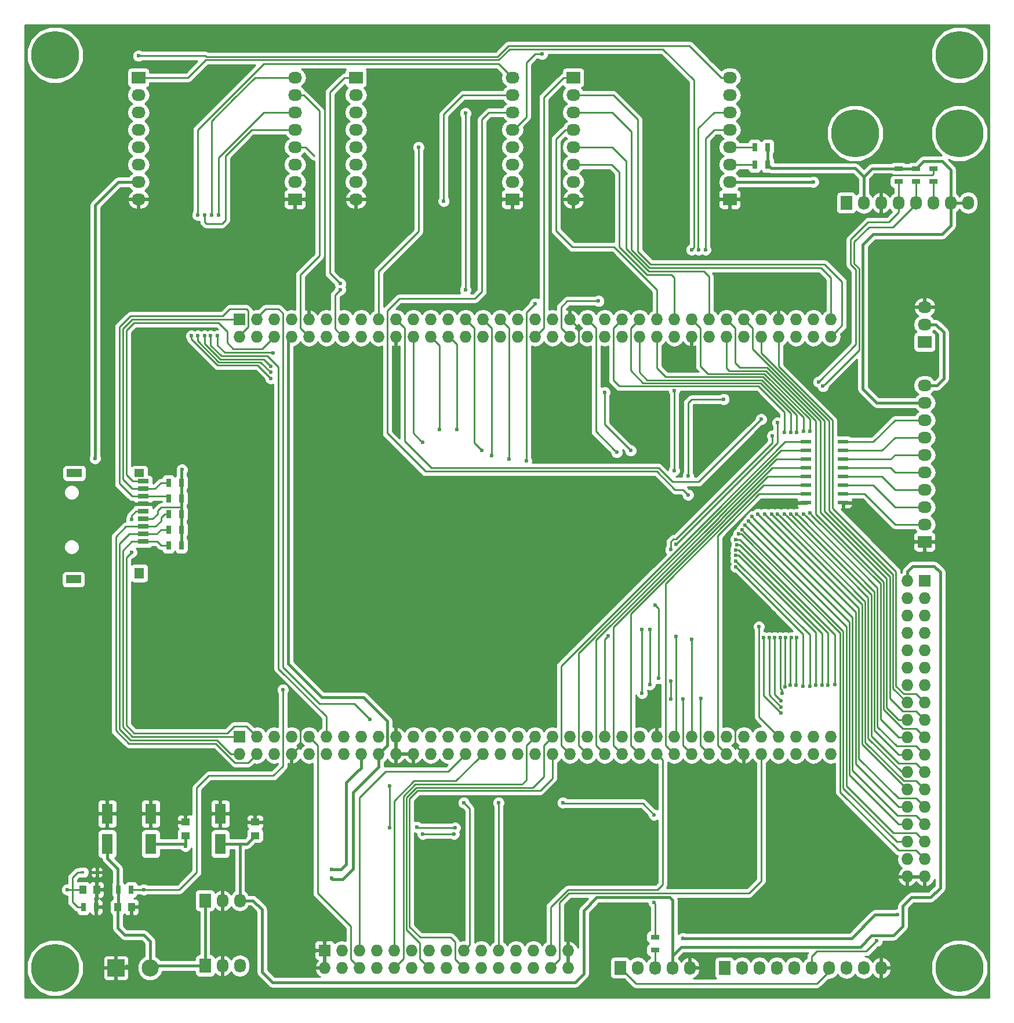
<source format=gbr>
G04 #@! TF.FileFunction,Copper,L1,Top,Signal*
%FSLAX46Y46*%
G04 Gerber Fmt 4.6, Leading zero omitted, Abs format (unit mm)*
G04 Created by KiCad (PCBNEW 4.0.5) date 02/11/17 17:25:21*
%MOMM*%
%LPD*%
G01*
G04 APERTURE LIST*
%ADD10C,0.100000*%
%ADD11R,1.000000X1.250000*%
%ADD12R,1.600000X3.000000*%
%ADD13R,1.250000X1.000000*%
%ADD14R,0.600000X0.450000*%
%ADD15R,1.727200X1.727200*%
%ADD16O,1.727200X1.727200*%
%ADD17R,2.500000X2.500000*%
%ADD18C,2.500000*%
%ADD19R,1.727200X2.032000*%
%ADD20O,1.727200X2.032000*%
%ADD21R,2.032000X1.727200*%
%ADD22O,2.032000X1.727200*%
%ADD23R,0.700000X1.300000*%
%ADD24R,1.300000X0.700000*%
%ADD25R,1.500000X0.600000*%
%ADD26R,1.600000X0.700000*%
%ADD27R,1.400000X1.200000*%
%ADD28R,1.400000X1.600000*%
%ADD29R,2.200000X1.200000*%
%ADD30C,7.000000*%
%ADD31C,0.600000*%
%ADD32C,0.250000*%
%ADD33C,0.400000*%
%ADD34C,0.254000*%
G04 APERTURE END LIST*
D10*
D11*
X40910000Y-148590000D03*
X42910000Y-148590000D03*
D12*
X44450000Y-141900000D03*
X44450000Y-137500000D03*
D11*
X45990000Y-151130000D03*
X47990000Y-151130000D03*
D12*
X60960000Y-141900000D03*
X60960000Y-137500000D03*
X50800000Y-141900000D03*
X50800000Y-137500000D03*
D13*
X66040000Y-140700000D03*
X66040000Y-138700000D03*
X55880000Y-140700000D03*
X55880000Y-138700000D03*
D14*
X40860000Y-146050000D03*
X42960000Y-146050000D03*
D15*
X63754000Y-126238000D03*
D16*
X63754000Y-128778000D03*
X66294000Y-126238000D03*
X66294000Y-128778000D03*
X68834000Y-126238000D03*
X68834000Y-128778000D03*
X71374000Y-126238000D03*
X71374000Y-128778000D03*
X73914000Y-126238000D03*
X73914000Y-128778000D03*
X76454000Y-126238000D03*
X76454000Y-128778000D03*
X78994000Y-126238000D03*
X78994000Y-128778000D03*
X81534000Y-126238000D03*
X81534000Y-128778000D03*
X84074000Y-126238000D03*
X84074000Y-128778000D03*
X86614000Y-126238000D03*
X86614000Y-128778000D03*
X89154000Y-126238000D03*
X89154000Y-128778000D03*
X91694000Y-126238000D03*
X91694000Y-128778000D03*
X94234000Y-126238000D03*
X94234000Y-128778000D03*
X96774000Y-126238000D03*
X96774000Y-128778000D03*
X99314000Y-126238000D03*
X99314000Y-128778000D03*
X101854000Y-126238000D03*
X101854000Y-128778000D03*
X104394000Y-126238000D03*
X104394000Y-128778000D03*
X106934000Y-126238000D03*
X106934000Y-128778000D03*
X109474000Y-126238000D03*
X109474000Y-128778000D03*
X112014000Y-126238000D03*
X112014000Y-128778000D03*
X114554000Y-126238000D03*
X114554000Y-128778000D03*
X117094000Y-126238000D03*
X117094000Y-128778000D03*
X119634000Y-126238000D03*
X119634000Y-128778000D03*
X122174000Y-126238000D03*
X122174000Y-128778000D03*
X124714000Y-126238000D03*
X124714000Y-128778000D03*
X127254000Y-126238000D03*
X127254000Y-128778000D03*
X129794000Y-126238000D03*
X129794000Y-128778000D03*
X132334000Y-126238000D03*
X132334000Y-128778000D03*
X134874000Y-126238000D03*
X134874000Y-128778000D03*
X137414000Y-126238000D03*
X137414000Y-128778000D03*
X139954000Y-126238000D03*
X139954000Y-128778000D03*
X142494000Y-126238000D03*
X142494000Y-128778000D03*
X145034000Y-126238000D03*
X145034000Y-128778000D03*
X147574000Y-126238000D03*
X147574000Y-128778000D03*
X150114000Y-126238000D03*
X150114000Y-128778000D03*
D17*
X45720000Y-160020000D03*
D18*
X50720000Y-160020000D03*
D19*
X152400000Y-48260000D03*
D20*
X154940000Y-48260000D03*
X157480000Y-48260000D03*
X160020000Y-48260000D03*
X162560000Y-48260000D03*
X165100000Y-48260000D03*
X167640000Y-48260000D03*
X170180000Y-48260000D03*
D15*
X63754000Y-65278000D03*
D16*
X63754000Y-67818000D03*
X66294000Y-65278000D03*
X66294000Y-67818000D03*
X68834000Y-65278000D03*
X68834000Y-67818000D03*
X71374000Y-65278000D03*
X71374000Y-67818000D03*
X73914000Y-65278000D03*
X73914000Y-67818000D03*
X76454000Y-65278000D03*
X76454000Y-67818000D03*
X78994000Y-65278000D03*
X78994000Y-67818000D03*
X81534000Y-65278000D03*
X81534000Y-67818000D03*
X84074000Y-65278000D03*
X84074000Y-67818000D03*
X86614000Y-65278000D03*
X86614000Y-67818000D03*
X89154000Y-65278000D03*
X89154000Y-67818000D03*
X91694000Y-65278000D03*
X91694000Y-67818000D03*
X94234000Y-65278000D03*
X94234000Y-67818000D03*
X96774000Y-65278000D03*
X96774000Y-67818000D03*
X99314000Y-65278000D03*
X99314000Y-67818000D03*
X101854000Y-65278000D03*
X101854000Y-67818000D03*
X104394000Y-65278000D03*
X104394000Y-67818000D03*
X106934000Y-65278000D03*
X106934000Y-67818000D03*
X109474000Y-65278000D03*
X109474000Y-67818000D03*
X112014000Y-65278000D03*
X112014000Y-67818000D03*
X114554000Y-65278000D03*
X114554000Y-67818000D03*
X117094000Y-65278000D03*
X117094000Y-67818000D03*
X119634000Y-65278000D03*
X119634000Y-67818000D03*
X122174000Y-65278000D03*
X122174000Y-67818000D03*
X124714000Y-65278000D03*
X124714000Y-67818000D03*
X127254000Y-65278000D03*
X127254000Y-67818000D03*
X129794000Y-65278000D03*
X129794000Y-67818000D03*
X132334000Y-65278000D03*
X132334000Y-67818000D03*
X134874000Y-65278000D03*
X134874000Y-67818000D03*
X137414000Y-65278000D03*
X137414000Y-67818000D03*
X139954000Y-65278000D03*
X139954000Y-67818000D03*
X142494000Y-65278000D03*
X142494000Y-67818000D03*
X145034000Y-65278000D03*
X145034000Y-67818000D03*
X147574000Y-65278000D03*
X147574000Y-67818000D03*
X150114000Y-65278000D03*
X150114000Y-67818000D03*
D19*
X134620000Y-160020000D03*
D20*
X137160000Y-160020000D03*
X139700000Y-160020000D03*
X142240000Y-160020000D03*
X144780000Y-160020000D03*
X147320000Y-160020000D03*
X149860000Y-160020000D03*
X152400000Y-160020000D03*
X154940000Y-160020000D03*
X157480000Y-160020000D03*
D19*
X119380000Y-160020000D03*
D20*
X121920000Y-160020000D03*
X124460000Y-160020000D03*
X127000000Y-160020000D03*
X129540000Y-160020000D03*
D21*
X49022000Y-29972000D03*
D22*
X49022000Y-32512000D03*
X49022000Y-35052000D03*
X49022000Y-37592000D03*
X49022000Y-40132000D03*
X49022000Y-42672000D03*
X49022000Y-45212000D03*
X49022000Y-47752000D03*
D21*
X80772000Y-29972000D03*
D22*
X80772000Y-32512000D03*
X80772000Y-35052000D03*
X80772000Y-37592000D03*
X80772000Y-40132000D03*
X80772000Y-42672000D03*
X80772000Y-45212000D03*
X80772000Y-47752000D03*
D21*
X112522000Y-29972000D03*
D22*
X112522000Y-32512000D03*
X112522000Y-35052000D03*
X112522000Y-37592000D03*
X112522000Y-40132000D03*
X112522000Y-42672000D03*
X112522000Y-45212000D03*
X112522000Y-47752000D03*
D21*
X71882000Y-47752000D03*
D22*
X71882000Y-45212000D03*
X71882000Y-42672000D03*
X71882000Y-40132000D03*
X71882000Y-37592000D03*
X71882000Y-35052000D03*
X71882000Y-32512000D03*
X71882000Y-29972000D03*
D21*
X103632000Y-47752000D03*
D22*
X103632000Y-45212000D03*
X103632000Y-42672000D03*
X103632000Y-40132000D03*
X103632000Y-37592000D03*
X103632000Y-35052000D03*
X103632000Y-32512000D03*
X103632000Y-29972000D03*
D21*
X135382000Y-47752000D03*
D22*
X135382000Y-45212000D03*
X135382000Y-42672000D03*
X135382000Y-40132000D03*
X135382000Y-37592000D03*
X135382000Y-35052000D03*
X135382000Y-32512000D03*
X135382000Y-29972000D03*
D23*
X55306000Y-89154000D03*
X53406000Y-89154000D03*
X55306000Y-91440000D03*
X53406000Y-91440000D03*
X55306000Y-93726000D03*
X53406000Y-93726000D03*
X55306000Y-96012000D03*
X53406000Y-96012000D03*
X55306000Y-98298000D03*
X53406000Y-98298000D03*
D24*
X160020000Y-43246000D03*
X160020000Y-45146000D03*
X162560000Y-43246000D03*
X162560000Y-45146000D03*
X165100000Y-45146000D03*
X165100000Y-43246000D03*
D23*
X46040000Y-148590000D03*
X47940000Y-148590000D03*
X40960000Y-151130000D03*
X42860000Y-151130000D03*
D24*
X124460000Y-157414000D03*
X124460000Y-155514000D03*
D23*
X140904000Y-42672000D03*
X139004000Y-42672000D03*
X140904000Y-40132000D03*
X139004000Y-40132000D03*
D25*
X146525000Y-83185000D03*
X146525000Y-84455000D03*
X146525000Y-85725000D03*
X146525000Y-86995000D03*
X146525000Y-88265000D03*
X146525000Y-89535000D03*
X146525000Y-90805000D03*
X146525000Y-92075000D03*
X151925000Y-92075000D03*
X151925000Y-90805000D03*
X151925000Y-89535000D03*
X151925000Y-88265000D03*
X151925000Y-86995000D03*
X151925000Y-85725000D03*
X151925000Y-84455000D03*
X151925000Y-83185000D03*
D26*
X49746000Y-90054000D03*
X49746000Y-91154000D03*
X49746000Y-92254000D03*
X49746000Y-93354000D03*
X49746000Y-94454000D03*
X49746000Y-95554000D03*
X49746000Y-96654000D03*
X49746000Y-97754000D03*
D27*
X49146000Y-87754000D03*
D28*
X49146000Y-102354000D03*
D29*
X39546000Y-103254000D03*
X39646000Y-87754000D03*
D26*
X49746000Y-88954000D03*
D19*
X58737500Y-150177500D03*
D20*
X61277500Y-150177500D03*
X63817500Y-150177500D03*
D19*
X58737500Y-159702500D03*
D20*
X61277500Y-159702500D03*
X63817500Y-159702500D03*
D21*
X163830000Y-68580000D03*
D22*
X163830000Y-66040000D03*
X163830000Y-63500000D03*
D21*
X163830000Y-97790000D03*
D22*
X163830000Y-95250000D03*
X163830000Y-92710000D03*
X163830000Y-90170000D03*
X163830000Y-87630000D03*
X163830000Y-85090000D03*
X163830000Y-82550000D03*
X163830000Y-80010000D03*
X163830000Y-77470000D03*
X163830000Y-74930000D03*
D15*
X163830000Y-103505000D03*
D16*
X161290000Y-103505000D03*
X163830000Y-106045000D03*
X161290000Y-106045000D03*
X163830000Y-108585000D03*
X161290000Y-108585000D03*
X163830000Y-111125000D03*
X161290000Y-111125000D03*
X163830000Y-113665000D03*
X161290000Y-113665000D03*
X163830000Y-116205000D03*
X161290000Y-116205000D03*
X163830000Y-118745000D03*
X161290000Y-118745000D03*
X163830000Y-121285000D03*
X161290000Y-121285000D03*
X163830000Y-123825000D03*
X161290000Y-123825000D03*
X163830000Y-126365000D03*
X161290000Y-126365000D03*
X163830000Y-128905000D03*
X161290000Y-128905000D03*
X163830000Y-131445000D03*
X161290000Y-131445000D03*
X163830000Y-133985000D03*
X161290000Y-133985000D03*
X163830000Y-136525000D03*
X161290000Y-136525000D03*
X163830000Y-139065000D03*
X161290000Y-139065000D03*
X163830000Y-141605000D03*
X161290000Y-141605000D03*
X163830000Y-144145000D03*
X161290000Y-144145000D03*
X163830000Y-146685000D03*
X161290000Y-146685000D03*
D15*
X76200000Y-157480000D03*
D16*
X76200000Y-160020000D03*
X78740000Y-157480000D03*
X78740000Y-160020000D03*
X81280000Y-157480000D03*
X81280000Y-160020000D03*
X83820000Y-157480000D03*
X83820000Y-160020000D03*
X86360000Y-157480000D03*
X86360000Y-160020000D03*
X88900000Y-157480000D03*
X88900000Y-160020000D03*
X91440000Y-157480000D03*
X91440000Y-160020000D03*
X93980000Y-157480000D03*
X93980000Y-160020000D03*
X96520000Y-157480000D03*
X96520000Y-160020000D03*
X99060000Y-157480000D03*
X99060000Y-160020000D03*
X101600000Y-157480000D03*
X101600000Y-160020000D03*
X104140000Y-157480000D03*
X104140000Y-160020000D03*
X106680000Y-157480000D03*
X106680000Y-160020000D03*
X109220000Y-157480000D03*
X109220000Y-160020000D03*
X111760000Y-157480000D03*
X111760000Y-160020000D03*
D30*
X36830000Y-26670000D03*
D31*
X39455000Y-26670000D03*
X38686155Y-28526155D03*
X36830000Y-29295000D03*
X34973845Y-28526155D03*
X34205000Y-26670000D03*
X34973845Y-24813845D03*
X36830000Y-24045000D03*
X38686155Y-24813845D03*
D30*
X168910000Y-26670000D03*
D31*
X171535000Y-26670000D03*
X170766155Y-28526155D03*
X168910000Y-29295000D03*
X167053845Y-28526155D03*
X166285000Y-26670000D03*
X167053845Y-24813845D03*
X168910000Y-24045000D03*
X170766155Y-24813845D03*
D30*
X168910000Y-160020000D03*
D31*
X171535000Y-160020000D03*
X170766155Y-161876155D03*
X168910000Y-162645000D03*
X167053845Y-161876155D03*
X166285000Y-160020000D03*
X167053845Y-158163845D03*
X168910000Y-157395000D03*
X170766155Y-158163845D03*
D30*
X36830000Y-160020000D03*
D31*
X39455000Y-160020000D03*
X38686155Y-161876155D03*
X36830000Y-162645000D03*
X34973845Y-161876155D03*
X34205000Y-160020000D03*
X34973845Y-158163845D03*
X36830000Y-157395000D03*
X38686155Y-158163845D03*
D30*
X168910000Y-38100000D03*
D31*
X171535000Y-38100000D03*
X170766155Y-39956155D03*
X168910000Y-40725000D03*
X167053845Y-39956155D03*
X166285000Y-38100000D03*
X167053845Y-36243845D03*
X168910000Y-35475000D03*
X170766155Y-36243845D03*
D30*
X153670000Y-38100000D03*
D31*
X156295000Y-38100000D03*
X155526155Y-39956155D03*
X153670000Y-40725000D03*
X151813845Y-39956155D03*
X151045000Y-38100000D03*
X151813845Y-36243845D03*
X153670000Y-35475000D03*
X155526155Y-36243845D03*
X70104000Y-119380000D03*
X105664000Y-85966946D03*
X106934000Y-62992000D03*
X38608000Y-148590000D03*
X49784000Y-148590000D03*
X125476000Y-34036000D03*
X125476000Y-47752000D03*
X89916000Y-33528000D03*
X76073000Y-118745000D03*
X113284000Y-71120000D03*
X111760000Y-147447000D03*
X137922000Y-137541000D03*
X155575000Y-146685000D03*
X134747000Y-107950000D03*
X85344000Y-62738000D03*
X147574000Y-45212000D03*
X77216000Y-146939000D03*
X42672000Y-85598000D03*
X128524000Y-155702000D03*
X159893000Y-152273000D03*
X77216000Y-145669000D03*
X55880000Y-142240000D03*
X55372000Y-87249000D03*
X110998000Y-135890000D03*
X124333000Y-150495000D03*
X124333000Y-137668000D03*
X48006000Y-94488000D03*
X48006000Y-99314000D03*
X59563000Y-67691000D03*
X59690000Y-50038000D03*
X124460000Y-107061000D03*
X68326000Y-72136000D03*
X58674000Y-67691000D03*
X124967982Y-117729000D03*
X58674000Y-50038000D03*
X60579000Y-67691000D03*
X60706000Y-50038000D03*
X117602000Y-111506000D03*
X68707000Y-70231000D03*
X148336000Y-74422000D03*
X127508000Y-98171000D03*
X127508000Y-111633000D03*
X142367000Y-80391000D03*
X126746000Y-98933000D03*
X141605000Y-82296000D03*
X148971000Y-75057000D03*
X129794000Y-112014000D03*
X128524000Y-120777000D03*
X57658000Y-67691000D03*
X68326000Y-73025000D03*
X123698000Y-110617000D03*
X123698000Y-118618000D03*
X57658000Y-50038000D03*
X49022000Y-26797000D03*
X131191000Y-120650000D03*
X126746000Y-118110000D03*
X126746000Y-120777000D03*
X122555000Y-110617000D03*
X68326000Y-73914000D03*
X56769000Y-67691000D03*
X122555000Y-119888000D03*
X139633949Y-110175051D03*
X129286000Y-90932000D03*
X136271000Y-100584000D03*
X147066000Y-118872000D03*
X93599000Y-48006000D03*
X136275181Y-99773409D03*
X147955000Y-118745000D03*
X96774000Y-60960000D03*
X78486000Y-60960000D03*
X96774000Y-35179000D03*
X136228175Y-98974779D03*
X148844000Y-118745000D03*
X89916000Y-40132000D03*
X90487771Y-83248229D03*
X136272682Y-101471318D03*
X146050000Y-118872000D03*
X136457312Y-98208283D03*
X92964000Y-81407000D03*
X149733000Y-118745000D03*
X136255331Y-97434189D03*
X156845000Y-156083000D03*
X95504000Y-81407000D03*
X150749000Y-118605946D03*
X78486000Y-60071000D03*
X131826000Y-55118000D03*
X116205000Y-62611000D03*
X129794000Y-55118000D03*
X130810000Y-55118000D03*
X107949996Y-26543000D03*
X101600000Y-135890000D03*
X95250000Y-139547600D03*
X89662000Y-139446000D03*
X90551018Y-140462000D03*
X95097600Y-140462000D03*
X85725000Y-133477000D03*
X82804000Y-123698000D03*
X85725000Y-139573000D03*
X96520000Y-135890000D03*
X139954000Y-79883000D03*
X99187271Y-84454728D03*
X143535052Y-111760000D03*
X143453043Y-118999000D03*
X142735039Y-111760000D03*
X143003032Y-119888000D03*
X100584000Y-85217000D03*
X141935026Y-111760000D03*
X142875000Y-121031000D03*
X103124000Y-85725000D03*
X118874387Y-84706613D03*
X144335065Y-111760000D03*
X144184824Y-118675712D03*
X120904000Y-84455000D03*
X117094000Y-75946000D03*
X145034000Y-118745000D03*
X145135078Y-111760000D03*
X141135013Y-111760000D03*
X142875000Y-121920000D03*
X127254000Y-75692000D03*
X127254000Y-87376000D03*
X134493000Y-76962000D03*
X142875000Y-122809000D03*
X140335000Y-111760000D03*
X129286000Y-88138000D03*
X136652000Y-96647000D03*
X137155201Y-96025062D03*
X137631748Y-95382471D03*
X138136012Y-94761394D03*
X138609104Y-94116256D03*
X140462000Y-93726000D03*
X139446000Y-93726000D03*
X141478000Y-93726000D03*
X143383000Y-93726000D03*
X143383000Y-81788000D03*
X142367000Y-93726000D03*
X144272000Y-81788000D03*
X144272000Y-93726000D03*
X145161000Y-81788000D03*
X145161000Y-93726000D03*
X146177000Y-81661000D03*
X146177000Y-93726000D03*
X147066000Y-81661000D03*
X147066000Y-93599000D03*
D32*
X59309000Y-131953000D02*
X68707000Y-131953000D01*
X70104000Y-130556000D02*
X70104000Y-119804264D01*
X54991000Y-148590000D02*
X57531000Y-146050000D01*
X57531000Y-133731000D02*
X59309000Y-131953000D01*
X49784000Y-148590000D02*
X54991000Y-148590000D01*
X70104000Y-119804264D02*
X70104000Y-119380000D01*
X68707000Y-131953000D02*
X70104000Y-130556000D01*
X57531000Y-146050000D02*
X57531000Y-133731000D01*
X105664000Y-64262000D02*
X105664000Y-85542682D01*
X106934000Y-62992000D02*
X105664000Y-64262000D01*
X105664000Y-85542682D02*
X105664000Y-85966946D01*
X39370000Y-148590000D02*
X38608000Y-148590000D01*
X49784000Y-148590000D02*
X47940000Y-148590000D01*
X39370000Y-148590000D02*
X39370000Y-150368000D01*
X40132000Y-151130000D02*
X40960000Y-151130000D01*
X39370000Y-150368000D02*
X40132000Y-151130000D01*
X40860000Y-146050000D02*
X40132000Y-146050000D01*
X39370000Y-148590000D02*
X40910000Y-148590000D01*
X39370000Y-146812000D02*
X39370000Y-148590000D01*
X40132000Y-146050000D02*
X39370000Y-146812000D01*
X125476000Y-47752000D02*
X125476000Y-34036000D01*
X80772000Y-47752000D02*
X86868000Y-47752000D01*
X87630000Y-35814000D02*
X89916000Y-33528000D01*
X87630000Y-46990000D02*
X87630000Y-35814000D01*
X86868000Y-47752000D02*
X87630000Y-46990000D01*
X76200000Y-118872000D02*
X77343000Y-118872000D01*
X76073000Y-118745000D02*
X76200000Y-118872000D01*
X113284000Y-69723000D02*
X113284000Y-71120000D01*
X113284000Y-66548000D02*
X113284000Y-69723000D01*
X112014000Y-65278000D02*
X113284000Y-66548000D01*
X111760000Y-147447000D02*
X111760000Y-146939000D01*
X137414000Y-128778000D02*
X137414000Y-137033000D01*
X137414000Y-137033000D02*
X137922000Y-137541000D01*
X161290000Y-146685000D02*
X155575000Y-146685000D01*
X71374000Y-128778000D02*
X72644000Y-127508000D01*
X72644000Y-127508000D02*
X72644000Y-125222000D01*
X137414000Y-128778000D02*
X136144000Y-127508000D01*
X136144000Y-127508000D02*
X136144000Y-124968000D01*
X165100000Y-43246000D02*
X165100000Y-44069000D01*
X164973000Y-44196000D02*
X158750000Y-44196000D01*
X165100000Y-44069000D02*
X164973000Y-44196000D01*
X139446000Y-92075000D02*
X134747000Y-96774000D01*
X139446000Y-92075000D02*
X146525000Y-92075000D01*
X134747000Y-96774000D02*
X134747000Y-107950000D01*
D33*
X47227500Y-159702500D02*
X46910000Y-160020000D01*
D32*
X46990000Y-159940000D02*
X46910000Y-160020000D01*
D33*
X46990000Y-155194000D02*
X49784000Y-155194000D01*
X45990000Y-154194000D02*
X46990000Y-155194000D01*
X45990000Y-151130000D02*
X45990000Y-154194000D01*
X50720000Y-156130000D02*
X50720000Y-160020000D01*
X49784000Y-155194000D02*
X50720000Y-156130000D01*
X58737500Y-159702500D02*
X51037500Y-159702500D01*
X51037500Y-159702500D02*
X50720000Y-160020000D01*
X58737500Y-159702500D02*
X58737500Y-150177500D01*
X46040000Y-148590000D02*
X46040000Y-151080000D01*
D32*
X46040000Y-151080000D02*
X45990000Y-151130000D01*
X45990000Y-148640000D02*
X45974000Y-148624000D01*
D33*
X45974000Y-148624000D02*
X45974000Y-145542000D01*
X45974000Y-145542000D02*
X44450000Y-144018000D01*
X44450000Y-144018000D02*
X44450000Y-141900000D01*
X163830000Y-74930000D02*
X165608000Y-74930000D01*
X165481000Y-66040000D02*
X163830000Y-66040000D01*
X166624000Y-67183000D02*
X165481000Y-66040000D01*
X166624000Y-73914000D02*
X166624000Y-67183000D01*
X165608000Y-74930000D02*
X166624000Y-73914000D01*
X147574000Y-45212000D02*
X135382000Y-45212000D01*
X68580000Y-162179000D02*
X73660000Y-162179000D01*
X65722500Y-150177500D02*
X67056000Y-151511000D01*
X67056000Y-151511000D02*
X67056000Y-154305000D01*
X127000000Y-160020000D02*
X127000000Y-150114000D01*
X126619000Y-149733000D02*
X127000000Y-150114000D01*
X115951000Y-149733000D02*
X126619000Y-149733000D01*
X114046000Y-151638000D02*
X115951000Y-149733000D01*
X114046000Y-160909000D02*
X114046000Y-151638000D01*
X112776000Y-162179000D02*
X114046000Y-160909000D01*
X73660000Y-162179000D02*
X112776000Y-162179000D01*
X67056000Y-160655000D02*
X68580000Y-162179000D01*
X67056000Y-154305000D02*
X67056000Y-160655000D01*
X65722500Y-150177500D02*
X63817500Y-150177500D01*
X84074000Y-128778000D02*
X84074000Y-130683000D01*
X77343000Y-147066000D02*
X77216000Y-146939000D01*
X78867000Y-147066000D02*
X77343000Y-147066000D01*
X80391000Y-145542000D02*
X78867000Y-147066000D01*
X80391000Y-134366000D02*
X80391000Y-145542000D01*
X84074000Y-130683000D02*
X80391000Y-134366000D01*
X70866000Y-114300000D02*
X70866000Y-115570000D01*
X70866000Y-68326000D02*
X70866000Y-114300000D01*
X85344000Y-127508000D02*
X84074000Y-128778000D01*
X85344000Y-123952000D02*
X85344000Y-127508000D01*
X81915000Y-120523000D02*
X85344000Y-123952000D01*
X75819000Y-120523000D02*
X81915000Y-120523000D01*
X70866000Y-115570000D02*
X75819000Y-120523000D01*
X63817500Y-150177500D02*
X63817500Y-141900000D01*
X71374000Y-67818000D02*
X70866000Y-68326000D01*
X161290000Y-103505000D02*
X161290000Y-102108000D01*
X127000000Y-158242000D02*
X127000000Y-160020000D01*
X128270000Y-156972000D02*
X127000000Y-158242000D01*
X154432000Y-156972000D02*
X128270000Y-156972000D01*
X156083000Y-155321000D02*
X154432000Y-156972000D01*
X159258000Y-155321000D02*
X156083000Y-155321000D01*
X160655000Y-153924000D02*
X159258000Y-155321000D01*
X160655000Y-151003000D02*
X160655000Y-153924000D01*
X161925000Y-149733000D02*
X160655000Y-151003000D01*
X164719000Y-149733000D02*
X161925000Y-149733000D01*
X166116000Y-148336000D02*
X164719000Y-149733000D01*
X166116000Y-102235000D02*
X166116000Y-148336000D01*
X165227000Y-101346000D02*
X166116000Y-102235000D01*
X162052000Y-101346000D02*
X165227000Y-101346000D01*
X161290000Y-102108000D02*
X162052000Y-101346000D01*
X60960000Y-141900000D02*
X63817500Y-141900000D01*
X63817500Y-141900000D02*
X63754000Y-141900000D01*
X64840000Y-141900000D02*
X66040000Y-140700000D01*
X63754000Y-141900000D02*
X64840000Y-141900000D01*
X49022000Y-45212000D02*
X46101000Y-45212000D01*
X42672000Y-48641000D02*
X42672000Y-85598000D01*
X46101000Y-45212000D02*
X42672000Y-48641000D01*
X154813000Y-57150000D02*
X154813000Y-54356000D01*
X167640000Y-51562000D02*
X167640000Y-48260000D01*
X166370000Y-52832000D02*
X167640000Y-51562000D01*
X156337000Y-52832000D02*
X166370000Y-52832000D01*
X154813000Y-54356000D02*
X156337000Y-52832000D01*
X153162000Y-155702000D02*
X128524000Y-155702000D01*
X156591000Y-152273000D02*
X153162000Y-155702000D01*
X159893000Y-152273000D02*
X156591000Y-152273000D01*
X81534000Y-130810000D02*
X80899000Y-131445000D01*
X81534000Y-128778000D02*
X81534000Y-130810000D01*
X79375000Y-132969000D02*
X79375000Y-144907000D01*
X79375000Y-144907000D02*
X78613000Y-145669000D01*
X78613000Y-145669000D02*
X77216000Y-145669000D01*
X80899000Y-131445000D02*
X79375000Y-132969000D01*
X55880000Y-140700000D02*
X55880000Y-142240000D01*
X50800000Y-141900000D02*
X55794000Y-141900000D01*
X55880000Y-141814000D02*
X55880000Y-140700000D01*
X55794000Y-141900000D02*
X55880000Y-141814000D01*
X167640000Y-48260000D02*
X167640000Y-43434000D01*
X167640000Y-43434000D02*
X166370000Y-42164000D01*
X166370000Y-42164000D02*
X163642000Y-42164000D01*
X163642000Y-42164000D02*
X162560000Y-43246000D01*
X154940000Y-44450000D02*
X153670000Y-43180000D01*
X141412000Y-43180000D02*
X140904000Y-42672000D01*
X153670000Y-43180000D02*
X141412000Y-43180000D01*
X140904000Y-40132000D02*
X140904000Y-42672000D01*
X55306000Y-87315000D02*
X55306000Y-89154000D01*
X55372000Y-87249000D02*
X55306000Y-87315000D01*
D32*
X52324000Y-92710000D02*
X55118000Y-92710000D01*
D33*
X156845000Y-77470000D02*
X163830000Y-77470000D01*
X154813000Y-75438000D02*
X156845000Y-77470000D01*
X154813000Y-57023000D02*
X154813000Y-57150000D01*
X154813000Y-57150000D02*
X154813000Y-75438000D01*
X55306000Y-96012000D02*
X55306000Y-98298000D01*
X55306000Y-96012000D02*
X55306000Y-93726000D01*
X55306000Y-93726000D02*
X55306000Y-91440000D01*
X55306000Y-91440000D02*
X55306000Y-89154000D01*
D32*
X49746000Y-94454000D02*
X51088000Y-94454000D01*
X55306000Y-92898000D02*
X55306000Y-93726000D01*
X55118000Y-92710000D02*
X55306000Y-92898000D01*
X51816000Y-93218000D02*
X52324000Y-92710000D01*
X51816000Y-93726000D02*
X51816000Y-93218000D01*
X51088000Y-94454000D02*
X51816000Y-93726000D01*
D33*
X167640000Y-48260000D02*
X170180000Y-48260000D01*
X160020000Y-43246000D02*
X156144000Y-43246000D01*
X154940000Y-44450000D02*
X154940000Y-44577000D01*
X154940000Y-44577000D02*
X154940000Y-48260000D01*
X156144000Y-43246000D02*
X154940000Y-44450000D01*
X160020000Y-43246000D02*
X162560000Y-43246000D01*
D32*
X122682000Y-136017000D02*
X124333000Y-137668000D01*
X110998000Y-135890000D02*
X111125000Y-136017000D01*
X111125000Y-136017000D02*
X122682000Y-136017000D01*
X124460000Y-150622000D02*
X124460000Y-155514000D01*
X124333000Y-150495000D02*
X124460000Y-150622000D01*
X46737410Y-120521590D02*
X46737410Y-124842410D01*
X46737410Y-99058590D02*
X48042000Y-97754000D01*
X49746000Y-97754000D02*
X48042000Y-97754000D01*
X46737410Y-120521590D02*
X46737410Y-99058590D01*
X48133000Y-126238000D02*
X63754000Y-126238000D01*
X46737410Y-124842410D02*
X48133000Y-126238000D01*
X49746000Y-97754000D02*
X51780000Y-97754000D01*
X51780000Y-97754000D02*
X52324000Y-98298000D01*
X52324000Y-98298000D02*
X53406000Y-98298000D01*
X46285989Y-120706580D02*
X46285989Y-125152989D01*
X60500686Y-126746000D02*
X62532686Y-128778000D01*
X46285989Y-98048011D02*
X46285989Y-120706580D01*
X63754000Y-128778000D02*
X62532686Y-128778000D01*
X47680000Y-96654000D02*
X46285989Y-98048011D01*
X47680000Y-96654000D02*
X49746000Y-96654000D01*
X47879000Y-126746000D02*
X60500686Y-126746000D01*
X46285989Y-125152989D02*
X47879000Y-126746000D01*
X49746000Y-96654000D02*
X51682000Y-96654000D01*
X52324000Y-96012000D02*
X53406000Y-96012000D01*
X51682000Y-96654000D02*
X52324000Y-96012000D01*
X61976000Y-125730000D02*
X48387000Y-125730000D01*
X61976000Y-125730000D02*
X62992000Y-124714000D01*
X62992000Y-124714000D02*
X64770000Y-124714000D01*
X66294000Y-126238000D02*
X64770000Y-124714000D01*
X48632000Y-93354000D02*
X49746000Y-93354000D01*
X48006000Y-93980000D02*
X48632000Y-93354000D01*
X48006000Y-94488000D02*
X48006000Y-93980000D01*
X47244000Y-100076000D02*
X48006000Y-99314000D01*
X47244000Y-120391782D02*
X47244000Y-100076000D01*
X47244000Y-124587000D02*
X47244000Y-120391782D01*
X48387000Y-125730000D02*
X47244000Y-124587000D01*
X60325000Y-127254000D02*
X47625000Y-127254000D01*
X60325000Y-127254000D02*
X63119000Y-130048000D01*
X63119000Y-130048000D02*
X65024000Y-130048000D01*
X66294000Y-128778000D02*
X65024000Y-130048000D01*
X45720000Y-97028000D02*
X47194000Y-95554000D01*
X45720000Y-120777000D02*
X45720000Y-97028000D01*
X47194000Y-95554000D02*
X49746000Y-95554000D01*
X45720000Y-125349000D02*
X45720000Y-120777000D01*
X47625000Y-127254000D02*
X45720000Y-125349000D01*
X66294000Y-128778000D02*
X66294000Y-129286000D01*
X49746000Y-95554000D02*
X51512000Y-95554000D01*
X51512000Y-95554000D02*
X52324000Y-94742000D01*
X52324000Y-94742000D02*
X52324000Y-94234000D01*
X52324000Y-94234000D02*
X52832000Y-93726000D01*
X52832000Y-93726000D02*
X53406000Y-93726000D01*
X76454000Y-123317000D02*
X69469000Y-116332000D01*
X67864967Y-70658967D02*
X61138197Y-70658967D01*
X59563000Y-68115264D02*
X59563000Y-67691000D01*
X69469000Y-116332000D02*
X69469000Y-72263000D01*
X76454000Y-126238000D02*
X76454000Y-123317000D01*
X69469000Y-72263000D02*
X67864967Y-70658967D01*
X61138197Y-70658967D02*
X59563000Y-69083770D01*
X59563000Y-69083770D02*
X59563000Y-68115264D01*
X66040000Y-29972000D02*
X71882000Y-29972000D01*
X66040000Y-29972000D02*
X62960469Y-33051531D01*
X59690000Y-36322000D02*
X62960469Y-33051531D01*
X59690000Y-37338000D02*
X59690000Y-36322000D01*
X59690000Y-50038000D02*
X59690000Y-37338000D01*
X132852630Y-93842370D02*
X110744000Y-115951000D01*
X110744000Y-115951000D02*
X110744000Y-127508000D01*
X132852630Y-93781647D02*
X132852630Y-93842370D01*
X111150401Y-127914401D02*
X112014000Y-128778000D01*
X146525000Y-83185000D02*
X143449277Y-83185000D01*
X110744000Y-127508000D02*
X111150401Y-127914401D01*
X143449277Y-83185000D02*
X132852630Y-93781647D01*
X61722000Y-50038000D02*
X61722000Y-50800000D01*
X58674000Y-68115264D02*
X58674000Y-67691000D01*
X60951798Y-71108978D02*
X58674000Y-68831180D01*
X58674000Y-68831180D02*
X58674000Y-68115264D01*
X67298978Y-71108978D02*
X60951798Y-71108978D01*
X68326000Y-72136000D02*
X67298978Y-71108978D01*
X124967982Y-117304736D02*
X124967982Y-117729000D01*
X124460000Y-107061000D02*
X124967982Y-107568982D01*
X124967982Y-107568982D02*
X124967982Y-117304736D01*
X61722000Y-41402000D02*
X61722000Y-50038000D01*
X65532000Y-37592000D02*
X71882000Y-37592000D01*
X65532000Y-37592000D02*
X64516000Y-38608000D01*
X64516000Y-38608000D02*
X61722000Y-41402000D01*
X58674000Y-51054000D02*
X58674000Y-50038000D01*
X58928000Y-51308000D02*
X58674000Y-51054000D01*
X61214000Y-51308000D02*
X58928000Y-51308000D01*
X61722000Y-50800000D02*
X61214000Y-51308000D01*
X133302641Y-93968047D02*
X133302641Y-94028769D01*
X146525000Y-84455000D02*
X142815688Y-84455000D01*
X113284000Y-127508000D02*
X113690401Y-127914401D01*
X133302641Y-94028769D02*
X113284000Y-114047410D01*
X142815688Y-84455000D02*
X133302641Y-93968047D01*
X113690401Y-127914401D02*
X114554000Y-128778000D01*
X113284000Y-114047410D02*
X113284000Y-127508000D01*
X68707000Y-70231000D02*
X68625999Y-70149999D01*
X60579000Y-69088000D02*
X60579000Y-67691000D01*
X61640999Y-70149999D02*
X60579000Y-69088000D01*
X61640999Y-70149999D02*
X68625999Y-70149999D01*
X67310000Y-35052000D02*
X67564000Y-35052000D01*
X60706000Y-41656000D02*
X67310000Y-35052000D01*
X60706000Y-50038000D02*
X60706000Y-41656000D01*
X67564000Y-35052000D02*
X67435589Y-35052000D01*
X71882000Y-35052000D02*
X67564000Y-35052000D01*
X117094000Y-112014000D02*
X117602000Y-111506000D01*
X117094000Y-126238000D02*
X117094000Y-112014000D01*
X68684956Y-70208956D02*
X68707000Y-70231000D01*
X116230401Y-127914401D02*
X117094000Y-128778000D01*
X142182099Y-85725000D02*
X133752652Y-94154447D01*
X133752652Y-94154447D02*
X133752652Y-94215168D01*
X115824000Y-127508000D02*
X116230401Y-127914401D01*
X133752652Y-94215168D02*
X115824000Y-112143820D01*
X115824000Y-112143820D02*
X115824000Y-127508000D01*
X146525000Y-85725000D02*
X142182099Y-85725000D01*
X118770401Y-127914401D02*
X119634000Y-128778000D01*
X118364000Y-127508000D02*
X118770401Y-127914401D01*
X146525000Y-86995000D02*
X141548510Y-86995000D01*
X134202663Y-94401567D02*
X118364000Y-110240230D01*
X134202663Y-94340847D02*
X134202663Y-94401567D01*
X118364000Y-110240230D02*
X118364000Y-127508000D01*
X141548510Y-86995000D02*
X134202663Y-94340847D01*
X134652674Y-94527247D02*
X134652674Y-94587966D01*
X134652674Y-94587966D02*
X120904000Y-108336640D01*
X120904000Y-127508000D02*
X121310401Y-127914401D01*
X140914921Y-88265000D02*
X134652674Y-94527247D01*
X121310401Y-127914401D02*
X122174000Y-128778000D01*
X120904000Y-108336640D02*
X120904000Y-127508000D01*
X146525000Y-88265000D02*
X140914921Y-88265000D01*
X153035000Y-53594000D02*
X153035000Y-57277000D01*
X153797000Y-68961000D02*
X148336000Y-74422000D01*
X160020000Y-49657000D02*
X158623000Y-51054000D01*
X160020000Y-48260000D02*
X160020000Y-49657000D01*
X155575000Y-51054000D02*
X153035000Y-53594000D01*
X153797000Y-58039000D02*
X153797000Y-68961000D01*
X158623000Y-51054000D02*
X155575000Y-51054000D01*
X153035000Y-57277000D02*
X153797000Y-58039000D01*
X127508000Y-111633000D02*
X127508000Y-117221000D01*
X142367000Y-83312000D02*
X127508000Y-98171000D01*
X142367000Y-80391000D02*
X142367000Y-83312000D01*
X127508000Y-125984000D02*
X127508000Y-117221000D01*
X127508000Y-125984000D02*
X127254000Y-126238000D01*
X160020000Y-48260000D02*
X160020000Y-45146000D01*
X135102685Y-94713647D02*
X135102685Y-94774365D01*
X140281332Y-89535000D02*
X135102685Y-94713647D01*
X126390401Y-127914401D02*
X127254000Y-128778000D01*
X125984000Y-103893050D02*
X125984000Y-127508000D01*
X135102685Y-94774365D02*
X125984000Y-103893050D01*
X146525000Y-89535000D02*
X140281332Y-89535000D01*
X125984000Y-127508000D02*
X126390401Y-127914401D01*
X149270999Y-74757001D02*
X148971000Y-75057000D01*
X154247011Y-69780989D02*
X149270999Y-74757001D01*
X155702000Y-51816000D02*
X153543000Y-53975000D01*
X159156400Y-51816000D02*
X155702000Y-51816000D01*
X162560000Y-48412400D02*
X159156400Y-51816000D01*
X153543000Y-57148589D02*
X154247011Y-57852600D01*
X162560000Y-48260000D02*
X162560000Y-48412400D01*
X154247011Y-57852600D02*
X154247011Y-69780989D01*
X153543000Y-53975000D02*
X153543000Y-57148589D01*
X129794000Y-112268000D02*
X129794000Y-112014000D01*
X126746000Y-97790000D02*
X126746000Y-98933000D01*
X127127000Y-97409000D02*
X126746000Y-97790000D01*
X127508000Y-97409000D02*
X127127000Y-97409000D01*
X141605000Y-83312000D02*
X127508000Y-97409000D01*
X141605000Y-82296000D02*
X141605000Y-83312000D01*
X129794000Y-112141000D02*
X129794000Y-112268000D01*
X129794000Y-112268000D02*
X129794000Y-126238000D01*
X162560000Y-48260000D02*
X162560000Y-45146000D01*
X129794000Y-128778000D02*
X128524000Y-127508000D01*
X128524000Y-127508000D02*
X128524000Y-120777000D01*
X66859989Y-71558989D02*
X60765399Y-71558989D01*
X60765399Y-71558989D02*
X57658000Y-68451590D01*
X57658000Y-68451590D02*
X57658000Y-68115264D01*
X68326000Y-73025000D02*
X66859989Y-71558989D01*
X57658000Y-68115264D02*
X57658000Y-67691000D01*
X67310000Y-27940000D02*
X101600000Y-27940000D01*
X103632000Y-29972000D02*
X101600000Y-27940000D01*
X123698000Y-110617000D02*
X123698000Y-118618000D01*
X57658000Y-37592000D02*
X67310000Y-27940000D01*
X57658000Y-50038000D02*
X57658000Y-37592000D01*
X58801000Y-26797000D02*
X49446264Y-26797000D01*
X58928000Y-26924000D02*
X58801000Y-26797000D01*
X101471590Y-26924000D02*
X58928000Y-26924000D01*
X129494978Y-25350978D02*
X103044611Y-25350978D01*
X134116000Y-29972000D02*
X129494978Y-25350978D01*
X103044611Y-25350978D02*
X101471590Y-26924000D01*
X49446264Y-26797000D02*
X49022000Y-26797000D01*
X135382000Y-29972000D02*
X134116000Y-29972000D01*
X68326000Y-73914000D02*
X66421000Y-72009000D01*
X66421000Y-72009000D02*
X60579000Y-72009000D01*
X60579000Y-72009000D02*
X56769000Y-68199000D01*
X56769000Y-68199000D02*
X56769000Y-67691000D01*
X131064000Y-127508000D02*
X131064000Y-120777000D01*
X131064000Y-120777000D02*
X131191000Y-120650000D01*
X126746000Y-118110000D02*
X126746000Y-120777000D01*
X131064000Y-127508000D02*
X132334000Y-128778000D01*
X122555000Y-110617000D02*
X122555000Y-118999000D01*
X122555000Y-118999000D02*
X122555000Y-119888000D01*
X133604000Y-127508000D02*
X134010401Y-127914401D01*
X135552696Y-94960764D02*
X133604000Y-96909460D01*
X146525000Y-90805000D02*
X139647743Y-90805000D01*
X133604000Y-96909460D02*
X133604000Y-127508000D01*
X134010401Y-127914401D02*
X134874000Y-128778000D01*
X135552696Y-94900047D02*
X135552696Y-94960764D01*
X139647743Y-90805000D02*
X135552696Y-94900047D01*
X96647000Y-62230000D02*
X98171000Y-62230000D01*
X90932000Y-87503000D02*
X85344000Y-81915000D01*
X85344000Y-81915000D02*
X85344000Y-64008000D01*
X85344000Y-64008000D02*
X87122000Y-62230000D01*
X87122000Y-62230000D02*
X96647000Y-62230000D01*
X99187000Y-59690000D02*
X99187000Y-36068000D01*
X99187000Y-36068000D02*
X99314000Y-35941000D01*
X103632000Y-35052000D02*
X100203000Y-35052000D01*
X100203000Y-35052000D02*
X99314000Y-35941000D01*
X91694000Y-87503000D02*
X124714000Y-87503000D01*
X124714000Y-87503000D02*
X127381000Y-90170000D01*
X127381000Y-90170000D02*
X128524000Y-90170000D01*
X128524000Y-90170000D02*
X129286000Y-90932000D01*
X139633949Y-123377949D02*
X139633949Y-110599315D01*
X139633949Y-110599315D02*
X139633949Y-110175051D01*
X139633949Y-123377949D02*
X142494000Y-126238000D01*
X91694000Y-87503000D02*
X90932000Y-87503000D01*
X99187000Y-61214000D02*
X99187000Y-59690000D01*
X98171000Y-62230000D02*
X99187000Y-61214000D01*
X151925000Y-83185000D02*
X156337000Y-83185000D01*
X159512000Y-80010000D02*
X163830000Y-80010000D01*
X156337000Y-83185000D02*
X159512000Y-80010000D01*
X151925000Y-84455000D02*
X157607000Y-84455000D01*
X159512000Y-82550000D02*
X163830000Y-82550000D01*
X157607000Y-84455000D02*
X159512000Y-82550000D01*
X151925000Y-85725000D02*
X158877000Y-85725000D01*
X159512000Y-85090000D02*
X163830000Y-85090000D01*
X158877000Y-85725000D02*
X159512000Y-85090000D01*
X151925000Y-86995000D02*
X158877000Y-86995000D01*
X159512000Y-87630000D02*
X163830000Y-87630000D01*
X158877000Y-86995000D02*
X159512000Y-87630000D01*
X151925000Y-88265000D02*
X157607000Y-88265000D01*
X159512000Y-90170000D02*
X163830000Y-90170000D01*
X157607000Y-88265000D02*
X159512000Y-90170000D01*
X151925000Y-89535000D02*
X156337000Y-89535000D01*
X159512000Y-92710000D02*
X163830000Y-92710000D01*
X156337000Y-89535000D02*
X159512000Y-92710000D01*
X165100000Y-48260000D02*
X165100000Y-45146000D01*
X46736000Y-67311410D02*
X46736000Y-66675000D01*
X48144000Y-90054000D02*
X48696000Y-90054000D01*
X46736000Y-88646000D02*
X48144000Y-90054000D01*
X49746000Y-90054000D02*
X48696000Y-90054000D01*
X46736000Y-67311410D02*
X46736000Y-88646000D01*
X48133000Y-65278000D02*
X63754000Y-65278000D01*
X46736000Y-66675000D02*
X48133000Y-65278000D01*
X49746000Y-90054000D02*
X51424000Y-90054000D01*
X52324000Y-89154000D02*
X53406000Y-89154000D01*
X51424000Y-90054000D02*
X52324000Y-89154000D01*
X46228000Y-67183000D02*
X46228000Y-66421000D01*
X49746000Y-91154000D02*
X48101000Y-91154000D01*
X46228000Y-89281000D02*
X48101000Y-91154000D01*
X62357000Y-63754000D02*
X61341000Y-64770000D01*
X65024000Y-66421000D02*
X65024000Y-64008000D01*
X65024000Y-64008000D02*
X64770000Y-63754000D01*
X46228000Y-67183000D02*
X46228000Y-89281000D01*
X65024000Y-66421000D02*
X63754000Y-67691000D01*
X64770000Y-63754000D02*
X62357000Y-63754000D01*
X47879000Y-64770000D02*
X61341000Y-64770000D01*
X46228000Y-66421000D02*
X47879000Y-64770000D01*
X63754000Y-67818000D02*
X63754000Y-67691000D01*
X49746000Y-91154000D02*
X53120000Y-91154000D01*
X53120000Y-91154000D02*
X53406000Y-91440000D01*
X60706000Y-65786000D02*
X48387000Y-65786000D01*
X67056000Y-69596000D02*
X67970401Y-68681599D01*
X49746000Y-88954000D02*
X48187000Y-88954000D01*
X48187000Y-88954000D02*
X47244000Y-88011000D01*
X61976000Y-68707000D02*
X62865000Y-69596000D01*
X47244000Y-88011000D02*
X47244000Y-67439820D01*
X60706000Y-65786000D02*
X61976000Y-67056000D01*
X61976000Y-67056000D02*
X61976000Y-68707000D01*
X62865000Y-69596000D02*
X67056000Y-69596000D01*
X67970401Y-68681599D02*
X68834000Y-67818000D01*
X47244000Y-66929000D02*
X47244000Y-67439820D01*
X48387000Y-65786000D02*
X47244000Y-66929000D01*
X73914000Y-67818000D02*
X72644000Y-66548000D01*
X75438000Y-56007000D02*
X75438000Y-34798000D01*
X75438000Y-34798000D02*
X74422000Y-33782000D01*
X73152000Y-32512000D02*
X71882000Y-32512000D01*
X73152000Y-32512000D02*
X74422000Y-33782000D01*
X72644000Y-58801000D02*
X75438000Y-56007000D01*
X72644000Y-66548000D02*
X72644000Y-58801000D01*
X147066000Y-118872000D02*
X147066000Y-111379000D01*
X147066000Y-111379000D02*
X136271000Y-100584000D01*
X96393000Y-32512000D02*
X103632000Y-32512000D01*
X93599000Y-35306000D02*
X96393000Y-32512000D01*
X93599000Y-48006000D02*
X93599000Y-35306000D01*
X147955000Y-118745000D02*
X147955000Y-111028964D01*
X136699445Y-99773409D02*
X136275181Y-99773409D01*
X147955000Y-111028964D02*
X136699445Y-99773409D01*
X78994000Y-67818000D02*
X78867000Y-67818000D01*
X78867000Y-67818000D02*
X77724000Y-66675000D01*
X77724000Y-66675000D02*
X77724000Y-61722000D01*
X77724000Y-61722000D02*
X78486000Y-60960000D01*
X96774000Y-60960000D02*
X96774000Y-35179000D01*
X148844000Y-118745000D02*
X148844000Y-111166340D01*
X136652439Y-98974779D02*
X136228175Y-98974779D01*
X148844000Y-111166340D02*
X136652439Y-98974779D01*
X84074000Y-65278000D02*
X84074000Y-58293000D01*
X89916000Y-52451000D02*
X84074000Y-58293000D01*
X89916000Y-52451000D02*
X89916000Y-40132000D01*
X71882000Y-40132000D02*
X73406000Y-40132000D01*
X73406000Y-40132000D02*
X74676000Y-41402000D01*
X135382000Y-40132000D02*
X139004000Y-40132000D01*
X89154000Y-81914458D02*
X90187772Y-82948230D01*
X89154000Y-67818000D02*
X89154000Y-81914458D01*
X90187772Y-82948230D02*
X90487771Y-83248229D01*
X146050000Y-118872000D02*
X146050000Y-111248636D01*
X146050000Y-111248636D02*
X142230001Y-107428637D01*
X141745363Y-106943999D02*
X136572681Y-101771317D01*
X142230001Y-107428637D02*
X142240000Y-107442000D01*
X142240000Y-107442000D02*
X141986000Y-107188000D01*
X141986000Y-107188000D02*
X141745363Y-106943999D01*
X136572681Y-101771317D02*
X136272682Y-101471318D01*
X149733000Y-118745000D02*
X149733000Y-111059707D01*
X149733000Y-111059707D02*
X136881576Y-98208283D01*
X136881576Y-98208283D02*
X136457312Y-98208283D01*
X92964000Y-81407000D02*
X92964000Y-69088000D01*
X92964000Y-69088000D02*
X91694000Y-67818000D01*
X92964000Y-81407000D02*
X92837000Y-81280000D01*
X150749000Y-111367601D02*
X136815588Y-97434189D01*
X150749000Y-118605946D02*
X150749000Y-111367601D01*
X136815588Y-97434189D02*
X136679595Y-97434189D01*
X136679595Y-97434189D02*
X136255331Y-97434189D01*
X147320000Y-158369000D02*
X147320000Y-160020000D01*
X148082000Y-157607000D02*
X147320000Y-158369000D01*
X155321000Y-157607000D02*
X148082000Y-157607000D01*
X156845000Y-156083000D02*
X155321000Y-157607000D01*
X94297500Y-67754500D02*
X95504000Y-68961000D01*
X95504000Y-81407000D02*
X95504000Y-68961000D01*
X94234000Y-68326000D02*
X94234000Y-67818000D01*
X108204000Y-60960000D02*
X108204000Y-32893000D01*
X108204000Y-66548000D02*
X108204000Y-60960000D01*
X106934000Y-67818000D02*
X108204000Y-66548000D01*
X108204000Y-32893000D02*
X109474000Y-31623000D01*
X111125000Y-29972000D02*
X112522000Y-29972000D01*
X109474000Y-31623000D02*
X111125000Y-29972000D01*
X76962000Y-55880000D02*
X76962000Y-58547000D01*
X76962000Y-55880000D02*
X76962000Y-32131000D01*
X76962000Y-32131000D02*
X79121000Y-29972000D01*
X80772000Y-29972000D02*
X79121000Y-29972000D01*
X76962000Y-58547000D02*
X78486000Y-60071000D01*
X135382000Y-37592000D02*
X133096000Y-37592000D01*
X131826000Y-38862000D02*
X131826000Y-55118000D01*
X133096000Y-37592000D02*
X131826000Y-38862000D01*
X110744000Y-66548000D02*
X110744000Y-63500000D01*
X112014000Y-67818000D02*
X110744000Y-66548000D01*
X111633000Y-62611000D02*
X116205000Y-62611000D01*
X110744000Y-63500000D02*
X111633000Y-62611000D01*
X125621578Y-25800989D02*
X130129001Y-30308412D01*
X103231011Y-25800989D02*
X125621578Y-25800989D01*
X101657989Y-27374011D02*
X103231011Y-25800989D01*
X58860400Y-27374011D02*
X101657989Y-27374011D01*
X130129001Y-30308412D02*
X130129001Y-54310007D01*
X56262411Y-29972000D02*
X58860400Y-27374011D01*
X56262411Y-29972000D02*
X49022000Y-29972000D01*
X130129001Y-54782999D02*
X130129001Y-54310007D01*
X129794000Y-55118000D02*
X130129001Y-54782999D01*
X130764001Y-37383999D02*
X130764001Y-53548003D01*
X133096000Y-35052000D02*
X130764001Y-37383999D01*
X135382000Y-35052000D02*
X133096000Y-35052000D01*
X130764001Y-55072001D02*
X130764001Y-53548003D01*
X130810000Y-55118000D02*
X130764001Y-55072001D01*
X122936705Y-59181295D02*
X122936705Y-59182705D01*
X124714000Y-60960000D02*
X124714000Y-65278000D01*
X122936705Y-59182705D02*
X124714000Y-60960000D01*
X112522000Y-37592000D02*
X111379000Y-37592000D01*
X109982000Y-38989000D02*
X109982000Y-52324000D01*
X118492410Y-54737000D02*
X122936705Y-59181295D01*
X122936705Y-59181295D02*
X122937410Y-59182000D01*
X111379000Y-37592000D02*
X109982000Y-38989000D01*
X109982000Y-52324000D02*
X112395000Y-54737000D01*
X112395000Y-54737000D02*
X118492410Y-54737000D01*
X123126500Y-58610500D02*
X123317000Y-58801000D01*
X127254000Y-64056686D02*
X127254000Y-65278000D01*
X127254000Y-60325000D02*
X127254000Y-64056686D01*
X127254000Y-59182000D02*
X127254000Y-60325000D01*
X126873000Y-58801000D02*
X127254000Y-59182000D01*
X123317000Y-58801000D02*
X126873000Y-58801000D01*
X112522000Y-42672000D02*
X118110000Y-42672000D01*
X118110000Y-42672000D02*
X119253000Y-43815000D01*
X119253000Y-43815000D02*
X119253000Y-54737000D01*
X119253000Y-54737000D02*
X123126500Y-58610500D01*
X123126500Y-58610500D02*
X123143033Y-58627033D01*
X123442589Y-58167411D02*
X123445411Y-58167411D01*
X132334000Y-59055000D02*
X132334000Y-65278000D01*
X131572000Y-58293000D02*
X132334000Y-59055000D01*
X123571000Y-58293000D02*
X131572000Y-58293000D01*
X123445411Y-58167411D02*
X123571000Y-58293000D01*
X120269000Y-54993822D02*
X123442589Y-58167411D01*
X123442589Y-58167411D02*
X123452200Y-58177022D01*
X112522000Y-40132000D02*
X118237000Y-40132000D01*
X120269000Y-42164000D02*
X120269000Y-54993822D01*
X118237000Y-40132000D02*
X120269000Y-42164000D01*
X135382000Y-42672000D02*
X139004000Y-42672000D01*
X138750000Y-42672000D02*
X139004000Y-42418000D01*
X107949996Y-26543000D02*
X106934000Y-26543000D01*
X105664000Y-27813000D02*
X105664000Y-27940000D01*
X106934000Y-26543000D02*
X105664000Y-27813000D01*
X105664000Y-35712400D02*
X103784400Y-37592000D01*
X105664000Y-35712400D02*
X105664000Y-27940000D01*
X103632000Y-37592000D02*
X103784400Y-37592000D01*
X148659011Y-57727011D02*
X123638600Y-57727011D01*
X150114000Y-65278000D02*
X150114000Y-59182000D01*
X148659011Y-57727011D02*
X150114000Y-59182000D01*
X121031000Y-37846000D02*
X121031000Y-55119411D01*
X118237000Y-35052000D02*
X121031000Y-37846000D01*
X121031000Y-55119411D02*
X123638600Y-57727011D01*
X118237000Y-35052000D02*
X112522000Y-35052000D01*
X123825000Y-57277000D02*
X149225000Y-57277000D01*
X150114000Y-67818000D02*
X150977599Y-66954401D01*
X151765000Y-66167000D02*
X150977599Y-66954401D01*
X149225000Y-57277000D02*
X151765000Y-59817000D01*
X121920000Y-36068000D02*
X121920000Y-55372000D01*
X118364000Y-32512000D02*
X121920000Y-36068000D01*
X118364000Y-32512000D02*
X112522000Y-32512000D01*
X151765000Y-59817000D02*
X151765000Y-66167000D01*
X121920000Y-55372000D02*
X123825000Y-57277000D01*
X149860000Y-160020000D02*
X149860000Y-160528000D01*
X149860000Y-160528000D02*
X148082000Y-162306000D01*
X148082000Y-162306000D02*
X121666000Y-162306000D01*
X121666000Y-162306000D02*
X119380000Y-160020000D01*
X73914000Y-126238000D02*
X75184000Y-127508000D01*
X80010000Y-158750000D02*
X81280000Y-160020000D01*
X80010000Y-153924000D02*
X80010000Y-158750000D01*
X75184000Y-149098000D02*
X80010000Y-153924000D01*
X75184000Y-127508000D02*
X75184000Y-149098000D01*
X101600000Y-157480000D02*
X101600000Y-135890000D01*
X81280000Y-157480000D02*
X81280000Y-135128000D01*
X81280000Y-135128000D02*
X85090000Y-131318000D01*
X85090000Y-131318000D02*
X94234000Y-131318000D01*
X94234000Y-131318000D02*
X95910401Y-129641599D01*
X95910401Y-129641599D02*
X96774000Y-128778000D01*
X86360000Y-157480000D02*
X86360000Y-135636000D01*
X86360000Y-135636000D02*
X89281000Y-132715000D01*
X89281000Y-132715000D02*
X95377000Y-132715000D01*
X95377000Y-132715000D02*
X98450401Y-129641599D01*
X98450401Y-129641599D02*
X99314000Y-128778000D01*
X89420430Y-133211978D02*
X105040022Y-133211978D01*
X105664000Y-127508000D02*
X106070401Y-127101599D01*
X106070401Y-127101599D02*
X106934000Y-126238000D01*
X87699011Y-134933397D02*
X89420430Y-133211978D01*
X105664000Y-132588000D02*
X105664000Y-127508000D01*
X105040022Y-133211978D02*
X105664000Y-132588000D01*
X87699011Y-158680989D02*
X87699011Y-134933397D01*
X86360000Y-160020000D02*
X87699011Y-158680989D01*
X90100989Y-158680989D02*
X90100989Y-156394989D01*
X91440000Y-160020000D02*
X90100989Y-158680989D01*
X108610401Y-127101599D02*
X109474000Y-126238000D01*
X88149022Y-135119797D02*
X89606830Y-133661989D01*
X108204000Y-127508000D02*
X108610401Y-127101599D01*
X106622011Y-133661989D02*
X108204000Y-132080000D01*
X90100989Y-156394989D02*
X88149022Y-154443022D01*
X88149022Y-154443022D02*
X88149022Y-135119797D01*
X108204000Y-132080000D02*
X108204000Y-127508000D01*
X89606830Y-133661989D02*
X106622011Y-133661989D01*
X88599033Y-135306197D02*
X88599033Y-154004033D01*
X95656401Y-159156401D02*
X96520000Y-160020000D01*
X95250000Y-156210000D02*
X95250000Y-158750000D01*
X95250000Y-158750000D02*
X95656401Y-159156401D01*
X109474000Y-128778000D02*
X109474000Y-132334000D01*
X109474000Y-132334000D02*
X107696000Y-134112000D01*
X107696000Y-134112000D02*
X89793230Y-134112000D01*
X90170000Y-155575000D02*
X94615000Y-155575000D01*
X89793230Y-134112000D02*
X88599033Y-135306197D01*
X88599033Y-154004033D02*
X90170000Y-155575000D01*
X94615000Y-155575000D02*
X95250000Y-156210000D01*
X125577599Y-129641599D02*
X124714000Y-128778000D01*
X125577599Y-147853401D02*
X125577599Y-129641599D01*
X109220000Y-151128589D02*
X111758589Y-148590000D01*
X124841000Y-148590000D02*
X125577599Y-147853401D01*
X111758589Y-148590000D02*
X124841000Y-148590000D01*
X109220000Y-157480000D02*
X109220000Y-151128589D01*
X110490000Y-158750000D02*
X110490000Y-150495000D01*
X109220000Y-160020000D02*
X110490000Y-158750000D01*
X110490000Y-150495000D02*
X111887000Y-149098000D01*
X111887000Y-149098000D02*
X138176000Y-149098000D01*
X138176000Y-149098000D02*
X139954000Y-147320000D01*
X139954000Y-147320000D02*
X139954000Y-128778000D01*
X95250000Y-139547600D02*
X89743065Y-139527065D01*
X89743065Y-139527065D02*
X89662000Y-139446000D01*
X95097600Y-140462000D02*
X90551018Y-140462000D01*
X85725000Y-139573000D02*
X85725000Y-133477000D01*
X82804000Y-123698000D02*
X80518000Y-121412000D01*
X70104000Y-115951000D02*
X70104000Y-116078000D01*
X70104000Y-64389000D02*
X70104000Y-115951000D01*
X69469000Y-63754000D02*
X70104000Y-64389000D01*
X67564000Y-63754000D02*
X69469000Y-63754000D01*
X67564000Y-63754000D02*
X66294000Y-65024000D01*
X75438000Y-121412000D02*
X80518000Y-121412000D01*
X70104000Y-116078000D02*
X75438000Y-121412000D01*
X66294000Y-65278000D02*
X66294000Y-65024000D01*
X96819999Y-136189999D02*
X96520000Y-135890000D01*
X97383599Y-136753599D02*
X96819999Y-136189999D01*
X96520000Y-157480000D02*
X97383599Y-156616401D01*
X97383599Y-156616401D02*
X97383599Y-136753599D01*
X139654001Y-80182999D02*
X139954000Y-79883000D01*
X130810000Y-89027000D02*
X139654001Y-80182999D01*
X127000000Y-89027000D02*
X130810000Y-89027000D01*
X124968000Y-86995000D02*
X127000000Y-89027000D01*
X91822410Y-86995000D02*
X124968000Y-86995000D01*
X86614000Y-65278000D02*
X87884000Y-66548000D01*
X87884000Y-66548000D02*
X87884000Y-83056590D01*
X87884000Y-83056590D02*
X91822410Y-86995000D01*
X96774000Y-65278000D02*
X98044000Y-66548000D01*
X98044000Y-66548000D02*
X98044000Y-83311457D01*
X98044000Y-83311457D02*
X98887272Y-84154729D01*
X98887272Y-84154729D02*
X99187271Y-84454728D01*
X143453043Y-118999000D02*
X143453043Y-111842009D01*
X143453043Y-111842009D02*
X143535052Y-111760000D01*
X142735039Y-119195743D02*
X142735039Y-112184264D01*
X143003032Y-119463736D02*
X142735039Y-119195743D01*
X143003032Y-119888000D02*
X143003032Y-119463736D01*
X142735039Y-112184264D02*
X142735039Y-111760000D01*
X99314000Y-65278000D02*
X100584000Y-66548000D01*
X100584000Y-85217000D02*
X100584000Y-66548000D01*
X142875000Y-121031000D02*
X141935026Y-120091026D01*
X141935026Y-112184264D02*
X141935026Y-111760000D01*
X141935026Y-120091026D02*
X141935026Y-112184264D01*
X101854000Y-65278000D02*
X103124000Y-66548000D01*
X103124000Y-66548000D02*
X103124000Y-85725000D01*
X114554000Y-65278000D02*
X115824000Y-66548000D01*
X115824000Y-66548000D02*
X115824000Y-81656226D01*
X118574388Y-84406614D02*
X118874387Y-84706613D01*
X115824000Y-81656226D02*
X118574388Y-84406614D01*
X144184824Y-118675712D02*
X144184824Y-111910241D01*
X144184824Y-111910241D02*
X144335065Y-111760000D01*
X120904000Y-84455000D02*
X117094000Y-80645000D01*
X117094000Y-80645000D02*
X117094000Y-75946000D01*
X145034000Y-111861078D02*
X145135078Y-111760000D01*
X145034000Y-118745000D02*
X145034000Y-111861078D01*
X141135013Y-112184264D02*
X141135013Y-111760000D01*
X142875000Y-121920000D02*
X141135013Y-120180013D01*
X141135013Y-120180013D02*
X141135013Y-112184264D01*
X127254000Y-75692000D02*
X127254000Y-87376000D01*
X129794000Y-76962000D02*
X129286000Y-77470000D01*
X129286000Y-77470000D02*
X129286000Y-88138000D01*
X142875000Y-122809000D02*
X140335000Y-120269000D01*
X140335000Y-120269000D02*
X140335000Y-112184264D01*
X140335000Y-112184264D02*
X140335000Y-111760000D01*
X134493000Y-76962000D02*
X129794000Y-76962000D01*
X151925000Y-90805000D02*
X155067000Y-90805000D01*
X159512000Y-95250000D02*
X163830000Y-95250000D01*
X155067000Y-90805000D02*
X159512000Y-95250000D01*
X151499978Y-111070714D02*
X137076264Y-96647000D01*
X137076264Y-96647000D02*
X136652000Y-96647000D01*
X151499978Y-134354978D02*
X151499978Y-111070714D01*
X163830000Y-144145000D02*
X162560000Y-142875000D01*
X162560000Y-142875000D02*
X160020000Y-142875000D01*
X160020000Y-142875000D02*
X151499978Y-134354978D01*
X137455200Y-96325061D02*
X137155201Y-96025062D01*
X151949989Y-133788989D02*
X151949989Y-110819850D01*
X159766000Y-141605000D02*
X151949989Y-133788989D01*
X161290000Y-141605000D02*
X159766000Y-141605000D01*
X151949989Y-110819850D02*
X137455200Y-96325061D01*
X137931747Y-95682470D02*
X137631748Y-95382471D01*
X152400000Y-110150723D02*
X137931747Y-95682470D01*
X152400000Y-122174000D02*
X152400000Y-110150723D01*
X162560000Y-140335000D02*
X163830000Y-141605000D01*
X152400000Y-133477000D02*
X159258000Y-140335000D01*
X152400000Y-122047000D02*
X152400000Y-122174000D01*
X152400000Y-122174000D02*
X152400000Y-133477000D01*
X159258000Y-140335000D02*
X162560000Y-140335000D01*
X138436011Y-95061393D02*
X138136012Y-94761394D01*
X161290000Y-139065000D02*
X160068686Y-139065000D01*
X152850011Y-131846325D02*
X152850011Y-109475393D01*
X160068686Y-139065000D02*
X152850011Y-131846325D01*
X152850011Y-109475393D02*
X138436011Y-95061393D01*
X138909103Y-94416255D02*
X138609104Y-94116256D01*
X153300022Y-121793000D02*
X153300022Y-108807174D01*
X153300022Y-108807174D02*
X138909103Y-94416255D01*
X162560000Y-137795000D02*
X162966401Y-138201401D01*
X153300022Y-131202022D02*
X159893000Y-137795000D01*
X162966401Y-138201401D02*
X163830000Y-139065000D01*
X159893000Y-137795000D02*
X162560000Y-137795000D01*
X153300022Y-121674200D02*
X153300022Y-121793000D01*
X153300022Y-121793000D02*
X153300022Y-131202022D01*
X154200044Y-118894044D02*
X154200044Y-107464044D01*
X154200044Y-118894044D02*
X154200044Y-129435044D01*
X162966401Y-135661401D02*
X163830000Y-136525000D01*
X154200044Y-129435044D02*
X160020000Y-135255000D01*
X160020000Y-135255000D02*
X162560000Y-135255000D01*
X162560000Y-135255000D02*
X162966401Y-135661401D01*
X154200044Y-107464044D02*
X140462000Y-93726000D01*
X153750033Y-120142000D02*
X153750033Y-108030033D01*
X153750033Y-108030033D02*
X139446000Y-93726000D01*
X161290000Y-136525000D02*
X160068686Y-136525000D01*
X153750033Y-130206347D02*
X153750033Y-120142000D01*
X153750033Y-120142000D02*
X153750033Y-120095033D01*
X160068686Y-136525000D02*
X153750033Y-130206347D01*
X154691849Y-127386849D02*
X154691849Y-106939849D01*
X141777999Y-94025999D02*
X141478000Y-93726000D01*
X161290000Y-133985000D02*
X154691849Y-127386849D01*
X154691849Y-106939849D02*
X141777999Y-94025999D01*
X118364000Y-66548000D02*
X119634000Y-65278000D01*
X118364000Y-74168000D02*
X118364000Y-66548000D01*
X119253000Y-75057000D02*
X118364000Y-74168000D01*
X143383000Y-81788000D02*
X143383000Y-78867000D01*
X143383000Y-78867000D02*
X139573000Y-75057000D01*
X139573000Y-75057000D02*
X119253000Y-75057000D01*
X143682999Y-94025999D02*
X143383000Y-93726000D01*
X155591871Y-105934871D02*
X143682999Y-94025999D01*
X160528000Y-131445000D02*
X155591871Y-126508871D01*
X155591871Y-126508871D02*
X155591871Y-105934871D01*
X161290000Y-131445000D02*
X160528000Y-131445000D01*
X160782000Y-132715000D02*
X155141860Y-127074860D01*
X162560000Y-132715000D02*
X160782000Y-132715000D01*
X142666999Y-94025999D02*
X142367000Y-93726000D01*
X155141860Y-106500860D02*
X142666999Y-94025999D01*
X155141860Y-127074860D02*
X155141860Y-106500860D01*
X162560000Y-132715000D02*
X163830000Y-133985000D01*
X144272000Y-79005284D02*
X143123359Y-77856642D01*
X144571999Y-94025999D02*
X144272000Y-93726000D01*
X156041882Y-126196882D02*
X156041882Y-105495882D01*
X156041882Y-105495882D02*
X144571999Y-94025999D01*
X163830000Y-131445000D02*
X162560000Y-130175000D01*
X160020000Y-130175000D02*
X156041882Y-126196882D01*
X162560000Y-130175000D02*
X160020000Y-130175000D01*
X144272000Y-81788000D02*
X144272000Y-79005284D01*
X139873706Y-74606989D02*
X122739989Y-74606989D01*
X120904000Y-66548000D02*
X121310401Y-66141599D01*
X122174000Y-65278000D02*
X121310401Y-66141599D01*
X139873706Y-74606989D02*
X143123359Y-77856642D01*
X120904000Y-72771000D02*
X120904000Y-66548000D01*
X122739989Y-74606989D02*
X120904000Y-72771000D01*
X143123359Y-77856642D02*
X143117717Y-77851000D01*
X128512978Y-74156978D02*
X123305978Y-74156978D01*
X160068686Y-128905000D02*
X156491893Y-125328207D01*
X156491893Y-125328207D02*
X156491893Y-105056893D01*
X161290000Y-128905000D02*
X160068686Y-128905000D01*
X145460999Y-94025999D02*
X145161000Y-93726000D01*
X156491893Y-105056893D02*
X145460999Y-94025999D01*
X145161000Y-79257874D02*
X140060104Y-74156978D01*
X140060104Y-74156978D02*
X128512978Y-74156978D01*
X145161000Y-81788000D02*
X145161000Y-79257874D01*
X122174000Y-73025000D02*
X122174000Y-67818000D01*
X123305978Y-74156978D02*
X122174000Y-73025000D01*
X130602967Y-73706967D02*
X126030967Y-73706967D01*
X156941904Y-104490904D02*
X146476999Y-94025999D01*
X159766000Y-127635000D02*
X156941904Y-124810904D01*
X146476999Y-94025999D02*
X146177000Y-93726000D01*
X156941904Y-124810904D02*
X156941904Y-104490904D01*
X163830000Y-128905000D02*
X162560000Y-127635000D01*
X162560000Y-127635000D02*
X159766000Y-127635000D01*
X146177000Y-81661000D02*
X146177000Y-79637464D01*
X146177000Y-79637464D02*
X140246503Y-73706967D01*
X140246503Y-73706967D02*
X130602967Y-73706967D01*
X124714000Y-72390000D02*
X124714000Y-67818000D01*
X126030967Y-73706967D02*
X124714000Y-72390000D01*
X140432902Y-73256956D02*
X132184956Y-73256956D01*
X147365999Y-93898999D02*
X147066000Y-93599000D01*
X160068686Y-126365000D02*
X157391915Y-123688229D01*
X157391915Y-103924915D02*
X147365999Y-93898999D01*
X157391915Y-123688229D02*
X157391915Y-103924915D01*
X161290000Y-126365000D02*
X160068686Y-126365000D01*
X131064000Y-66548000D02*
X130657599Y-66141599D01*
X130657599Y-66141599D02*
X129794000Y-65278000D01*
X147066000Y-79890054D02*
X140432902Y-73256956D01*
X147066000Y-81661000D02*
X147066000Y-79890054D01*
X131064000Y-72136000D02*
X131064000Y-66548000D01*
X132184956Y-73256956D02*
X131064000Y-72136000D01*
X135737599Y-66141599D02*
X134874000Y-65278000D01*
X161290000Y-123825000D02*
X160068686Y-123825000D01*
X136872934Y-72356934D02*
X136144000Y-71628000D01*
X158291937Y-103173937D02*
X148590000Y-93472000D01*
X148590000Y-80141233D02*
X140805701Y-72356934D01*
X148590000Y-93472000D02*
X148590000Y-80141233D01*
X160068686Y-123825000D02*
X158291937Y-122048251D01*
X136144000Y-71628000D02*
X136144000Y-66548000D01*
X140805701Y-72356934D02*
X136872934Y-72356934D01*
X158291937Y-122048251D02*
X158291937Y-103173937D01*
X136144000Y-66548000D02*
X135737599Y-66141599D01*
X135290945Y-72806945D02*
X134874000Y-72390000D01*
X147955000Y-80142644D02*
X140619301Y-72806945D01*
X140619301Y-72806945D02*
X135290945Y-72806945D01*
X162560000Y-125095000D02*
X160655000Y-125095000D01*
X134874000Y-69039314D02*
X134874000Y-67818000D01*
X147955000Y-93726000D02*
X147955000Y-80142644D01*
X157841926Y-122281926D02*
X157841926Y-103612926D01*
X157841926Y-103612926D02*
X147955000Y-93726000D01*
X163830000Y-126365000D02*
X162560000Y-125095000D01*
X134874000Y-72390000D02*
X134874000Y-69039314D01*
X160655000Y-125095000D02*
X157841926Y-122281926D01*
X158741948Y-120641948D02*
X158741948Y-102861948D01*
X138684000Y-66548000D02*
X138277599Y-66141599D01*
X160655000Y-122555000D02*
X158741948Y-120641948D01*
X149225000Y-93345000D02*
X149225000Y-80139822D01*
X162560000Y-122555000D02*
X160655000Y-122555000D01*
X158741948Y-102861948D02*
X149225000Y-93345000D01*
X149225000Y-80139822D02*
X138684000Y-69598822D01*
X138684000Y-69598822D02*
X138684000Y-66548000D01*
X163830000Y-123825000D02*
X162560000Y-122555000D01*
X138277599Y-66141599D02*
X137414000Y-65278000D01*
X139954000Y-70232411D02*
X139954000Y-69039314D01*
X161290000Y-121285000D02*
X159191959Y-119186959D01*
X149860000Y-80138411D02*
X139954000Y-70232411D01*
X159191959Y-119186959D02*
X159191959Y-102549959D01*
X139954000Y-69039314D02*
X139954000Y-67818000D01*
X149860000Y-93218000D02*
X149860000Y-80138411D01*
X159191959Y-102549959D02*
X149860000Y-93218000D01*
X142494000Y-67818000D02*
X142494000Y-72136013D01*
X142747994Y-72390007D02*
X142747994Y-72389994D01*
X142494000Y-72136013D02*
X142747994Y-72390007D01*
X142748000Y-72390000D02*
X142747994Y-72389994D01*
X142747994Y-72389994D02*
X150368000Y-80010000D01*
X162560000Y-120015000D02*
X160801539Y-120015000D01*
X162560000Y-120015000D02*
X163830000Y-121285000D01*
X159641970Y-102110970D02*
X150495000Y-92964000D01*
X160801539Y-120015000D02*
X159641970Y-118855431D01*
X159641970Y-118855431D02*
X159641970Y-102110970D01*
X150368000Y-92837000D02*
X150495000Y-92964000D01*
X150368000Y-80010000D02*
X150368000Y-92837000D01*
X124460000Y-160020000D02*
X124460000Y-157414000D01*
D34*
G36*
X173280000Y-164390000D02*
X32460000Y-164390000D01*
X32460000Y-160838894D01*
X32694284Y-160838894D01*
X33322474Y-162359229D01*
X34484653Y-163523438D01*
X36003889Y-164154280D01*
X37648894Y-164155716D01*
X39169229Y-163527526D01*
X40333438Y-162365347D01*
X40964280Y-160846111D01*
X40964751Y-160305750D01*
X43835000Y-160305750D01*
X43835000Y-161396310D01*
X43931673Y-161629699D01*
X44110302Y-161808327D01*
X44343691Y-161905000D01*
X45434250Y-161905000D01*
X45593000Y-161746250D01*
X45593000Y-160147000D01*
X45847000Y-160147000D01*
X45847000Y-161746250D01*
X46005750Y-161905000D01*
X47096309Y-161905000D01*
X47329698Y-161808327D01*
X47508327Y-161629699D01*
X47605000Y-161396310D01*
X47605000Y-160305750D01*
X47446250Y-160147000D01*
X45847000Y-160147000D01*
X45593000Y-160147000D01*
X43993750Y-160147000D01*
X43835000Y-160305750D01*
X40964751Y-160305750D01*
X40965716Y-159201106D01*
X40735397Y-158643690D01*
X43835000Y-158643690D01*
X43835000Y-159734250D01*
X43993750Y-159893000D01*
X45593000Y-159893000D01*
X45593000Y-158293750D01*
X45847000Y-158293750D01*
X45847000Y-159893000D01*
X47446250Y-159893000D01*
X47605000Y-159734250D01*
X47605000Y-158643690D01*
X47508327Y-158410301D01*
X47329698Y-158231673D01*
X47096309Y-158135000D01*
X46005750Y-158135000D01*
X45847000Y-158293750D01*
X45593000Y-158293750D01*
X45434250Y-158135000D01*
X44343691Y-158135000D01*
X44110302Y-158231673D01*
X43931673Y-158410301D01*
X43835000Y-158643690D01*
X40735397Y-158643690D01*
X40337526Y-157680771D01*
X39175347Y-156516562D01*
X37656111Y-155885720D01*
X36011106Y-155884284D01*
X34490771Y-156512474D01*
X33326562Y-157674653D01*
X32695720Y-159193889D01*
X32694284Y-160838894D01*
X32460000Y-160838894D01*
X32460000Y-148775167D01*
X37672838Y-148775167D01*
X37814883Y-149118943D01*
X38077673Y-149382192D01*
X38421201Y-149524838D01*
X38610000Y-149525002D01*
X38610000Y-150368000D01*
X38667852Y-150658839D01*
X38832599Y-150905401D01*
X39594599Y-151667401D01*
X39841161Y-151832148D01*
X39977474Y-151859263D01*
X40006838Y-152015317D01*
X40145910Y-152231441D01*
X40358110Y-152376431D01*
X40610000Y-152427440D01*
X41310000Y-152427440D01*
X41545317Y-152383162D01*
X41761441Y-152244090D01*
X41906431Y-152031890D01*
X41913191Y-151998510D01*
X41971673Y-152139699D01*
X42150302Y-152318327D01*
X42383691Y-152415000D01*
X42574250Y-152415000D01*
X42733000Y-152256250D01*
X42733000Y-151257000D01*
X42987000Y-151257000D01*
X42987000Y-152256250D01*
X43145750Y-152415000D01*
X43336309Y-152415000D01*
X43569698Y-152318327D01*
X43748327Y-152139699D01*
X43845000Y-151906310D01*
X43845000Y-151415750D01*
X43686250Y-151257000D01*
X42987000Y-151257000D01*
X42733000Y-151257000D01*
X42713000Y-151257000D01*
X42713000Y-151003000D01*
X42733000Y-151003000D01*
X42733000Y-150003750D01*
X42987000Y-150003750D01*
X42987000Y-151003000D01*
X43686250Y-151003000D01*
X43845000Y-150844250D01*
X43845000Y-150353690D01*
X43748327Y-150120301D01*
X43569698Y-149941673D01*
X43348380Y-149850000D01*
X43536309Y-149850000D01*
X43769698Y-149753327D01*
X43948327Y-149574699D01*
X44045000Y-149341310D01*
X44045000Y-148875750D01*
X43886250Y-148717000D01*
X43037000Y-148717000D01*
X43037000Y-149691250D01*
X43190750Y-149845000D01*
X43145750Y-149845000D01*
X42987000Y-150003750D01*
X42733000Y-150003750D01*
X42579250Y-149850000D01*
X42624250Y-149850000D01*
X42783000Y-149691250D01*
X42783000Y-148717000D01*
X42763000Y-148717000D01*
X42763000Y-148463000D01*
X42783000Y-148463000D01*
X42783000Y-147488750D01*
X43037000Y-147488750D01*
X43037000Y-148463000D01*
X43886250Y-148463000D01*
X44045000Y-148304250D01*
X44045000Y-147838690D01*
X43948327Y-147605301D01*
X43769698Y-147426673D01*
X43536309Y-147330000D01*
X43195750Y-147330000D01*
X43037000Y-147488750D01*
X42783000Y-147488750D01*
X42624250Y-147330000D01*
X42283691Y-147330000D01*
X42050302Y-147426673D01*
X41909064Y-147567910D01*
X41874090Y-147513559D01*
X41661890Y-147368569D01*
X41410000Y-147317560D01*
X40410000Y-147317560D01*
X40174683Y-147361838D01*
X40130000Y-147390591D01*
X40130000Y-147126802D01*
X40372360Y-146884442D01*
X40560000Y-146922440D01*
X41160000Y-146922440D01*
X41395317Y-146878162D01*
X41611441Y-146739090D01*
X41756431Y-146526890D01*
X41798074Y-146321250D01*
X42025000Y-146321250D01*
X42025000Y-146401310D01*
X42121673Y-146634699D01*
X42300302Y-146813327D01*
X42533691Y-146910000D01*
X42674250Y-146910000D01*
X42833000Y-146751250D01*
X42833000Y-146162500D01*
X43087000Y-146162500D01*
X43087000Y-146751250D01*
X43245750Y-146910000D01*
X43386309Y-146910000D01*
X43619698Y-146813327D01*
X43798327Y-146634699D01*
X43895000Y-146401310D01*
X43895000Y-146321250D01*
X43736250Y-146162500D01*
X43087000Y-146162500D01*
X42833000Y-146162500D01*
X42183750Y-146162500D01*
X42025000Y-146321250D01*
X41798074Y-146321250D01*
X41807440Y-146275000D01*
X41807440Y-145825000D01*
X41783674Y-145698690D01*
X42025000Y-145698690D01*
X42025000Y-145778750D01*
X42183750Y-145937500D01*
X42833000Y-145937500D01*
X42833000Y-145348750D01*
X43087000Y-145348750D01*
X43087000Y-145937500D01*
X43736250Y-145937500D01*
X43895000Y-145778750D01*
X43895000Y-145698690D01*
X43798327Y-145465301D01*
X43619698Y-145286673D01*
X43386309Y-145190000D01*
X43245750Y-145190000D01*
X43087000Y-145348750D01*
X42833000Y-145348750D01*
X42674250Y-145190000D01*
X42533691Y-145190000D01*
X42300302Y-145286673D01*
X42121673Y-145465301D01*
X42025000Y-145698690D01*
X41783674Y-145698690D01*
X41763162Y-145589683D01*
X41624090Y-145373559D01*
X41411890Y-145228569D01*
X41160000Y-145177560D01*
X40560000Y-145177560D01*
X40324683Y-145221838D01*
X40218756Y-145290000D01*
X40132000Y-145290000D01*
X39841161Y-145347852D01*
X39594599Y-145512599D01*
X38832599Y-146274599D01*
X38667852Y-146521161D01*
X38610000Y-146812000D01*
X38610000Y-147655001D01*
X38422833Y-147654838D01*
X38079057Y-147796883D01*
X37815808Y-148059673D01*
X37673162Y-148403201D01*
X37672838Y-148775167D01*
X32460000Y-148775167D01*
X32460000Y-137785750D01*
X43015000Y-137785750D01*
X43015000Y-139126309D01*
X43111673Y-139359698D01*
X43290301Y-139538327D01*
X43523690Y-139635000D01*
X44164250Y-139635000D01*
X44323000Y-139476250D01*
X44323000Y-137627000D01*
X44577000Y-137627000D01*
X44577000Y-139476250D01*
X44735750Y-139635000D01*
X45376310Y-139635000D01*
X45609699Y-139538327D01*
X45788327Y-139359698D01*
X45885000Y-139126309D01*
X45885000Y-137785750D01*
X49365000Y-137785750D01*
X49365000Y-139126309D01*
X49461673Y-139359698D01*
X49640301Y-139538327D01*
X49873690Y-139635000D01*
X50514250Y-139635000D01*
X50673000Y-139476250D01*
X50673000Y-137627000D01*
X50927000Y-137627000D01*
X50927000Y-139476250D01*
X51085750Y-139635000D01*
X51726310Y-139635000D01*
X51959699Y-139538327D01*
X52138327Y-139359698D01*
X52235000Y-139126309D01*
X52235000Y-138073691D01*
X54620000Y-138073691D01*
X54620000Y-138414250D01*
X54778750Y-138573000D01*
X55753000Y-138573000D01*
X55753000Y-137723750D01*
X55594250Y-137565000D01*
X55128690Y-137565000D01*
X54895301Y-137661673D01*
X54716673Y-137840302D01*
X54620000Y-138073691D01*
X52235000Y-138073691D01*
X52235000Y-137785750D01*
X52076250Y-137627000D01*
X50927000Y-137627000D01*
X50673000Y-137627000D01*
X49523750Y-137627000D01*
X49365000Y-137785750D01*
X45885000Y-137785750D01*
X45726250Y-137627000D01*
X44577000Y-137627000D01*
X44323000Y-137627000D01*
X43173750Y-137627000D01*
X43015000Y-137785750D01*
X32460000Y-137785750D01*
X32460000Y-135873691D01*
X43015000Y-135873691D01*
X43015000Y-137214250D01*
X43173750Y-137373000D01*
X44323000Y-137373000D01*
X44323000Y-135523750D01*
X44577000Y-135523750D01*
X44577000Y-137373000D01*
X45726250Y-137373000D01*
X45885000Y-137214250D01*
X45885000Y-135873691D01*
X49365000Y-135873691D01*
X49365000Y-137214250D01*
X49523750Y-137373000D01*
X50673000Y-137373000D01*
X50673000Y-135523750D01*
X50927000Y-135523750D01*
X50927000Y-137373000D01*
X52076250Y-137373000D01*
X52235000Y-137214250D01*
X52235000Y-135873691D01*
X52138327Y-135640302D01*
X51959699Y-135461673D01*
X51726310Y-135365000D01*
X51085750Y-135365000D01*
X50927000Y-135523750D01*
X50673000Y-135523750D01*
X50514250Y-135365000D01*
X49873690Y-135365000D01*
X49640301Y-135461673D01*
X49461673Y-135640302D01*
X49365000Y-135873691D01*
X45885000Y-135873691D01*
X45788327Y-135640302D01*
X45609699Y-135461673D01*
X45376310Y-135365000D01*
X44735750Y-135365000D01*
X44577000Y-135523750D01*
X44323000Y-135523750D01*
X44164250Y-135365000D01*
X43523690Y-135365000D01*
X43290301Y-135461673D01*
X43111673Y-135640302D01*
X43015000Y-135873691D01*
X32460000Y-135873691D01*
X32460000Y-102654000D01*
X37798560Y-102654000D01*
X37798560Y-103854000D01*
X37842838Y-104089317D01*
X37981910Y-104305441D01*
X38194110Y-104450431D01*
X38446000Y-104501440D01*
X40646000Y-104501440D01*
X40881317Y-104457162D01*
X41097441Y-104318090D01*
X41242431Y-104105890D01*
X41293440Y-103854000D01*
X41293440Y-102654000D01*
X41249162Y-102418683D01*
X41110090Y-102202559D01*
X40897890Y-102057569D01*
X40646000Y-102006560D01*
X38446000Y-102006560D01*
X38210683Y-102050838D01*
X37994559Y-102189910D01*
X37849569Y-102402110D01*
X37798560Y-102654000D01*
X32460000Y-102654000D01*
X32460000Y-98778775D01*
X38110803Y-98778775D01*
X38283233Y-99196086D01*
X38602235Y-99515645D01*
X39019244Y-99688803D01*
X39470775Y-99689197D01*
X39888086Y-99516767D01*
X40207645Y-99197765D01*
X40380803Y-98780756D01*
X40381197Y-98329225D01*
X40208767Y-97911914D01*
X39889765Y-97592355D01*
X39472756Y-97419197D01*
X39021225Y-97418803D01*
X38603914Y-97591233D01*
X38284355Y-97910235D01*
X38111197Y-98327244D01*
X38110803Y-98778775D01*
X32460000Y-98778775D01*
X32460000Y-90778775D01*
X38110803Y-90778775D01*
X38283233Y-91196086D01*
X38602235Y-91515645D01*
X39019244Y-91688803D01*
X39470775Y-91689197D01*
X39888086Y-91516767D01*
X40207645Y-91197765D01*
X40380803Y-90780756D01*
X40381197Y-90329225D01*
X40208767Y-89911914D01*
X39889765Y-89592355D01*
X39472756Y-89419197D01*
X39021225Y-89418803D01*
X38603914Y-89591233D01*
X38284355Y-89910235D01*
X38111197Y-90327244D01*
X38110803Y-90778775D01*
X32460000Y-90778775D01*
X32460000Y-87154000D01*
X37898560Y-87154000D01*
X37898560Y-88354000D01*
X37942838Y-88589317D01*
X38081910Y-88805441D01*
X38294110Y-88950431D01*
X38546000Y-89001440D01*
X40746000Y-89001440D01*
X40981317Y-88957162D01*
X41197441Y-88818090D01*
X41342431Y-88605890D01*
X41393440Y-88354000D01*
X41393440Y-87154000D01*
X41349162Y-86918683D01*
X41210090Y-86702559D01*
X40997890Y-86557569D01*
X40746000Y-86506560D01*
X38546000Y-86506560D01*
X38310683Y-86550838D01*
X38094559Y-86689910D01*
X37949569Y-86902110D01*
X37898560Y-87154000D01*
X32460000Y-87154000D01*
X32460000Y-85783167D01*
X41736838Y-85783167D01*
X41878883Y-86126943D01*
X42141673Y-86390192D01*
X42485201Y-86532838D01*
X42857167Y-86533162D01*
X43200943Y-86391117D01*
X43464192Y-86128327D01*
X43606838Y-85784799D01*
X43607162Y-85412833D01*
X43507000Y-85170422D01*
X43507000Y-48986868D01*
X44382842Y-48111026D01*
X47414642Y-48111026D01*
X47417291Y-48126791D01*
X47671268Y-48654036D01*
X48107680Y-49043954D01*
X48660087Y-49237184D01*
X48895000Y-49092924D01*
X48895000Y-47879000D01*
X49149000Y-47879000D01*
X49149000Y-49092924D01*
X49383913Y-49237184D01*
X49936320Y-49043954D01*
X50372732Y-48654036D01*
X50626709Y-48126791D01*
X50629358Y-48111026D01*
X50508217Y-47879000D01*
X49149000Y-47879000D01*
X48895000Y-47879000D01*
X47535783Y-47879000D01*
X47414642Y-48111026D01*
X44382842Y-48111026D01*
X46446868Y-46047000D01*
X47627465Y-46047000D01*
X47777585Y-46271670D01*
X48087069Y-46478461D01*
X47671268Y-46849964D01*
X47417291Y-47377209D01*
X47414642Y-47392974D01*
X47535783Y-47625000D01*
X48895000Y-47625000D01*
X48895000Y-47605000D01*
X49149000Y-47605000D01*
X49149000Y-47625000D01*
X50508217Y-47625000D01*
X50629358Y-47392974D01*
X50626709Y-47377209D01*
X50372732Y-46849964D01*
X49956931Y-46478461D01*
X50266415Y-46271670D01*
X50591271Y-45785489D01*
X50705345Y-45212000D01*
X50591271Y-44638511D01*
X50266415Y-44152330D01*
X49951634Y-43942000D01*
X50266415Y-43731670D01*
X50591271Y-43245489D01*
X50705345Y-42672000D01*
X50591271Y-42098511D01*
X50266415Y-41612330D01*
X49951634Y-41402000D01*
X50266415Y-41191670D01*
X50591271Y-40705489D01*
X50705345Y-40132000D01*
X50591271Y-39558511D01*
X50266415Y-39072330D01*
X49951634Y-38862000D01*
X50266415Y-38651670D01*
X50591271Y-38165489D01*
X50705345Y-37592000D01*
X50591271Y-37018511D01*
X50266415Y-36532330D01*
X49951634Y-36322000D01*
X50266415Y-36111670D01*
X50591271Y-35625489D01*
X50705345Y-35052000D01*
X50591271Y-34478511D01*
X50266415Y-33992330D01*
X49951634Y-33782000D01*
X50266415Y-33571670D01*
X50591271Y-33085489D01*
X50705345Y-32512000D01*
X50591271Y-31938511D01*
X50266415Y-31452330D01*
X50252087Y-31442757D01*
X50273317Y-31438762D01*
X50489441Y-31299690D01*
X50634431Y-31087490D01*
X50685440Y-30835600D01*
X50685440Y-30732000D01*
X56262411Y-30732000D01*
X56553250Y-30674148D01*
X56799812Y-30509401D01*
X59175202Y-28134011D01*
X66041187Y-28134011D01*
X57120599Y-37054599D01*
X56955852Y-37301161D01*
X56898000Y-37592000D01*
X56898000Y-49475537D01*
X56865808Y-49507673D01*
X56723162Y-49851201D01*
X56722838Y-50223167D01*
X56864883Y-50566943D01*
X57127673Y-50830192D01*
X57471201Y-50972838D01*
X57843167Y-50973162D01*
X57914000Y-50943894D01*
X57914000Y-51054000D01*
X57971852Y-51344839D01*
X58136599Y-51591401D01*
X58390599Y-51845401D01*
X58637160Y-52010148D01*
X58928000Y-52068000D01*
X61214000Y-52068000D01*
X61504839Y-52010148D01*
X61751401Y-51845401D01*
X62259401Y-51337401D01*
X62424147Y-51090840D01*
X62424148Y-51090839D01*
X62482000Y-50800000D01*
X62482000Y-48037750D01*
X70231000Y-48037750D01*
X70231000Y-48741909D01*
X70327673Y-48975298D01*
X70506301Y-49153927D01*
X70739690Y-49250600D01*
X71596250Y-49250600D01*
X71755000Y-49091850D01*
X71755000Y-47879000D01*
X72009000Y-47879000D01*
X72009000Y-49091850D01*
X72167750Y-49250600D01*
X73024310Y-49250600D01*
X73257699Y-49153927D01*
X73436327Y-48975298D01*
X73533000Y-48741909D01*
X73533000Y-48037750D01*
X73374250Y-47879000D01*
X72009000Y-47879000D01*
X71755000Y-47879000D01*
X70389750Y-47879000D01*
X70231000Y-48037750D01*
X62482000Y-48037750D01*
X62482000Y-41716802D01*
X65846802Y-38352000D01*
X70437352Y-38352000D01*
X70637585Y-38651670D01*
X70952366Y-38862000D01*
X70637585Y-39072330D01*
X70312729Y-39558511D01*
X70198655Y-40132000D01*
X70312729Y-40705489D01*
X70637585Y-41191670D01*
X70952366Y-41402000D01*
X70637585Y-41612330D01*
X70312729Y-42098511D01*
X70198655Y-42672000D01*
X70312729Y-43245489D01*
X70637585Y-43731670D01*
X70952366Y-43942000D01*
X70637585Y-44152330D01*
X70312729Y-44638511D01*
X70198655Y-45212000D01*
X70312729Y-45785489D01*
X70637585Y-46271670D01*
X70659780Y-46286500D01*
X70506301Y-46350073D01*
X70327673Y-46528702D01*
X70231000Y-46762091D01*
X70231000Y-47466250D01*
X70389750Y-47625000D01*
X71755000Y-47625000D01*
X71755000Y-47605000D01*
X72009000Y-47605000D01*
X72009000Y-47625000D01*
X73374250Y-47625000D01*
X73533000Y-47466250D01*
X73533000Y-46762091D01*
X73436327Y-46528702D01*
X73257699Y-46350073D01*
X73104220Y-46286500D01*
X73126415Y-46271670D01*
X73451271Y-45785489D01*
X73565345Y-45212000D01*
X73451271Y-44638511D01*
X73126415Y-44152330D01*
X72811634Y-43942000D01*
X73126415Y-43731670D01*
X73451271Y-43245489D01*
X73565345Y-42672000D01*
X73451271Y-42098511D01*
X73126415Y-41612330D01*
X72811634Y-41402000D01*
X73126415Y-41191670D01*
X73232340Y-41033142D01*
X74138599Y-41939401D01*
X74385160Y-42104148D01*
X74676000Y-42162000D01*
X74678000Y-42161602D01*
X74678000Y-55692198D01*
X72106599Y-58263599D01*
X71941852Y-58510161D01*
X71884000Y-58801000D01*
X71884000Y-63875005D01*
X71403359Y-63779400D01*
X71344641Y-63779400D01*
X70771152Y-63893474D01*
X70700793Y-63940486D01*
X70641401Y-63851599D01*
X70006401Y-63216599D01*
X69759839Y-63051852D01*
X69469000Y-62994000D01*
X67564000Y-62994000D01*
X67273160Y-63051852D01*
X67026599Y-63216599D01*
X66440498Y-63802700D01*
X66323359Y-63779400D01*
X66264641Y-63779400D01*
X65758552Y-63880067D01*
X65740804Y-63790839D01*
X65726148Y-63717160D01*
X65561401Y-63470599D01*
X65307401Y-63216599D01*
X65060839Y-63051852D01*
X64770000Y-62994000D01*
X62357000Y-62994000D01*
X62066161Y-63051852D01*
X61819599Y-63216599D01*
X61026198Y-64010000D01*
X47879000Y-64010000D01*
X47588161Y-64067852D01*
X47341599Y-64232599D01*
X45690599Y-65883599D01*
X45525852Y-66130161D01*
X45468000Y-66421000D01*
X45468000Y-89281000D01*
X45525852Y-89571839D01*
X45690599Y-89818401D01*
X47563599Y-91691401D01*
X47810161Y-91856148D01*
X48101000Y-91914000D01*
X48311000Y-91914000D01*
X48311000Y-91968250D01*
X48469750Y-92127000D01*
X48825312Y-92127000D01*
X48946000Y-92151440D01*
X50546000Y-92151440D01*
X50675887Y-92127000D01*
X51022250Y-92127000D01*
X51181000Y-91968250D01*
X51181000Y-91914000D01*
X52408560Y-91914000D01*
X52408560Y-91950000D01*
X52324000Y-91950000D01*
X52033161Y-92007852D01*
X51884533Y-92107162D01*
X51786599Y-92172599D01*
X51278599Y-92680599D01*
X51164671Y-92851105D01*
X51154142Y-92795150D01*
X51181000Y-92730309D01*
X51181000Y-92539750D01*
X51022250Y-92381000D01*
X50666688Y-92381000D01*
X50546000Y-92356560D01*
X48946000Y-92356560D01*
X48816113Y-92381000D01*
X48469750Y-92381000D01*
X48311000Y-92539750D01*
X48311000Y-92672005D01*
X48094599Y-92816599D01*
X47468599Y-93442599D01*
X47303852Y-93689161D01*
X47259518Y-93912043D01*
X47213808Y-93957673D01*
X47071162Y-94301201D01*
X47070838Y-94673167D01*
X47126327Y-94807461D01*
X46903161Y-94851852D01*
X46656599Y-95016599D01*
X45182599Y-96490599D01*
X45017852Y-96737161D01*
X44960000Y-97028000D01*
X44960000Y-125349000D01*
X45017852Y-125639839D01*
X45182599Y-125886401D01*
X47087599Y-127791401D01*
X47334161Y-127956148D01*
X47625000Y-128014000D01*
X60010198Y-128014000D01*
X62581599Y-130585401D01*
X62828161Y-130750148D01*
X63119000Y-130808000D01*
X65024000Y-130808000D01*
X65314839Y-130750148D01*
X65561401Y-130585401D01*
X65935644Y-130211158D01*
X66264641Y-130276600D01*
X66323359Y-130276600D01*
X66896848Y-130162526D01*
X67383029Y-129837670D01*
X67564000Y-129566828D01*
X67744971Y-129837670D01*
X68231152Y-130162526D01*
X68804641Y-130276600D01*
X68863359Y-130276600D01*
X69344000Y-130180995D01*
X69344000Y-130241198D01*
X68392198Y-131193000D01*
X59309000Y-131193000D01*
X59018161Y-131250852D01*
X58771599Y-131415599D01*
X56993599Y-133193599D01*
X56828852Y-133440161D01*
X56771000Y-133731000D01*
X56771000Y-137622862D01*
X56631310Y-137565000D01*
X56165750Y-137565000D01*
X56007000Y-137723750D01*
X56007000Y-138573000D01*
X56027000Y-138573000D01*
X56027000Y-138827000D01*
X56007000Y-138827000D01*
X56007000Y-138847000D01*
X55753000Y-138847000D01*
X55753000Y-138827000D01*
X54778750Y-138827000D01*
X54620000Y-138985750D01*
X54620000Y-139326309D01*
X54716673Y-139559698D01*
X54857910Y-139700936D01*
X54803559Y-139735910D01*
X54658569Y-139948110D01*
X54607560Y-140200000D01*
X54607560Y-141065000D01*
X52247440Y-141065000D01*
X52247440Y-140400000D01*
X52203162Y-140164683D01*
X52064090Y-139948559D01*
X51851890Y-139803569D01*
X51600000Y-139752560D01*
X50000000Y-139752560D01*
X49764683Y-139796838D01*
X49548559Y-139935910D01*
X49403569Y-140148110D01*
X49352560Y-140400000D01*
X49352560Y-143400000D01*
X49396838Y-143635317D01*
X49535910Y-143851441D01*
X49748110Y-143996431D01*
X50000000Y-144047440D01*
X51600000Y-144047440D01*
X51835317Y-144003162D01*
X52051441Y-143864090D01*
X52196431Y-143651890D01*
X52247440Y-143400000D01*
X52247440Y-142735000D01*
X55072858Y-142735000D01*
X55086883Y-142768943D01*
X55349673Y-143032192D01*
X55693201Y-143174838D01*
X56065167Y-143175162D01*
X56408943Y-143033117D01*
X56672192Y-142770327D01*
X56771000Y-142532372D01*
X56771000Y-145735198D01*
X54676198Y-147830000D01*
X50346463Y-147830000D01*
X50314327Y-147797808D01*
X49970799Y-147655162D01*
X49598833Y-147654838D01*
X49255057Y-147796883D01*
X49221882Y-147830000D01*
X48916742Y-147830000D01*
X48893162Y-147704683D01*
X48754090Y-147488559D01*
X48541890Y-147343569D01*
X48290000Y-147292560D01*
X47590000Y-147292560D01*
X47354683Y-147336838D01*
X47138559Y-147475910D01*
X46993569Y-147688110D01*
X46990919Y-147701197D01*
X46854090Y-147488559D01*
X46809000Y-147457750D01*
X46809000Y-145542000D01*
X46745439Y-145222459D01*
X46564434Y-144951566D01*
X45564851Y-143951983D01*
X45701441Y-143864090D01*
X45846431Y-143651890D01*
X45897440Y-143400000D01*
X45897440Y-140400000D01*
X45853162Y-140164683D01*
X45714090Y-139948559D01*
X45501890Y-139803569D01*
X45250000Y-139752560D01*
X43650000Y-139752560D01*
X43414683Y-139796838D01*
X43198559Y-139935910D01*
X43053569Y-140148110D01*
X43002560Y-140400000D01*
X43002560Y-143400000D01*
X43046838Y-143635317D01*
X43185910Y-143851441D01*
X43398110Y-143996431D01*
X43619633Y-144041290D01*
X43678561Y-144337541D01*
X43744242Y-144435839D01*
X43859566Y-144608434D01*
X45139000Y-145887868D01*
X45139000Y-147621619D01*
X45093569Y-147688110D01*
X45042560Y-147940000D01*
X45042560Y-149240000D01*
X45086838Y-149475317D01*
X45205000Y-149658946D01*
X45205000Y-149933808D01*
X45038559Y-150040910D01*
X44893569Y-150253110D01*
X44842560Y-150505000D01*
X44842560Y-151755000D01*
X44886838Y-151990317D01*
X45025910Y-152206441D01*
X45155000Y-152294644D01*
X45155000Y-154194000D01*
X45218561Y-154513541D01*
X45387809Y-154766838D01*
X45399566Y-154784434D01*
X46399566Y-155784434D01*
X46670460Y-155965440D01*
X46990000Y-156029000D01*
X49438132Y-156029000D01*
X49885000Y-156475868D01*
X49885000Y-158325442D01*
X49653628Y-158421043D01*
X49122907Y-158950839D01*
X48835328Y-159643405D01*
X48834674Y-160393305D01*
X49121043Y-161086372D01*
X49650839Y-161617093D01*
X50343405Y-161904672D01*
X51093305Y-161905326D01*
X51786372Y-161618957D01*
X52317093Y-161089161D01*
X52546163Y-160537500D01*
X57226460Y-160537500D01*
X57226460Y-160718500D01*
X57270738Y-160953817D01*
X57409810Y-161169941D01*
X57622010Y-161314931D01*
X57873900Y-161365940D01*
X59601100Y-161365940D01*
X59836417Y-161321662D01*
X60052541Y-161182590D01*
X60197531Y-160970390D01*
X60216732Y-160875573D01*
X60375464Y-161053232D01*
X60902709Y-161307209D01*
X60918474Y-161309858D01*
X61150500Y-161188717D01*
X61150500Y-159829500D01*
X61130500Y-159829500D01*
X61130500Y-159575500D01*
X61150500Y-159575500D01*
X61150500Y-158216283D01*
X61404500Y-158216283D01*
X61404500Y-159575500D01*
X61424500Y-159575500D01*
X61424500Y-159829500D01*
X61404500Y-159829500D01*
X61404500Y-161188717D01*
X61636526Y-161309858D01*
X61652291Y-161307209D01*
X62179536Y-161053232D01*
X62551039Y-160637431D01*
X62757830Y-160946915D01*
X63244011Y-161271771D01*
X63817500Y-161385845D01*
X64390989Y-161271771D01*
X64877170Y-160946915D01*
X65202026Y-160460734D01*
X65316100Y-159887245D01*
X65316100Y-159517755D01*
X65202026Y-158944266D01*
X64877170Y-158458085D01*
X64390989Y-158133229D01*
X63817500Y-158019155D01*
X63244011Y-158133229D01*
X62757830Y-158458085D01*
X62551039Y-158767569D01*
X62179536Y-158351768D01*
X61652291Y-158097791D01*
X61636526Y-158095142D01*
X61404500Y-158216283D01*
X61150500Y-158216283D01*
X60918474Y-158095142D01*
X60902709Y-158097791D01*
X60375464Y-158351768D01*
X60218593Y-158527345D01*
X60204262Y-158451183D01*
X60065190Y-158235059D01*
X59852990Y-158090069D01*
X59601100Y-158039060D01*
X59572500Y-158039060D01*
X59572500Y-151840940D01*
X59601100Y-151840940D01*
X59836417Y-151796662D01*
X60052541Y-151657590D01*
X60197531Y-151445390D01*
X60216732Y-151350573D01*
X60375464Y-151528232D01*
X60902709Y-151782209D01*
X60918474Y-151784858D01*
X61150500Y-151663717D01*
X61150500Y-150304500D01*
X61130500Y-150304500D01*
X61130500Y-150050500D01*
X61150500Y-150050500D01*
X61150500Y-148691283D01*
X60918474Y-148570142D01*
X60902709Y-148572791D01*
X60375464Y-148826768D01*
X60218593Y-149002345D01*
X60204262Y-148926183D01*
X60065190Y-148710059D01*
X59852990Y-148565069D01*
X59601100Y-148514060D01*
X57873900Y-148514060D01*
X57638583Y-148558338D01*
X57422459Y-148697410D01*
X57277469Y-148909610D01*
X57226460Y-149161500D01*
X57226460Y-151193500D01*
X57270738Y-151428817D01*
X57409810Y-151644941D01*
X57622010Y-151789931D01*
X57873900Y-151840940D01*
X57902500Y-151840940D01*
X57902500Y-158039060D01*
X57873900Y-158039060D01*
X57638583Y-158083338D01*
X57422459Y-158222410D01*
X57277469Y-158434610D01*
X57226460Y-158686500D01*
X57226460Y-158867500D01*
X52232979Y-158867500D01*
X51789161Y-158422907D01*
X51555000Y-158325675D01*
X51555000Y-156130000D01*
X51491439Y-155810459D01*
X51310434Y-155539566D01*
X50374434Y-154603566D01*
X50244220Y-154516560D01*
X50103541Y-154422561D01*
X49784000Y-154359000D01*
X47335868Y-154359000D01*
X46825000Y-153848132D01*
X46825000Y-152294018D01*
X46941441Y-152219090D01*
X46987969Y-152150994D01*
X47130302Y-152293327D01*
X47363691Y-152390000D01*
X47704250Y-152390000D01*
X47863000Y-152231250D01*
X47863000Y-151257000D01*
X48117000Y-151257000D01*
X48117000Y-152231250D01*
X48275750Y-152390000D01*
X48616309Y-152390000D01*
X48849698Y-152293327D01*
X49028327Y-152114699D01*
X49125000Y-151881310D01*
X49125000Y-151415750D01*
X48966250Y-151257000D01*
X48117000Y-151257000D01*
X47863000Y-151257000D01*
X47843000Y-151257000D01*
X47843000Y-151003000D01*
X47863000Y-151003000D01*
X47863000Y-150983000D01*
X48117000Y-150983000D01*
X48117000Y-151003000D01*
X48966250Y-151003000D01*
X49125000Y-150844250D01*
X49125000Y-150378690D01*
X49028327Y-150145301D01*
X48849698Y-149966673D01*
X48616309Y-149870000D01*
X48382685Y-149870000D01*
X48525317Y-149843162D01*
X48741441Y-149704090D01*
X48886431Y-149491890D01*
X48915164Y-149350000D01*
X49221537Y-149350000D01*
X49253673Y-149382192D01*
X49597201Y-149524838D01*
X49969167Y-149525162D01*
X50312943Y-149383117D01*
X50346118Y-149350000D01*
X54991000Y-149350000D01*
X55281839Y-149292148D01*
X55528401Y-149127401D01*
X58068401Y-146587401D01*
X58233148Y-146340840D01*
X58246324Y-146274599D01*
X58291000Y-146050000D01*
X58291000Y-137785750D01*
X59525000Y-137785750D01*
X59525000Y-139126309D01*
X59621673Y-139359698D01*
X59800301Y-139538327D01*
X60033690Y-139635000D01*
X60674250Y-139635000D01*
X60833000Y-139476250D01*
X60833000Y-137627000D01*
X61087000Y-137627000D01*
X61087000Y-139476250D01*
X61245750Y-139635000D01*
X61886310Y-139635000D01*
X62119699Y-139538327D01*
X62298327Y-139359698D01*
X62395000Y-139126309D01*
X62395000Y-138073691D01*
X64780000Y-138073691D01*
X64780000Y-138414250D01*
X64938750Y-138573000D01*
X65913000Y-138573000D01*
X65913000Y-137723750D01*
X66167000Y-137723750D01*
X66167000Y-138573000D01*
X67141250Y-138573000D01*
X67300000Y-138414250D01*
X67300000Y-138073691D01*
X67203327Y-137840302D01*
X67024699Y-137661673D01*
X66791310Y-137565000D01*
X66325750Y-137565000D01*
X66167000Y-137723750D01*
X65913000Y-137723750D01*
X65754250Y-137565000D01*
X65288690Y-137565000D01*
X65055301Y-137661673D01*
X64876673Y-137840302D01*
X64780000Y-138073691D01*
X62395000Y-138073691D01*
X62395000Y-137785750D01*
X62236250Y-137627000D01*
X61087000Y-137627000D01*
X60833000Y-137627000D01*
X59683750Y-137627000D01*
X59525000Y-137785750D01*
X58291000Y-137785750D01*
X58291000Y-135873691D01*
X59525000Y-135873691D01*
X59525000Y-137214250D01*
X59683750Y-137373000D01*
X60833000Y-137373000D01*
X60833000Y-135523750D01*
X61087000Y-135523750D01*
X61087000Y-137373000D01*
X62236250Y-137373000D01*
X62395000Y-137214250D01*
X62395000Y-135873691D01*
X62298327Y-135640302D01*
X62119699Y-135461673D01*
X61886310Y-135365000D01*
X61245750Y-135365000D01*
X61087000Y-135523750D01*
X60833000Y-135523750D01*
X60674250Y-135365000D01*
X60033690Y-135365000D01*
X59800301Y-135461673D01*
X59621673Y-135640302D01*
X59525000Y-135873691D01*
X58291000Y-135873691D01*
X58291000Y-134045802D01*
X59623802Y-132713000D01*
X68707000Y-132713000D01*
X68997839Y-132655148D01*
X69244401Y-132490401D01*
X70641401Y-131093401D01*
X70806148Y-130846840D01*
X70864000Y-130556000D01*
X70864000Y-130162210D01*
X71014973Y-130232968D01*
X71247000Y-130112469D01*
X71247000Y-128905000D01*
X71227000Y-128905000D01*
X71227000Y-128651000D01*
X71247000Y-128651000D01*
X71247000Y-128631000D01*
X71501000Y-128631000D01*
X71501000Y-128651000D01*
X71521000Y-128651000D01*
X71521000Y-128905000D01*
X71501000Y-128905000D01*
X71501000Y-130112469D01*
X71733027Y-130232968D01*
X72262490Y-129984821D01*
X72644008Y-129566839D01*
X72824971Y-129837670D01*
X73311152Y-130162526D01*
X73884641Y-130276600D01*
X73943359Y-130276600D01*
X74424000Y-130180995D01*
X74424000Y-149098000D01*
X74481852Y-149388839D01*
X74646599Y-149635401D01*
X79250000Y-154238802D01*
X79250000Y-156077005D01*
X78769359Y-155981400D01*
X78710641Y-155981400D01*
X78137152Y-156095474D01*
X77665644Y-156410526D01*
X77601927Y-156256701D01*
X77423298Y-156078073D01*
X77189909Y-155981400D01*
X76485750Y-155981400D01*
X76327000Y-156140150D01*
X76327000Y-157353000D01*
X76347000Y-157353000D01*
X76347000Y-157607000D01*
X76327000Y-157607000D01*
X76327000Y-159893000D01*
X76347000Y-159893000D01*
X76347000Y-160147000D01*
X76327000Y-160147000D01*
X76327000Y-160167000D01*
X76073000Y-160167000D01*
X76073000Y-160147000D01*
X74866183Y-160147000D01*
X74745042Y-160379026D01*
X74917312Y-160794947D01*
X75311510Y-161226821D01*
X75561531Y-161344000D01*
X68925868Y-161344000D01*
X67891000Y-160309132D01*
X67891000Y-157765750D01*
X74701400Y-157765750D01*
X74701400Y-158469910D01*
X74798073Y-158703299D01*
X74976702Y-158881927D01*
X75174120Y-158963700D01*
X74917312Y-159245053D01*
X74745042Y-159660974D01*
X74866183Y-159893000D01*
X76073000Y-159893000D01*
X76073000Y-157607000D01*
X74860150Y-157607000D01*
X74701400Y-157765750D01*
X67891000Y-157765750D01*
X67891000Y-156490090D01*
X74701400Y-156490090D01*
X74701400Y-157194250D01*
X74860150Y-157353000D01*
X76073000Y-157353000D01*
X76073000Y-156140150D01*
X75914250Y-155981400D01*
X75210091Y-155981400D01*
X74976702Y-156078073D01*
X74798073Y-156256701D01*
X74701400Y-156490090D01*
X67891000Y-156490090D01*
X67891000Y-151511000D01*
X67877949Y-151445390D01*
X67827440Y-151191460D01*
X67646434Y-150920566D01*
X66312934Y-149587066D01*
X66219803Y-149524838D01*
X66042041Y-149406061D01*
X65722500Y-149342500D01*
X65150733Y-149342500D01*
X64877170Y-148933085D01*
X64652500Y-148782965D01*
X64652500Y-142735000D01*
X64840000Y-142735000D01*
X65159541Y-142671439D01*
X65430434Y-142490434D01*
X66073428Y-141847440D01*
X66665000Y-141847440D01*
X66900317Y-141803162D01*
X67116441Y-141664090D01*
X67261431Y-141451890D01*
X67312440Y-141200000D01*
X67312440Y-140200000D01*
X67268162Y-139964683D01*
X67129090Y-139748559D01*
X67060994Y-139702031D01*
X67203327Y-139559698D01*
X67300000Y-139326309D01*
X67300000Y-138985750D01*
X67141250Y-138827000D01*
X66167000Y-138827000D01*
X66167000Y-138847000D01*
X65913000Y-138847000D01*
X65913000Y-138827000D01*
X64938750Y-138827000D01*
X64780000Y-138985750D01*
X64780000Y-139326309D01*
X64876673Y-139559698D01*
X65017910Y-139700936D01*
X64963559Y-139735910D01*
X64818569Y-139948110D01*
X64767560Y-140200000D01*
X64767560Y-140791572D01*
X64494132Y-141065000D01*
X62407440Y-141065000D01*
X62407440Y-140400000D01*
X62363162Y-140164683D01*
X62224090Y-139948559D01*
X62011890Y-139803569D01*
X61760000Y-139752560D01*
X60160000Y-139752560D01*
X59924683Y-139796838D01*
X59708559Y-139935910D01*
X59563569Y-140148110D01*
X59512560Y-140400000D01*
X59512560Y-143400000D01*
X59556838Y-143635317D01*
X59695910Y-143851441D01*
X59908110Y-143996431D01*
X60160000Y-144047440D01*
X61760000Y-144047440D01*
X61995317Y-144003162D01*
X62211441Y-143864090D01*
X62356431Y-143651890D01*
X62407440Y-143400000D01*
X62407440Y-142735000D01*
X62982500Y-142735000D01*
X62982500Y-148782965D01*
X62757830Y-148933085D01*
X62551039Y-149242569D01*
X62179536Y-148826768D01*
X61652291Y-148572791D01*
X61636526Y-148570142D01*
X61404500Y-148691283D01*
X61404500Y-150050500D01*
X61424500Y-150050500D01*
X61424500Y-150304500D01*
X61404500Y-150304500D01*
X61404500Y-151663717D01*
X61636526Y-151784858D01*
X61652291Y-151782209D01*
X62179536Y-151528232D01*
X62551039Y-151112431D01*
X62757830Y-151421915D01*
X63244011Y-151746771D01*
X63817500Y-151860845D01*
X64390989Y-151746771D01*
X64877170Y-151421915D01*
X65150733Y-151012500D01*
X65376632Y-151012500D01*
X66221000Y-151856868D01*
X66221000Y-160655000D01*
X66284561Y-160974541D01*
X66361148Y-161089161D01*
X66465566Y-161245434D01*
X67989566Y-162769434D01*
X68260459Y-162950439D01*
X68580000Y-163014000D01*
X112776000Y-163014000D01*
X113095541Y-162950439D01*
X113366434Y-162769434D01*
X114636434Y-161499434D01*
X114685208Y-161426439D01*
X114817439Y-161228541D01*
X114881000Y-160909000D01*
X114881000Y-151983868D01*
X116296868Y-150568000D01*
X123397936Y-150568000D01*
X123397838Y-150680167D01*
X123539883Y-151023943D01*
X123700000Y-151184340D01*
X123700000Y-154537258D01*
X123574683Y-154560838D01*
X123358559Y-154699910D01*
X123213569Y-154912110D01*
X123162560Y-155164000D01*
X123162560Y-155864000D01*
X123206838Y-156099317D01*
X123345910Y-156315441D01*
X123558110Y-156460431D01*
X123571197Y-156463081D01*
X123358559Y-156599910D01*
X123213569Y-156812110D01*
X123162560Y-157064000D01*
X123162560Y-157764000D01*
X123206838Y-157999317D01*
X123345910Y-158215441D01*
X123558110Y-158360431D01*
X123700000Y-158389164D01*
X123700000Y-158575352D01*
X123400330Y-158775585D01*
X123190000Y-159090366D01*
X122979670Y-158775585D01*
X122493489Y-158450729D01*
X121920000Y-158336655D01*
X121346511Y-158450729D01*
X120860330Y-158775585D01*
X120850757Y-158789913D01*
X120846762Y-158768683D01*
X120707690Y-158552559D01*
X120495490Y-158407569D01*
X120243600Y-158356560D01*
X118516400Y-158356560D01*
X118281083Y-158400838D01*
X118064959Y-158539910D01*
X117919969Y-158752110D01*
X117868960Y-159004000D01*
X117868960Y-161036000D01*
X117913238Y-161271317D01*
X118052310Y-161487441D01*
X118264510Y-161632431D01*
X118516400Y-161683440D01*
X119968638Y-161683440D01*
X121128599Y-162843401D01*
X121375160Y-163008148D01*
X121666000Y-163066000D01*
X148082000Y-163066000D01*
X148372839Y-163008148D01*
X148619401Y-162843401D01*
X149776138Y-161686664D01*
X149860000Y-161703345D01*
X150433489Y-161589271D01*
X150919670Y-161264415D01*
X151130000Y-160949634D01*
X151340330Y-161264415D01*
X151826511Y-161589271D01*
X152400000Y-161703345D01*
X152973489Y-161589271D01*
X153459670Y-161264415D01*
X153670000Y-160949634D01*
X153880330Y-161264415D01*
X154366511Y-161589271D01*
X154940000Y-161703345D01*
X155513489Y-161589271D01*
X155999670Y-161264415D01*
X156206461Y-160954931D01*
X156577964Y-161370732D01*
X157105209Y-161624709D01*
X157120974Y-161627358D01*
X157353000Y-161506217D01*
X157353000Y-160147000D01*
X157607000Y-160147000D01*
X157607000Y-161506217D01*
X157839026Y-161627358D01*
X157854791Y-161624709D01*
X158382036Y-161370732D01*
X158771954Y-160934320D01*
X158805333Y-160838894D01*
X164774284Y-160838894D01*
X165402474Y-162359229D01*
X166564653Y-163523438D01*
X168083889Y-164154280D01*
X169728894Y-164155716D01*
X171249229Y-163527526D01*
X172413438Y-162365347D01*
X173044280Y-160846111D01*
X173045716Y-159201106D01*
X172417526Y-157680771D01*
X171255347Y-156516562D01*
X169736111Y-155885720D01*
X168091106Y-155884284D01*
X166570771Y-156512474D01*
X165406562Y-157674653D01*
X164775720Y-159193889D01*
X164774284Y-160838894D01*
X158805333Y-160838894D01*
X158965184Y-160381913D01*
X158820924Y-160147000D01*
X157607000Y-160147000D01*
X157353000Y-160147000D01*
X157333000Y-160147000D01*
X157333000Y-159893000D01*
X157353000Y-159893000D01*
X157353000Y-158533783D01*
X157607000Y-158533783D01*
X157607000Y-159893000D01*
X158820924Y-159893000D01*
X158965184Y-159658087D01*
X158771954Y-159105680D01*
X158382036Y-158669268D01*
X157854791Y-158415291D01*
X157839026Y-158412642D01*
X157607000Y-158533783D01*
X157353000Y-158533783D01*
X157120974Y-158412642D01*
X157105209Y-158415291D01*
X156577964Y-158669268D01*
X156206461Y-159085069D01*
X155999670Y-158775585D01*
X155513489Y-158450729D01*
X155092555Y-158367000D01*
X155321000Y-158367000D01*
X155611839Y-158309148D01*
X155858401Y-158144401D01*
X156984680Y-157018122D01*
X157030167Y-157018162D01*
X157373943Y-156876117D01*
X157637192Y-156613327D01*
X157779838Y-156269799D01*
X157779937Y-156156000D01*
X159258000Y-156156000D01*
X159577541Y-156092439D01*
X159848434Y-155911434D01*
X161245434Y-154514434D01*
X161264433Y-154486000D01*
X161426439Y-154243541D01*
X161490000Y-153924000D01*
X161490000Y-151348868D01*
X162270868Y-150568000D01*
X164719000Y-150568000D01*
X165038541Y-150504439D01*
X165309434Y-150323434D01*
X166706434Y-148926434D01*
X166740300Y-148875750D01*
X166887439Y-148655541D01*
X166951000Y-148336000D01*
X166951000Y-102235000D01*
X166887439Y-101915459D01*
X166706434Y-101644566D01*
X165817434Y-100755566D01*
X165746616Y-100708247D01*
X165546541Y-100574561D01*
X165227000Y-100511000D01*
X162052000Y-100511000D01*
X161732460Y-100574560D01*
X161461566Y-100755566D01*
X160699566Y-101517566D01*
X160518561Y-101788459D01*
X160455000Y-102108000D01*
X160455000Y-102265851D01*
X160401970Y-102301285D01*
X160401970Y-102110970D01*
X160344118Y-101820131D01*
X160179371Y-101573569D01*
X156681552Y-98075750D01*
X162179000Y-98075750D01*
X162179000Y-98779909D01*
X162275673Y-99013298D01*
X162454301Y-99191927D01*
X162687690Y-99288600D01*
X163544250Y-99288600D01*
X163703000Y-99129850D01*
X163703000Y-97917000D01*
X163957000Y-97917000D01*
X163957000Y-99129850D01*
X164115750Y-99288600D01*
X164972310Y-99288600D01*
X165205699Y-99191927D01*
X165384327Y-99013298D01*
X165481000Y-98779909D01*
X165481000Y-98075750D01*
X165322250Y-97917000D01*
X163957000Y-97917000D01*
X163703000Y-97917000D01*
X162337750Y-97917000D01*
X162179000Y-98075750D01*
X156681552Y-98075750D01*
X151615802Y-93010000D01*
X151639250Y-93010000D01*
X151798000Y-92851250D01*
X151798000Y-92202000D01*
X152052000Y-92202000D01*
X152052000Y-92851250D01*
X152210750Y-93010000D01*
X152801309Y-93010000D01*
X153034698Y-92913327D01*
X153213327Y-92734699D01*
X153310000Y-92501310D01*
X153310000Y-92360750D01*
X153151250Y-92202000D01*
X152052000Y-92202000D01*
X151798000Y-92202000D01*
X151778000Y-92202000D01*
X151778000Y-91948000D01*
X151798000Y-91948000D01*
X151798000Y-91928000D01*
X152052000Y-91928000D01*
X152052000Y-91948000D01*
X153151250Y-91948000D01*
X153310000Y-91789250D01*
X153310000Y-91648690D01*
X153275334Y-91565000D01*
X154752198Y-91565000D01*
X158974599Y-95787401D01*
X159221160Y-95952148D01*
X159512000Y-96010000D01*
X162385352Y-96010000D01*
X162585585Y-96309670D01*
X162607780Y-96324500D01*
X162454301Y-96388073D01*
X162275673Y-96566702D01*
X162179000Y-96800091D01*
X162179000Y-97504250D01*
X162337750Y-97663000D01*
X163703000Y-97663000D01*
X163703000Y-97643000D01*
X163957000Y-97643000D01*
X163957000Y-97663000D01*
X165322250Y-97663000D01*
X165481000Y-97504250D01*
X165481000Y-96800091D01*
X165384327Y-96566702D01*
X165205699Y-96388073D01*
X165052220Y-96324500D01*
X165074415Y-96309670D01*
X165399271Y-95823489D01*
X165513345Y-95250000D01*
X165399271Y-94676511D01*
X165074415Y-94190330D01*
X164759634Y-93980000D01*
X165074415Y-93769670D01*
X165399271Y-93283489D01*
X165513345Y-92710000D01*
X165399271Y-92136511D01*
X165074415Y-91650330D01*
X164759634Y-91440000D01*
X165074415Y-91229670D01*
X165399271Y-90743489D01*
X165513345Y-90170000D01*
X165399271Y-89596511D01*
X165074415Y-89110330D01*
X164759634Y-88900000D01*
X165074415Y-88689670D01*
X165399271Y-88203489D01*
X165513345Y-87630000D01*
X165399271Y-87056511D01*
X165074415Y-86570330D01*
X164759634Y-86360000D01*
X165074415Y-86149670D01*
X165399271Y-85663489D01*
X165513345Y-85090000D01*
X165399271Y-84516511D01*
X165074415Y-84030330D01*
X164759634Y-83820000D01*
X165074415Y-83609670D01*
X165399271Y-83123489D01*
X165513345Y-82550000D01*
X165399271Y-81976511D01*
X165074415Y-81490330D01*
X164759634Y-81280000D01*
X165074415Y-81069670D01*
X165399271Y-80583489D01*
X165513345Y-80010000D01*
X165399271Y-79436511D01*
X165074415Y-78950330D01*
X164759634Y-78740000D01*
X165074415Y-78529670D01*
X165399271Y-78043489D01*
X165513345Y-77470000D01*
X165399271Y-76896511D01*
X165074415Y-76410330D01*
X164759634Y-76200000D01*
X165074415Y-75989670D01*
X165224535Y-75765000D01*
X165608000Y-75765000D01*
X165927541Y-75701439D01*
X166198434Y-75520434D01*
X167214434Y-74504434D01*
X167239469Y-74466967D01*
X167395439Y-74233541D01*
X167459000Y-73914000D01*
X167459000Y-67183000D01*
X167395439Y-66863459D01*
X167214434Y-66592566D01*
X166071434Y-65449566D01*
X166056296Y-65439451D01*
X165800541Y-65268561D01*
X165481000Y-65205000D01*
X165224535Y-65205000D01*
X165074415Y-64980330D01*
X164764931Y-64773539D01*
X165180732Y-64402036D01*
X165434709Y-63874791D01*
X165437358Y-63859026D01*
X165316217Y-63627000D01*
X163957000Y-63627000D01*
X163957000Y-63647000D01*
X163703000Y-63647000D01*
X163703000Y-63627000D01*
X162343783Y-63627000D01*
X162222642Y-63859026D01*
X162225291Y-63874791D01*
X162479268Y-64402036D01*
X162895069Y-64773539D01*
X162585585Y-64980330D01*
X162260729Y-65466511D01*
X162146655Y-66040000D01*
X162260729Y-66613489D01*
X162585585Y-67099670D01*
X162599913Y-67109243D01*
X162578683Y-67113238D01*
X162362559Y-67252310D01*
X162217569Y-67464510D01*
X162166560Y-67716400D01*
X162166560Y-69443600D01*
X162210838Y-69678917D01*
X162349910Y-69895041D01*
X162562110Y-70040031D01*
X162814000Y-70091040D01*
X164846000Y-70091040D01*
X165081317Y-70046762D01*
X165297441Y-69907690D01*
X165442431Y-69695490D01*
X165493440Y-69443600D01*
X165493440Y-67716400D01*
X165449162Y-67481083D01*
X165310090Y-67264959D01*
X165097890Y-67119969D01*
X165056561Y-67111600D01*
X165074415Y-67099670D01*
X165188725Y-66928593D01*
X165789000Y-67528868D01*
X165789000Y-73568132D01*
X165262132Y-74095000D01*
X165224535Y-74095000D01*
X165074415Y-73870330D01*
X164588234Y-73545474D01*
X164014745Y-73431400D01*
X163645255Y-73431400D01*
X163071766Y-73545474D01*
X162585585Y-73870330D01*
X162260729Y-74356511D01*
X162146655Y-74930000D01*
X162260729Y-75503489D01*
X162585585Y-75989670D01*
X162900366Y-76200000D01*
X162585585Y-76410330D01*
X162435465Y-76635000D01*
X157190868Y-76635000D01*
X155648000Y-75092132D01*
X155648000Y-63140974D01*
X162222642Y-63140974D01*
X162343783Y-63373000D01*
X163703000Y-63373000D01*
X163703000Y-62159076D01*
X163957000Y-62159076D01*
X163957000Y-63373000D01*
X165316217Y-63373000D01*
X165437358Y-63140974D01*
X165434709Y-63125209D01*
X165180732Y-62597964D01*
X164744320Y-62208046D01*
X164191913Y-62014816D01*
X163957000Y-62159076D01*
X163703000Y-62159076D01*
X163468087Y-62014816D01*
X162915680Y-62208046D01*
X162479268Y-62597964D01*
X162225291Y-63125209D01*
X162222642Y-63140974D01*
X155648000Y-63140974D01*
X155648000Y-54701868D01*
X156682868Y-53667000D01*
X166370000Y-53667000D01*
X166689541Y-53603439D01*
X166960434Y-53422434D01*
X168230434Y-52152434D01*
X168286851Y-52068000D01*
X168411439Y-51881541D01*
X168475000Y-51562000D01*
X168475000Y-49654535D01*
X168699670Y-49504415D01*
X168910000Y-49189634D01*
X169120330Y-49504415D01*
X169606511Y-49829271D01*
X170180000Y-49943345D01*
X170753489Y-49829271D01*
X171239670Y-49504415D01*
X171564526Y-49018234D01*
X171678600Y-48444745D01*
X171678600Y-48075255D01*
X171564526Y-47501766D01*
X171239670Y-47015585D01*
X170753489Y-46690729D01*
X170180000Y-46576655D01*
X169606511Y-46690729D01*
X169120330Y-47015585D01*
X168910000Y-47330366D01*
X168699670Y-47015585D01*
X168475000Y-46865465D01*
X168475000Y-43434000D01*
X168411439Y-43114459D01*
X168230434Y-42843566D01*
X167292559Y-41905691D01*
X168083889Y-42234280D01*
X169728894Y-42235716D01*
X171249229Y-41607526D01*
X172413438Y-40445347D01*
X173044280Y-38926111D01*
X173045716Y-37281106D01*
X172417526Y-35760771D01*
X171255347Y-34596562D01*
X169736111Y-33965720D01*
X168091106Y-33964284D01*
X166570771Y-34592474D01*
X165406562Y-35754653D01*
X164775720Y-37273889D01*
X164774284Y-38918894D01*
X165402474Y-40439229D01*
X166290694Y-41329000D01*
X163642000Y-41329000D01*
X163322459Y-41392561D01*
X163074997Y-41557910D01*
X163051566Y-41573566D01*
X162376572Y-42248560D01*
X161910000Y-42248560D01*
X161674683Y-42292838D01*
X161491054Y-42411000D01*
X161084975Y-42411000D01*
X160921890Y-42299569D01*
X160670000Y-42248560D01*
X159370000Y-42248560D01*
X159134683Y-42292838D01*
X158951054Y-42411000D01*
X156144000Y-42411000D01*
X155824459Y-42474561D01*
X155652342Y-42589566D01*
X155553566Y-42655566D01*
X154940000Y-43269132D01*
X154260434Y-42589566D01*
X154101756Y-42483541D01*
X153989541Y-42408561D01*
X153670000Y-42345000D01*
X141901440Y-42345000D01*
X141901440Y-42022000D01*
X141857162Y-41786683D01*
X141739000Y-41603054D01*
X141739000Y-41196975D01*
X141850431Y-41033890D01*
X141901440Y-40782000D01*
X141901440Y-39482000D01*
X141857162Y-39246683D01*
X141718090Y-39030559D01*
X141554663Y-38918894D01*
X149534284Y-38918894D01*
X150162474Y-40439229D01*
X151324653Y-41603438D01*
X152843889Y-42234280D01*
X154488894Y-42235716D01*
X156009229Y-41607526D01*
X157173438Y-40445347D01*
X157804280Y-38926111D01*
X157805716Y-37281106D01*
X157177526Y-35760771D01*
X156015347Y-34596562D01*
X154496111Y-33965720D01*
X152851106Y-33964284D01*
X151330771Y-34592474D01*
X150166562Y-35754653D01*
X149535720Y-37273889D01*
X149534284Y-38918894D01*
X141554663Y-38918894D01*
X141505890Y-38885569D01*
X141254000Y-38834560D01*
X140554000Y-38834560D01*
X140318683Y-38878838D01*
X140102559Y-39017910D01*
X139957569Y-39230110D01*
X139954919Y-39243197D01*
X139818090Y-39030559D01*
X139605890Y-38885569D01*
X139354000Y-38834560D01*
X138654000Y-38834560D01*
X138418683Y-38878838D01*
X138202559Y-39017910D01*
X138057569Y-39230110D01*
X138028836Y-39372000D01*
X136826648Y-39372000D01*
X136626415Y-39072330D01*
X136311634Y-38862000D01*
X136626415Y-38651670D01*
X136951271Y-38165489D01*
X137065345Y-37592000D01*
X136951271Y-37018511D01*
X136626415Y-36532330D01*
X136311634Y-36322000D01*
X136626415Y-36111670D01*
X136951271Y-35625489D01*
X137065345Y-35052000D01*
X136951271Y-34478511D01*
X136626415Y-33992330D01*
X136311634Y-33782000D01*
X136626415Y-33571670D01*
X136951271Y-33085489D01*
X137065345Y-32512000D01*
X136951271Y-31938511D01*
X136626415Y-31452330D01*
X136311634Y-31242000D01*
X136626415Y-31031670D01*
X136951271Y-30545489D01*
X137065345Y-29972000D01*
X136951271Y-29398511D01*
X136626415Y-28912330D01*
X136140234Y-28587474D01*
X135566745Y-28473400D01*
X135197255Y-28473400D01*
X134623766Y-28587474D01*
X134137585Y-28912330D01*
X134135000Y-28916198D01*
X132707696Y-27488894D01*
X164774284Y-27488894D01*
X165402474Y-29009229D01*
X166564653Y-30173438D01*
X168083889Y-30804280D01*
X169728894Y-30805716D01*
X171249229Y-30177526D01*
X172413438Y-29015347D01*
X173044280Y-27496111D01*
X173045716Y-25851106D01*
X172417526Y-24330771D01*
X171255347Y-23166562D01*
X169736111Y-22535720D01*
X168091106Y-22534284D01*
X166570771Y-23162474D01*
X165406562Y-24324653D01*
X164775720Y-25843889D01*
X164774284Y-27488894D01*
X132707696Y-27488894D01*
X130032379Y-24813577D01*
X129785817Y-24648830D01*
X129494978Y-24590978D01*
X103044611Y-24590978D01*
X102753771Y-24648830D01*
X102507209Y-24813577D01*
X101156788Y-26164000D01*
X59195327Y-26164000D01*
X59091839Y-26094852D01*
X58801000Y-26037000D01*
X49584463Y-26037000D01*
X49552327Y-26004808D01*
X49208799Y-25862162D01*
X48836833Y-25861838D01*
X48493057Y-26003883D01*
X48229808Y-26266673D01*
X48087162Y-26610201D01*
X48086838Y-26982167D01*
X48228883Y-27325943D01*
X48491673Y-27589192D01*
X48835201Y-27731838D01*
X49207167Y-27732162D01*
X49550943Y-27590117D01*
X49584118Y-27557000D01*
X57602609Y-27557000D01*
X55947609Y-29212000D01*
X50685440Y-29212000D01*
X50685440Y-29108400D01*
X50641162Y-28873083D01*
X50502090Y-28656959D01*
X50289890Y-28511969D01*
X50038000Y-28460960D01*
X48006000Y-28460960D01*
X47770683Y-28505238D01*
X47554559Y-28644310D01*
X47409569Y-28856510D01*
X47358560Y-29108400D01*
X47358560Y-30835600D01*
X47402838Y-31070917D01*
X47541910Y-31287041D01*
X47754110Y-31432031D01*
X47795439Y-31440400D01*
X47777585Y-31452330D01*
X47452729Y-31938511D01*
X47338655Y-32512000D01*
X47452729Y-33085489D01*
X47777585Y-33571670D01*
X48092366Y-33782000D01*
X47777585Y-33992330D01*
X47452729Y-34478511D01*
X47338655Y-35052000D01*
X47452729Y-35625489D01*
X47777585Y-36111670D01*
X48092366Y-36322000D01*
X47777585Y-36532330D01*
X47452729Y-37018511D01*
X47338655Y-37592000D01*
X47452729Y-38165489D01*
X47777585Y-38651670D01*
X48092366Y-38862000D01*
X47777585Y-39072330D01*
X47452729Y-39558511D01*
X47338655Y-40132000D01*
X47452729Y-40705489D01*
X47777585Y-41191670D01*
X48092366Y-41402000D01*
X47777585Y-41612330D01*
X47452729Y-42098511D01*
X47338655Y-42672000D01*
X47452729Y-43245489D01*
X47777585Y-43731670D01*
X48092366Y-43942000D01*
X47777585Y-44152330D01*
X47627465Y-44377000D01*
X46101000Y-44377000D01*
X45781459Y-44440561D01*
X45510566Y-44621566D01*
X42081566Y-48050566D01*
X41900561Y-48321459D01*
X41837000Y-48641000D01*
X41837000Y-85170766D01*
X41737162Y-85411201D01*
X41736838Y-85783167D01*
X32460000Y-85783167D01*
X32460000Y-27488894D01*
X32694284Y-27488894D01*
X33322474Y-29009229D01*
X34484653Y-30173438D01*
X36003889Y-30804280D01*
X37648894Y-30805716D01*
X39169229Y-30177526D01*
X40333438Y-29015347D01*
X40964280Y-27496111D01*
X40965716Y-25851106D01*
X40337526Y-24330771D01*
X39175347Y-23166562D01*
X37656111Y-22535720D01*
X36011106Y-22534284D01*
X34490771Y-23162474D01*
X33326562Y-24324653D01*
X32695720Y-25843889D01*
X32694284Y-27488894D01*
X32460000Y-27488894D01*
X32460000Y-22300000D01*
X173280000Y-22300000D01*
X173280000Y-164390000D01*
X173280000Y-164390000D01*
G37*
X173280000Y-164390000D02*
X32460000Y-164390000D01*
X32460000Y-160838894D01*
X32694284Y-160838894D01*
X33322474Y-162359229D01*
X34484653Y-163523438D01*
X36003889Y-164154280D01*
X37648894Y-164155716D01*
X39169229Y-163527526D01*
X40333438Y-162365347D01*
X40964280Y-160846111D01*
X40964751Y-160305750D01*
X43835000Y-160305750D01*
X43835000Y-161396310D01*
X43931673Y-161629699D01*
X44110302Y-161808327D01*
X44343691Y-161905000D01*
X45434250Y-161905000D01*
X45593000Y-161746250D01*
X45593000Y-160147000D01*
X45847000Y-160147000D01*
X45847000Y-161746250D01*
X46005750Y-161905000D01*
X47096309Y-161905000D01*
X47329698Y-161808327D01*
X47508327Y-161629699D01*
X47605000Y-161396310D01*
X47605000Y-160305750D01*
X47446250Y-160147000D01*
X45847000Y-160147000D01*
X45593000Y-160147000D01*
X43993750Y-160147000D01*
X43835000Y-160305750D01*
X40964751Y-160305750D01*
X40965716Y-159201106D01*
X40735397Y-158643690D01*
X43835000Y-158643690D01*
X43835000Y-159734250D01*
X43993750Y-159893000D01*
X45593000Y-159893000D01*
X45593000Y-158293750D01*
X45847000Y-158293750D01*
X45847000Y-159893000D01*
X47446250Y-159893000D01*
X47605000Y-159734250D01*
X47605000Y-158643690D01*
X47508327Y-158410301D01*
X47329698Y-158231673D01*
X47096309Y-158135000D01*
X46005750Y-158135000D01*
X45847000Y-158293750D01*
X45593000Y-158293750D01*
X45434250Y-158135000D01*
X44343691Y-158135000D01*
X44110302Y-158231673D01*
X43931673Y-158410301D01*
X43835000Y-158643690D01*
X40735397Y-158643690D01*
X40337526Y-157680771D01*
X39175347Y-156516562D01*
X37656111Y-155885720D01*
X36011106Y-155884284D01*
X34490771Y-156512474D01*
X33326562Y-157674653D01*
X32695720Y-159193889D01*
X32694284Y-160838894D01*
X32460000Y-160838894D01*
X32460000Y-148775167D01*
X37672838Y-148775167D01*
X37814883Y-149118943D01*
X38077673Y-149382192D01*
X38421201Y-149524838D01*
X38610000Y-149525002D01*
X38610000Y-150368000D01*
X38667852Y-150658839D01*
X38832599Y-150905401D01*
X39594599Y-151667401D01*
X39841161Y-151832148D01*
X39977474Y-151859263D01*
X40006838Y-152015317D01*
X40145910Y-152231441D01*
X40358110Y-152376431D01*
X40610000Y-152427440D01*
X41310000Y-152427440D01*
X41545317Y-152383162D01*
X41761441Y-152244090D01*
X41906431Y-152031890D01*
X41913191Y-151998510D01*
X41971673Y-152139699D01*
X42150302Y-152318327D01*
X42383691Y-152415000D01*
X42574250Y-152415000D01*
X42733000Y-152256250D01*
X42733000Y-151257000D01*
X42987000Y-151257000D01*
X42987000Y-152256250D01*
X43145750Y-152415000D01*
X43336309Y-152415000D01*
X43569698Y-152318327D01*
X43748327Y-152139699D01*
X43845000Y-151906310D01*
X43845000Y-151415750D01*
X43686250Y-151257000D01*
X42987000Y-151257000D01*
X42733000Y-151257000D01*
X42713000Y-151257000D01*
X42713000Y-151003000D01*
X42733000Y-151003000D01*
X42733000Y-150003750D01*
X42987000Y-150003750D01*
X42987000Y-151003000D01*
X43686250Y-151003000D01*
X43845000Y-150844250D01*
X43845000Y-150353690D01*
X43748327Y-150120301D01*
X43569698Y-149941673D01*
X43348380Y-149850000D01*
X43536309Y-149850000D01*
X43769698Y-149753327D01*
X43948327Y-149574699D01*
X44045000Y-149341310D01*
X44045000Y-148875750D01*
X43886250Y-148717000D01*
X43037000Y-148717000D01*
X43037000Y-149691250D01*
X43190750Y-149845000D01*
X43145750Y-149845000D01*
X42987000Y-150003750D01*
X42733000Y-150003750D01*
X42579250Y-149850000D01*
X42624250Y-149850000D01*
X42783000Y-149691250D01*
X42783000Y-148717000D01*
X42763000Y-148717000D01*
X42763000Y-148463000D01*
X42783000Y-148463000D01*
X42783000Y-147488750D01*
X43037000Y-147488750D01*
X43037000Y-148463000D01*
X43886250Y-148463000D01*
X44045000Y-148304250D01*
X44045000Y-147838690D01*
X43948327Y-147605301D01*
X43769698Y-147426673D01*
X43536309Y-147330000D01*
X43195750Y-147330000D01*
X43037000Y-147488750D01*
X42783000Y-147488750D01*
X42624250Y-147330000D01*
X42283691Y-147330000D01*
X42050302Y-147426673D01*
X41909064Y-147567910D01*
X41874090Y-147513559D01*
X41661890Y-147368569D01*
X41410000Y-147317560D01*
X40410000Y-147317560D01*
X40174683Y-147361838D01*
X40130000Y-147390591D01*
X40130000Y-147126802D01*
X40372360Y-146884442D01*
X40560000Y-146922440D01*
X41160000Y-146922440D01*
X41395317Y-146878162D01*
X41611441Y-146739090D01*
X41756431Y-146526890D01*
X41798074Y-146321250D01*
X42025000Y-146321250D01*
X42025000Y-146401310D01*
X42121673Y-146634699D01*
X42300302Y-146813327D01*
X42533691Y-146910000D01*
X42674250Y-146910000D01*
X42833000Y-146751250D01*
X42833000Y-146162500D01*
X43087000Y-146162500D01*
X43087000Y-146751250D01*
X43245750Y-146910000D01*
X43386309Y-146910000D01*
X43619698Y-146813327D01*
X43798327Y-146634699D01*
X43895000Y-146401310D01*
X43895000Y-146321250D01*
X43736250Y-146162500D01*
X43087000Y-146162500D01*
X42833000Y-146162500D01*
X42183750Y-146162500D01*
X42025000Y-146321250D01*
X41798074Y-146321250D01*
X41807440Y-146275000D01*
X41807440Y-145825000D01*
X41783674Y-145698690D01*
X42025000Y-145698690D01*
X42025000Y-145778750D01*
X42183750Y-145937500D01*
X42833000Y-145937500D01*
X42833000Y-145348750D01*
X43087000Y-145348750D01*
X43087000Y-145937500D01*
X43736250Y-145937500D01*
X43895000Y-145778750D01*
X43895000Y-145698690D01*
X43798327Y-145465301D01*
X43619698Y-145286673D01*
X43386309Y-145190000D01*
X43245750Y-145190000D01*
X43087000Y-145348750D01*
X42833000Y-145348750D01*
X42674250Y-145190000D01*
X42533691Y-145190000D01*
X42300302Y-145286673D01*
X42121673Y-145465301D01*
X42025000Y-145698690D01*
X41783674Y-145698690D01*
X41763162Y-145589683D01*
X41624090Y-145373559D01*
X41411890Y-145228569D01*
X41160000Y-145177560D01*
X40560000Y-145177560D01*
X40324683Y-145221838D01*
X40218756Y-145290000D01*
X40132000Y-145290000D01*
X39841161Y-145347852D01*
X39594599Y-145512599D01*
X38832599Y-146274599D01*
X38667852Y-146521161D01*
X38610000Y-146812000D01*
X38610000Y-147655001D01*
X38422833Y-147654838D01*
X38079057Y-147796883D01*
X37815808Y-148059673D01*
X37673162Y-148403201D01*
X37672838Y-148775167D01*
X32460000Y-148775167D01*
X32460000Y-137785750D01*
X43015000Y-137785750D01*
X43015000Y-139126309D01*
X43111673Y-139359698D01*
X43290301Y-139538327D01*
X43523690Y-139635000D01*
X44164250Y-139635000D01*
X44323000Y-139476250D01*
X44323000Y-137627000D01*
X44577000Y-137627000D01*
X44577000Y-139476250D01*
X44735750Y-139635000D01*
X45376310Y-139635000D01*
X45609699Y-139538327D01*
X45788327Y-139359698D01*
X45885000Y-139126309D01*
X45885000Y-137785750D01*
X49365000Y-137785750D01*
X49365000Y-139126309D01*
X49461673Y-139359698D01*
X49640301Y-139538327D01*
X49873690Y-139635000D01*
X50514250Y-139635000D01*
X50673000Y-139476250D01*
X50673000Y-137627000D01*
X50927000Y-137627000D01*
X50927000Y-139476250D01*
X51085750Y-139635000D01*
X51726310Y-139635000D01*
X51959699Y-139538327D01*
X52138327Y-139359698D01*
X52235000Y-139126309D01*
X52235000Y-138073691D01*
X54620000Y-138073691D01*
X54620000Y-138414250D01*
X54778750Y-138573000D01*
X55753000Y-138573000D01*
X55753000Y-137723750D01*
X55594250Y-137565000D01*
X55128690Y-137565000D01*
X54895301Y-137661673D01*
X54716673Y-137840302D01*
X54620000Y-138073691D01*
X52235000Y-138073691D01*
X52235000Y-137785750D01*
X52076250Y-137627000D01*
X50927000Y-137627000D01*
X50673000Y-137627000D01*
X49523750Y-137627000D01*
X49365000Y-137785750D01*
X45885000Y-137785750D01*
X45726250Y-137627000D01*
X44577000Y-137627000D01*
X44323000Y-137627000D01*
X43173750Y-137627000D01*
X43015000Y-137785750D01*
X32460000Y-137785750D01*
X32460000Y-135873691D01*
X43015000Y-135873691D01*
X43015000Y-137214250D01*
X43173750Y-137373000D01*
X44323000Y-137373000D01*
X44323000Y-135523750D01*
X44577000Y-135523750D01*
X44577000Y-137373000D01*
X45726250Y-137373000D01*
X45885000Y-137214250D01*
X45885000Y-135873691D01*
X49365000Y-135873691D01*
X49365000Y-137214250D01*
X49523750Y-137373000D01*
X50673000Y-137373000D01*
X50673000Y-135523750D01*
X50927000Y-135523750D01*
X50927000Y-137373000D01*
X52076250Y-137373000D01*
X52235000Y-137214250D01*
X52235000Y-135873691D01*
X52138327Y-135640302D01*
X51959699Y-135461673D01*
X51726310Y-135365000D01*
X51085750Y-135365000D01*
X50927000Y-135523750D01*
X50673000Y-135523750D01*
X50514250Y-135365000D01*
X49873690Y-135365000D01*
X49640301Y-135461673D01*
X49461673Y-135640302D01*
X49365000Y-135873691D01*
X45885000Y-135873691D01*
X45788327Y-135640302D01*
X45609699Y-135461673D01*
X45376310Y-135365000D01*
X44735750Y-135365000D01*
X44577000Y-135523750D01*
X44323000Y-135523750D01*
X44164250Y-135365000D01*
X43523690Y-135365000D01*
X43290301Y-135461673D01*
X43111673Y-135640302D01*
X43015000Y-135873691D01*
X32460000Y-135873691D01*
X32460000Y-102654000D01*
X37798560Y-102654000D01*
X37798560Y-103854000D01*
X37842838Y-104089317D01*
X37981910Y-104305441D01*
X38194110Y-104450431D01*
X38446000Y-104501440D01*
X40646000Y-104501440D01*
X40881317Y-104457162D01*
X41097441Y-104318090D01*
X41242431Y-104105890D01*
X41293440Y-103854000D01*
X41293440Y-102654000D01*
X41249162Y-102418683D01*
X41110090Y-102202559D01*
X40897890Y-102057569D01*
X40646000Y-102006560D01*
X38446000Y-102006560D01*
X38210683Y-102050838D01*
X37994559Y-102189910D01*
X37849569Y-102402110D01*
X37798560Y-102654000D01*
X32460000Y-102654000D01*
X32460000Y-98778775D01*
X38110803Y-98778775D01*
X38283233Y-99196086D01*
X38602235Y-99515645D01*
X39019244Y-99688803D01*
X39470775Y-99689197D01*
X39888086Y-99516767D01*
X40207645Y-99197765D01*
X40380803Y-98780756D01*
X40381197Y-98329225D01*
X40208767Y-97911914D01*
X39889765Y-97592355D01*
X39472756Y-97419197D01*
X39021225Y-97418803D01*
X38603914Y-97591233D01*
X38284355Y-97910235D01*
X38111197Y-98327244D01*
X38110803Y-98778775D01*
X32460000Y-98778775D01*
X32460000Y-90778775D01*
X38110803Y-90778775D01*
X38283233Y-91196086D01*
X38602235Y-91515645D01*
X39019244Y-91688803D01*
X39470775Y-91689197D01*
X39888086Y-91516767D01*
X40207645Y-91197765D01*
X40380803Y-90780756D01*
X40381197Y-90329225D01*
X40208767Y-89911914D01*
X39889765Y-89592355D01*
X39472756Y-89419197D01*
X39021225Y-89418803D01*
X38603914Y-89591233D01*
X38284355Y-89910235D01*
X38111197Y-90327244D01*
X38110803Y-90778775D01*
X32460000Y-90778775D01*
X32460000Y-87154000D01*
X37898560Y-87154000D01*
X37898560Y-88354000D01*
X37942838Y-88589317D01*
X38081910Y-88805441D01*
X38294110Y-88950431D01*
X38546000Y-89001440D01*
X40746000Y-89001440D01*
X40981317Y-88957162D01*
X41197441Y-88818090D01*
X41342431Y-88605890D01*
X41393440Y-88354000D01*
X41393440Y-87154000D01*
X41349162Y-86918683D01*
X41210090Y-86702559D01*
X40997890Y-86557569D01*
X40746000Y-86506560D01*
X38546000Y-86506560D01*
X38310683Y-86550838D01*
X38094559Y-86689910D01*
X37949569Y-86902110D01*
X37898560Y-87154000D01*
X32460000Y-87154000D01*
X32460000Y-85783167D01*
X41736838Y-85783167D01*
X41878883Y-86126943D01*
X42141673Y-86390192D01*
X42485201Y-86532838D01*
X42857167Y-86533162D01*
X43200943Y-86391117D01*
X43464192Y-86128327D01*
X43606838Y-85784799D01*
X43607162Y-85412833D01*
X43507000Y-85170422D01*
X43507000Y-48986868D01*
X44382842Y-48111026D01*
X47414642Y-48111026D01*
X47417291Y-48126791D01*
X47671268Y-48654036D01*
X48107680Y-49043954D01*
X48660087Y-49237184D01*
X48895000Y-49092924D01*
X48895000Y-47879000D01*
X49149000Y-47879000D01*
X49149000Y-49092924D01*
X49383913Y-49237184D01*
X49936320Y-49043954D01*
X50372732Y-48654036D01*
X50626709Y-48126791D01*
X50629358Y-48111026D01*
X50508217Y-47879000D01*
X49149000Y-47879000D01*
X48895000Y-47879000D01*
X47535783Y-47879000D01*
X47414642Y-48111026D01*
X44382842Y-48111026D01*
X46446868Y-46047000D01*
X47627465Y-46047000D01*
X47777585Y-46271670D01*
X48087069Y-46478461D01*
X47671268Y-46849964D01*
X47417291Y-47377209D01*
X47414642Y-47392974D01*
X47535783Y-47625000D01*
X48895000Y-47625000D01*
X48895000Y-47605000D01*
X49149000Y-47605000D01*
X49149000Y-47625000D01*
X50508217Y-47625000D01*
X50629358Y-47392974D01*
X50626709Y-47377209D01*
X50372732Y-46849964D01*
X49956931Y-46478461D01*
X50266415Y-46271670D01*
X50591271Y-45785489D01*
X50705345Y-45212000D01*
X50591271Y-44638511D01*
X50266415Y-44152330D01*
X49951634Y-43942000D01*
X50266415Y-43731670D01*
X50591271Y-43245489D01*
X50705345Y-42672000D01*
X50591271Y-42098511D01*
X50266415Y-41612330D01*
X49951634Y-41402000D01*
X50266415Y-41191670D01*
X50591271Y-40705489D01*
X50705345Y-40132000D01*
X50591271Y-39558511D01*
X50266415Y-39072330D01*
X49951634Y-38862000D01*
X50266415Y-38651670D01*
X50591271Y-38165489D01*
X50705345Y-37592000D01*
X50591271Y-37018511D01*
X50266415Y-36532330D01*
X49951634Y-36322000D01*
X50266415Y-36111670D01*
X50591271Y-35625489D01*
X50705345Y-35052000D01*
X50591271Y-34478511D01*
X50266415Y-33992330D01*
X49951634Y-33782000D01*
X50266415Y-33571670D01*
X50591271Y-33085489D01*
X50705345Y-32512000D01*
X50591271Y-31938511D01*
X50266415Y-31452330D01*
X50252087Y-31442757D01*
X50273317Y-31438762D01*
X50489441Y-31299690D01*
X50634431Y-31087490D01*
X50685440Y-30835600D01*
X50685440Y-30732000D01*
X56262411Y-30732000D01*
X56553250Y-30674148D01*
X56799812Y-30509401D01*
X59175202Y-28134011D01*
X66041187Y-28134011D01*
X57120599Y-37054599D01*
X56955852Y-37301161D01*
X56898000Y-37592000D01*
X56898000Y-49475537D01*
X56865808Y-49507673D01*
X56723162Y-49851201D01*
X56722838Y-50223167D01*
X56864883Y-50566943D01*
X57127673Y-50830192D01*
X57471201Y-50972838D01*
X57843167Y-50973162D01*
X57914000Y-50943894D01*
X57914000Y-51054000D01*
X57971852Y-51344839D01*
X58136599Y-51591401D01*
X58390599Y-51845401D01*
X58637160Y-52010148D01*
X58928000Y-52068000D01*
X61214000Y-52068000D01*
X61504839Y-52010148D01*
X61751401Y-51845401D01*
X62259401Y-51337401D01*
X62424147Y-51090840D01*
X62424148Y-51090839D01*
X62482000Y-50800000D01*
X62482000Y-48037750D01*
X70231000Y-48037750D01*
X70231000Y-48741909D01*
X70327673Y-48975298D01*
X70506301Y-49153927D01*
X70739690Y-49250600D01*
X71596250Y-49250600D01*
X71755000Y-49091850D01*
X71755000Y-47879000D01*
X72009000Y-47879000D01*
X72009000Y-49091850D01*
X72167750Y-49250600D01*
X73024310Y-49250600D01*
X73257699Y-49153927D01*
X73436327Y-48975298D01*
X73533000Y-48741909D01*
X73533000Y-48037750D01*
X73374250Y-47879000D01*
X72009000Y-47879000D01*
X71755000Y-47879000D01*
X70389750Y-47879000D01*
X70231000Y-48037750D01*
X62482000Y-48037750D01*
X62482000Y-41716802D01*
X65846802Y-38352000D01*
X70437352Y-38352000D01*
X70637585Y-38651670D01*
X70952366Y-38862000D01*
X70637585Y-39072330D01*
X70312729Y-39558511D01*
X70198655Y-40132000D01*
X70312729Y-40705489D01*
X70637585Y-41191670D01*
X70952366Y-41402000D01*
X70637585Y-41612330D01*
X70312729Y-42098511D01*
X70198655Y-42672000D01*
X70312729Y-43245489D01*
X70637585Y-43731670D01*
X70952366Y-43942000D01*
X70637585Y-44152330D01*
X70312729Y-44638511D01*
X70198655Y-45212000D01*
X70312729Y-45785489D01*
X70637585Y-46271670D01*
X70659780Y-46286500D01*
X70506301Y-46350073D01*
X70327673Y-46528702D01*
X70231000Y-46762091D01*
X70231000Y-47466250D01*
X70389750Y-47625000D01*
X71755000Y-47625000D01*
X71755000Y-47605000D01*
X72009000Y-47605000D01*
X72009000Y-47625000D01*
X73374250Y-47625000D01*
X73533000Y-47466250D01*
X73533000Y-46762091D01*
X73436327Y-46528702D01*
X73257699Y-46350073D01*
X73104220Y-46286500D01*
X73126415Y-46271670D01*
X73451271Y-45785489D01*
X73565345Y-45212000D01*
X73451271Y-44638511D01*
X73126415Y-44152330D01*
X72811634Y-43942000D01*
X73126415Y-43731670D01*
X73451271Y-43245489D01*
X73565345Y-42672000D01*
X73451271Y-42098511D01*
X73126415Y-41612330D01*
X72811634Y-41402000D01*
X73126415Y-41191670D01*
X73232340Y-41033142D01*
X74138599Y-41939401D01*
X74385160Y-42104148D01*
X74676000Y-42162000D01*
X74678000Y-42161602D01*
X74678000Y-55692198D01*
X72106599Y-58263599D01*
X71941852Y-58510161D01*
X71884000Y-58801000D01*
X71884000Y-63875005D01*
X71403359Y-63779400D01*
X71344641Y-63779400D01*
X70771152Y-63893474D01*
X70700793Y-63940486D01*
X70641401Y-63851599D01*
X70006401Y-63216599D01*
X69759839Y-63051852D01*
X69469000Y-62994000D01*
X67564000Y-62994000D01*
X67273160Y-63051852D01*
X67026599Y-63216599D01*
X66440498Y-63802700D01*
X66323359Y-63779400D01*
X66264641Y-63779400D01*
X65758552Y-63880067D01*
X65740804Y-63790839D01*
X65726148Y-63717160D01*
X65561401Y-63470599D01*
X65307401Y-63216599D01*
X65060839Y-63051852D01*
X64770000Y-62994000D01*
X62357000Y-62994000D01*
X62066161Y-63051852D01*
X61819599Y-63216599D01*
X61026198Y-64010000D01*
X47879000Y-64010000D01*
X47588161Y-64067852D01*
X47341599Y-64232599D01*
X45690599Y-65883599D01*
X45525852Y-66130161D01*
X45468000Y-66421000D01*
X45468000Y-89281000D01*
X45525852Y-89571839D01*
X45690599Y-89818401D01*
X47563599Y-91691401D01*
X47810161Y-91856148D01*
X48101000Y-91914000D01*
X48311000Y-91914000D01*
X48311000Y-91968250D01*
X48469750Y-92127000D01*
X48825312Y-92127000D01*
X48946000Y-92151440D01*
X50546000Y-92151440D01*
X50675887Y-92127000D01*
X51022250Y-92127000D01*
X51181000Y-91968250D01*
X51181000Y-91914000D01*
X52408560Y-91914000D01*
X52408560Y-91950000D01*
X52324000Y-91950000D01*
X52033161Y-92007852D01*
X51884533Y-92107162D01*
X51786599Y-92172599D01*
X51278599Y-92680599D01*
X51164671Y-92851105D01*
X51154142Y-92795150D01*
X51181000Y-92730309D01*
X51181000Y-92539750D01*
X51022250Y-92381000D01*
X50666688Y-92381000D01*
X50546000Y-92356560D01*
X48946000Y-92356560D01*
X48816113Y-92381000D01*
X48469750Y-92381000D01*
X48311000Y-92539750D01*
X48311000Y-92672005D01*
X48094599Y-92816599D01*
X47468599Y-93442599D01*
X47303852Y-93689161D01*
X47259518Y-93912043D01*
X47213808Y-93957673D01*
X47071162Y-94301201D01*
X47070838Y-94673167D01*
X47126327Y-94807461D01*
X46903161Y-94851852D01*
X46656599Y-95016599D01*
X45182599Y-96490599D01*
X45017852Y-96737161D01*
X44960000Y-97028000D01*
X44960000Y-125349000D01*
X45017852Y-125639839D01*
X45182599Y-125886401D01*
X47087599Y-127791401D01*
X47334161Y-127956148D01*
X47625000Y-128014000D01*
X60010198Y-128014000D01*
X62581599Y-130585401D01*
X62828161Y-130750148D01*
X63119000Y-130808000D01*
X65024000Y-130808000D01*
X65314839Y-130750148D01*
X65561401Y-130585401D01*
X65935644Y-130211158D01*
X66264641Y-130276600D01*
X66323359Y-130276600D01*
X66896848Y-130162526D01*
X67383029Y-129837670D01*
X67564000Y-129566828D01*
X67744971Y-129837670D01*
X68231152Y-130162526D01*
X68804641Y-130276600D01*
X68863359Y-130276600D01*
X69344000Y-130180995D01*
X69344000Y-130241198D01*
X68392198Y-131193000D01*
X59309000Y-131193000D01*
X59018161Y-131250852D01*
X58771599Y-131415599D01*
X56993599Y-133193599D01*
X56828852Y-133440161D01*
X56771000Y-133731000D01*
X56771000Y-137622862D01*
X56631310Y-137565000D01*
X56165750Y-137565000D01*
X56007000Y-137723750D01*
X56007000Y-138573000D01*
X56027000Y-138573000D01*
X56027000Y-138827000D01*
X56007000Y-138827000D01*
X56007000Y-138847000D01*
X55753000Y-138847000D01*
X55753000Y-138827000D01*
X54778750Y-138827000D01*
X54620000Y-138985750D01*
X54620000Y-139326309D01*
X54716673Y-139559698D01*
X54857910Y-139700936D01*
X54803559Y-139735910D01*
X54658569Y-139948110D01*
X54607560Y-140200000D01*
X54607560Y-141065000D01*
X52247440Y-141065000D01*
X52247440Y-140400000D01*
X52203162Y-140164683D01*
X52064090Y-139948559D01*
X51851890Y-139803569D01*
X51600000Y-139752560D01*
X50000000Y-139752560D01*
X49764683Y-139796838D01*
X49548559Y-139935910D01*
X49403569Y-140148110D01*
X49352560Y-140400000D01*
X49352560Y-143400000D01*
X49396838Y-143635317D01*
X49535910Y-143851441D01*
X49748110Y-143996431D01*
X50000000Y-144047440D01*
X51600000Y-144047440D01*
X51835317Y-144003162D01*
X52051441Y-143864090D01*
X52196431Y-143651890D01*
X52247440Y-143400000D01*
X52247440Y-142735000D01*
X55072858Y-142735000D01*
X55086883Y-142768943D01*
X55349673Y-143032192D01*
X55693201Y-143174838D01*
X56065167Y-143175162D01*
X56408943Y-143033117D01*
X56672192Y-142770327D01*
X56771000Y-142532372D01*
X56771000Y-145735198D01*
X54676198Y-147830000D01*
X50346463Y-147830000D01*
X50314327Y-147797808D01*
X49970799Y-147655162D01*
X49598833Y-147654838D01*
X49255057Y-147796883D01*
X49221882Y-147830000D01*
X48916742Y-147830000D01*
X48893162Y-147704683D01*
X48754090Y-147488559D01*
X48541890Y-147343569D01*
X48290000Y-147292560D01*
X47590000Y-147292560D01*
X47354683Y-147336838D01*
X47138559Y-147475910D01*
X46993569Y-147688110D01*
X46990919Y-147701197D01*
X46854090Y-147488559D01*
X46809000Y-147457750D01*
X46809000Y-145542000D01*
X46745439Y-145222459D01*
X46564434Y-144951566D01*
X45564851Y-143951983D01*
X45701441Y-143864090D01*
X45846431Y-143651890D01*
X45897440Y-143400000D01*
X45897440Y-140400000D01*
X45853162Y-140164683D01*
X45714090Y-139948559D01*
X45501890Y-139803569D01*
X45250000Y-139752560D01*
X43650000Y-139752560D01*
X43414683Y-139796838D01*
X43198559Y-139935910D01*
X43053569Y-140148110D01*
X43002560Y-140400000D01*
X43002560Y-143400000D01*
X43046838Y-143635317D01*
X43185910Y-143851441D01*
X43398110Y-143996431D01*
X43619633Y-144041290D01*
X43678561Y-144337541D01*
X43744242Y-144435839D01*
X43859566Y-144608434D01*
X45139000Y-145887868D01*
X45139000Y-147621619D01*
X45093569Y-147688110D01*
X45042560Y-147940000D01*
X45042560Y-149240000D01*
X45086838Y-149475317D01*
X45205000Y-149658946D01*
X45205000Y-149933808D01*
X45038559Y-150040910D01*
X44893569Y-150253110D01*
X44842560Y-150505000D01*
X44842560Y-151755000D01*
X44886838Y-151990317D01*
X45025910Y-152206441D01*
X45155000Y-152294644D01*
X45155000Y-154194000D01*
X45218561Y-154513541D01*
X45387809Y-154766838D01*
X45399566Y-154784434D01*
X46399566Y-155784434D01*
X46670460Y-155965440D01*
X46990000Y-156029000D01*
X49438132Y-156029000D01*
X49885000Y-156475868D01*
X49885000Y-158325442D01*
X49653628Y-158421043D01*
X49122907Y-158950839D01*
X48835328Y-159643405D01*
X48834674Y-160393305D01*
X49121043Y-161086372D01*
X49650839Y-161617093D01*
X50343405Y-161904672D01*
X51093305Y-161905326D01*
X51786372Y-161618957D01*
X52317093Y-161089161D01*
X52546163Y-160537500D01*
X57226460Y-160537500D01*
X57226460Y-160718500D01*
X57270738Y-160953817D01*
X57409810Y-161169941D01*
X57622010Y-161314931D01*
X57873900Y-161365940D01*
X59601100Y-161365940D01*
X59836417Y-161321662D01*
X60052541Y-161182590D01*
X60197531Y-160970390D01*
X60216732Y-160875573D01*
X60375464Y-161053232D01*
X60902709Y-161307209D01*
X60918474Y-161309858D01*
X61150500Y-161188717D01*
X61150500Y-159829500D01*
X61130500Y-159829500D01*
X61130500Y-159575500D01*
X61150500Y-159575500D01*
X61150500Y-158216283D01*
X61404500Y-158216283D01*
X61404500Y-159575500D01*
X61424500Y-159575500D01*
X61424500Y-159829500D01*
X61404500Y-159829500D01*
X61404500Y-161188717D01*
X61636526Y-161309858D01*
X61652291Y-161307209D01*
X62179536Y-161053232D01*
X62551039Y-160637431D01*
X62757830Y-160946915D01*
X63244011Y-161271771D01*
X63817500Y-161385845D01*
X64390989Y-161271771D01*
X64877170Y-160946915D01*
X65202026Y-160460734D01*
X65316100Y-159887245D01*
X65316100Y-159517755D01*
X65202026Y-158944266D01*
X64877170Y-158458085D01*
X64390989Y-158133229D01*
X63817500Y-158019155D01*
X63244011Y-158133229D01*
X62757830Y-158458085D01*
X62551039Y-158767569D01*
X62179536Y-158351768D01*
X61652291Y-158097791D01*
X61636526Y-158095142D01*
X61404500Y-158216283D01*
X61150500Y-158216283D01*
X60918474Y-158095142D01*
X60902709Y-158097791D01*
X60375464Y-158351768D01*
X60218593Y-158527345D01*
X60204262Y-158451183D01*
X60065190Y-158235059D01*
X59852990Y-158090069D01*
X59601100Y-158039060D01*
X59572500Y-158039060D01*
X59572500Y-151840940D01*
X59601100Y-151840940D01*
X59836417Y-151796662D01*
X60052541Y-151657590D01*
X60197531Y-151445390D01*
X60216732Y-151350573D01*
X60375464Y-151528232D01*
X60902709Y-151782209D01*
X60918474Y-151784858D01*
X61150500Y-151663717D01*
X61150500Y-150304500D01*
X61130500Y-150304500D01*
X61130500Y-150050500D01*
X61150500Y-150050500D01*
X61150500Y-148691283D01*
X60918474Y-148570142D01*
X60902709Y-148572791D01*
X60375464Y-148826768D01*
X60218593Y-149002345D01*
X60204262Y-148926183D01*
X60065190Y-148710059D01*
X59852990Y-148565069D01*
X59601100Y-148514060D01*
X57873900Y-148514060D01*
X57638583Y-148558338D01*
X57422459Y-148697410D01*
X57277469Y-148909610D01*
X57226460Y-149161500D01*
X57226460Y-151193500D01*
X57270738Y-151428817D01*
X57409810Y-151644941D01*
X57622010Y-151789931D01*
X57873900Y-151840940D01*
X57902500Y-151840940D01*
X57902500Y-158039060D01*
X57873900Y-158039060D01*
X57638583Y-158083338D01*
X57422459Y-158222410D01*
X57277469Y-158434610D01*
X57226460Y-158686500D01*
X57226460Y-158867500D01*
X52232979Y-158867500D01*
X51789161Y-158422907D01*
X51555000Y-158325675D01*
X51555000Y-156130000D01*
X51491439Y-155810459D01*
X51310434Y-155539566D01*
X50374434Y-154603566D01*
X50244220Y-154516560D01*
X50103541Y-154422561D01*
X49784000Y-154359000D01*
X47335868Y-154359000D01*
X46825000Y-153848132D01*
X46825000Y-152294018D01*
X46941441Y-152219090D01*
X46987969Y-152150994D01*
X47130302Y-152293327D01*
X47363691Y-152390000D01*
X47704250Y-152390000D01*
X47863000Y-152231250D01*
X47863000Y-151257000D01*
X48117000Y-151257000D01*
X48117000Y-152231250D01*
X48275750Y-152390000D01*
X48616309Y-152390000D01*
X48849698Y-152293327D01*
X49028327Y-152114699D01*
X49125000Y-151881310D01*
X49125000Y-151415750D01*
X48966250Y-151257000D01*
X48117000Y-151257000D01*
X47863000Y-151257000D01*
X47843000Y-151257000D01*
X47843000Y-151003000D01*
X47863000Y-151003000D01*
X47863000Y-150983000D01*
X48117000Y-150983000D01*
X48117000Y-151003000D01*
X48966250Y-151003000D01*
X49125000Y-150844250D01*
X49125000Y-150378690D01*
X49028327Y-150145301D01*
X48849698Y-149966673D01*
X48616309Y-149870000D01*
X48382685Y-149870000D01*
X48525317Y-149843162D01*
X48741441Y-149704090D01*
X48886431Y-149491890D01*
X48915164Y-149350000D01*
X49221537Y-149350000D01*
X49253673Y-149382192D01*
X49597201Y-149524838D01*
X49969167Y-149525162D01*
X50312943Y-149383117D01*
X50346118Y-149350000D01*
X54991000Y-149350000D01*
X55281839Y-149292148D01*
X55528401Y-149127401D01*
X58068401Y-146587401D01*
X58233148Y-146340840D01*
X58246324Y-146274599D01*
X58291000Y-146050000D01*
X58291000Y-137785750D01*
X59525000Y-137785750D01*
X59525000Y-139126309D01*
X59621673Y-139359698D01*
X59800301Y-139538327D01*
X60033690Y-139635000D01*
X60674250Y-139635000D01*
X60833000Y-139476250D01*
X60833000Y-137627000D01*
X61087000Y-137627000D01*
X61087000Y-139476250D01*
X61245750Y-139635000D01*
X61886310Y-139635000D01*
X62119699Y-139538327D01*
X62298327Y-139359698D01*
X62395000Y-139126309D01*
X62395000Y-138073691D01*
X64780000Y-138073691D01*
X64780000Y-138414250D01*
X64938750Y-138573000D01*
X65913000Y-138573000D01*
X65913000Y-137723750D01*
X66167000Y-137723750D01*
X66167000Y-138573000D01*
X67141250Y-138573000D01*
X67300000Y-138414250D01*
X67300000Y-138073691D01*
X67203327Y-137840302D01*
X67024699Y-137661673D01*
X66791310Y-137565000D01*
X66325750Y-137565000D01*
X66167000Y-137723750D01*
X65913000Y-137723750D01*
X65754250Y-137565000D01*
X65288690Y-137565000D01*
X65055301Y-137661673D01*
X64876673Y-137840302D01*
X64780000Y-138073691D01*
X62395000Y-138073691D01*
X62395000Y-137785750D01*
X62236250Y-137627000D01*
X61087000Y-137627000D01*
X60833000Y-137627000D01*
X59683750Y-137627000D01*
X59525000Y-137785750D01*
X58291000Y-137785750D01*
X58291000Y-135873691D01*
X59525000Y-135873691D01*
X59525000Y-137214250D01*
X59683750Y-137373000D01*
X60833000Y-137373000D01*
X60833000Y-135523750D01*
X61087000Y-135523750D01*
X61087000Y-137373000D01*
X62236250Y-137373000D01*
X62395000Y-137214250D01*
X62395000Y-135873691D01*
X62298327Y-135640302D01*
X62119699Y-135461673D01*
X61886310Y-135365000D01*
X61245750Y-135365000D01*
X61087000Y-135523750D01*
X60833000Y-135523750D01*
X60674250Y-135365000D01*
X60033690Y-135365000D01*
X59800301Y-135461673D01*
X59621673Y-135640302D01*
X59525000Y-135873691D01*
X58291000Y-135873691D01*
X58291000Y-134045802D01*
X59623802Y-132713000D01*
X68707000Y-132713000D01*
X68997839Y-132655148D01*
X69244401Y-132490401D01*
X70641401Y-131093401D01*
X70806148Y-130846840D01*
X70864000Y-130556000D01*
X70864000Y-130162210D01*
X71014973Y-130232968D01*
X71247000Y-130112469D01*
X71247000Y-128905000D01*
X71227000Y-128905000D01*
X71227000Y-128651000D01*
X71247000Y-128651000D01*
X71247000Y-128631000D01*
X71501000Y-128631000D01*
X71501000Y-128651000D01*
X71521000Y-128651000D01*
X71521000Y-128905000D01*
X71501000Y-128905000D01*
X71501000Y-130112469D01*
X71733027Y-130232968D01*
X72262490Y-129984821D01*
X72644008Y-129566839D01*
X72824971Y-129837670D01*
X73311152Y-130162526D01*
X73884641Y-130276600D01*
X73943359Y-130276600D01*
X74424000Y-130180995D01*
X74424000Y-149098000D01*
X74481852Y-149388839D01*
X74646599Y-149635401D01*
X79250000Y-154238802D01*
X79250000Y-156077005D01*
X78769359Y-155981400D01*
X78710641Y-155981400D01*
X78137152Y-156095474D01*
X77665644Y-156410526D01*
X77601927Y-156256701D01*
X77423298Y-156078073D01*
X77189909Y-155981400D01*
X76485750Y-155981400D01*
X76327000Y-156140150D01*
X76327000Y-157353000D01*
X76347000Y-157353000D01*
X76347000Y-157607000D01*
X76327000Y-157607000D01*
X76327000Y-159893000D01*
X76347000Y-159893000D01*
X76347000Y-160147000D01*
X76327000Y-160147000D01*
X76327000Y-160167000D01*
X76073000Y-160167000D01*
X76073000Y-160147000D01*
X74866183Y-160147000D01*
X74745042Y-160379026D01*
X74917312Y-160794947D01*
X75311510Y-161226821D01*
X75561531Y-161344000D01*
X68925868Y-161344000D01*
X67891000Y-160309132D01*
X67891000Y-157765750D01*
X74701400Y-157765750D01*
X74701400Y-158469910D01*
X74798073Y-158703299D01*
X74976702Y-158881927D01*
X75174120Y-158963700D01*
X74917312Y-159245053D01*
X74745042Y-159660974D01*
X74866183Y-159893000D01*
X76073000Y-159893000D01*
X76073000Y-157607000D01*
X74860150Y-157607000D01*
X74701400Y-157765750D01*
X67891000Y-157765750D01*
X67891000Y-156490090D01*
X74701400Y-156490090D01*
X74701400Y-157194250D01*
X74860150Y-157353000D01*
X76073000Y-157353000D01*
X76073000Y-156140150D01*
X75914250Y-155981400D01*
X75210091Y-155981400D01*
X74976702Y-156078073D01*
X74798073Y-156256701D01*
X74701400Y-156490090D01*
X67891000Y-156490090D01*
X67891000Y-151511000D01*
X67877949Y-151445390D01*
X67827440Y-151191460D01*
X67646434Y-150920566D01*
X66312934Y-149587066D01*
X66219803Y-149524838D01*
X66042041Y-149406061D01*
X65722500Y-149342500D01*
X65150733Y-149342500D01*
X64877170Y-148933085D01*
X64652500Y-148782965D01*
X64652500Y-142735000D01*
X64840000Y-142735000D01*
X65159541Y-142671439D01*
X65430434Y-142490434D01*
X66073428Y-141847440D01*
X66665000Y-141847440D01*
X66900317Y-141803162D01*
X67116441Y-141664090D01*
X67261431Y-141451890D01*
X67312440Y-141200000D01*
X67312440Y-140200000D01*
X67268162Y-139964683D01*
X67129090Y-139748559D01*
X67060994Y-139702031D01*
X67203327Y-139559698D01*
X67300000Y-139326309D01*
X67300000Y-138985750D01*
X67141250Y-138827000D01*
X66167000Y-138827000D01*
X66167000Y-138847000D01*
X65913000Y-138847000D01*
X65913000Y-138827000D01*
X64938750Y-138827000D01*
X64780000Y-138985750D01*
X64780000Y-139326309D01*
X64876673Y-139559698D01*
X65017910Y-139700936D01*
X64963559Y-139735910D01*
X64818569Y-139948110D01*
X64767560Y-140200000D01*
X64767560Y-140791572D01*
X64494132Y-141065000D01*
X62407440Y-141065000D01*
X62407440Y-140400000D01*
X62363162Y-140164683D01*
X62224090Y-139948559D01*
X62011890Y-139803569D01*
X61760000Y-139752560D01*
X60160000Y-139752560D01*
X59924683Y-139796838D01*
X59708559Y-139935910D01*
X59563569Y-140148110D01*
X59512560Y-140400000D01*
X59512560Y-143400000D01*
X59556838Y-143635317D01*
X59695910Y-143851441D01*
X59908110Y-143996431D01*
X60160000Y-144047440D01*
X61760000Y-144047440D01*
X61995317Y-144003162D01*
X62211441Y-143864090D01*
X62356431Y-143651890D01*
X62407440Y-143400000D01*
X62407440Y-142735000D01*
X62982500Y-142735000D01*
X62982500Y-148782965D01*
X62757830Y-148933085D01*
X62551039Y-149242569D01*
X62179536Y-148826768D01*
X61652291Y-148572791D01*
X61636526Y-148570142D01*
X61404500Y-148691283D01*
X61404500Y-150050500D01*
X61424500Y-150050500D01*
X61424500Y-150304500D01*
X61404500Y-150304500D01*
X61404500Y-151663717D01*
X61636526Y-151784858D01*
X61652291Y-151782209D01*
X62179536Y-151528232D01*
X62551039Y-151112431D01*
X62757830Y-151421915D01*
X63244011Y-151746771D01*
X63817500Y-151860845D01*
X64390989Y-151746771D01*
X64877170Y-151421915D01*
X65150733Y-151012500D01*
X65376632Y-151012500D01*
X66221000Y-151856868D01*
X66221000Y-160655000D01*
X66284561Y-160974541D01*
X66361148Y-161089161D01*
X66465566Y-161245434D01*
X67989566Y-162769434D01*
X68260459Y-162950439D01*
X68580000Y-163014000D01*
X112776000Y-163014000D01*
X113095541Y-162950439D01*
X113366434Y-162769434D01*
X114636434Y-161499434D01*
X114685208Y-161426439D01*
X114817439Y-161228541D01*
X114881000Y-160909000D01*
X114881000Y-151983868D01*
X116296868Y-150568000D01*
X123397936Y-150568000D01*
X123397838Y-150680167D01*
X123539883Y-151023943D01*
X123700000Y-151184340D01*
X123700000Y-154537258D01*
X123574683Y-154560838D01*
X123358559Y-154699910D01*
X123213569Y-154912110D01*
X123162560Y-155164000D01*
X123162560Y-155864000D01*
X123206838Y-156099317D01*
X123345910Y-156315441D01*
X123558110Y-156460431D01*
X123571197Y-156463081D01*
X123358559Y-156599910D01*
X123213569Y-156812110D01*
X123162560Y-157064000D01*
X123162560Y-157764000D01*
X123206838Y-157999317D01*
X123345910Y-158215441D01*
X123558110Y-158360431D01*
X123700000Y-158389164D01*
X123700000Y-158575352D01*
X123400330Y-158775585D01*
X123190000Y-159090366D01*
X122979670Y-158775585D01*
X122493489Y-158450729D01*
X121920000Y-158336655D01*
X121346511Y-158450729D01*
X120860330Y-158775585D01*
X120850757Y-158789913D01*
X120846762Y-158768683D01*
X120707690Y-158552559D01*
X120495490Y-158407569D01*
X120243600Y-158356560D01*
X118516400Y-158356560D01*
X118281083Y-158400838D01*
X118064959Y-158539910D01*
X117919969Y-158752110D01*
X117868960Y-159004000D01*
X117868960Y-161036000D01*
X117913238Y-161271317D01*
X118052310Y-161487441D01*
X118264510Y-161632431D01*
X118516400Y-161683440D01*
X119968638Y-161683440D01*
X121128599Y-162843401D01*
X121375160Y-163008148D01*
X121666000Y-163066000D01*
X148082000Y-163066000D01*
X148372839Y-163008148D01*
X148619401Y-162843401D01*
X149776138Y-161686664D01*
X149860000Y-161703345D01*
X150433489Y-161589271D01*
X150919670Y-161264415D01*
X151130000Y-160949634D01*
X151340330Y-161264415D01*
X151826511Y-161589271D01*
X152400000Y-161703345D01*
X152973489Y-161589271D01*
X153459670Y-161264415D01*
X153670000Y-160949634D01*
X153880330Y-161264415D01*
X154366511Y-161589271D01*
X154940000Y-161703345D01*
X155513489Y-161589271D01*
X155999670Y-161264415D01*
X156206461Y-160954931D01*
X156577964Y-161370732D01*
X157105209Y-161624709D01*
X157120974Y-161627358D01*
X157353000Y-161506217D01*
X157353000Y-160147000D01*
X157607000Y-160147000D01*
X157607000Y-161506217D01*
X157839026Y-161627358D01*
X157854791Y-161624709D01*
X158382036Y-161370732D01*
X158771954Y-160934320D01*
X158805333Y-160838894D01*
X164774284Y-160838894D01*
X165402474Y-162359229D01*
X166564653Y-163523438D01*
X168083889Y-164154280D01*
X169728894Y-164155716D01*
X171249229Y-163527526D01*
X172413438Y-162365347D01*
X173044280Y-160846111D01*
X173045716Y-159201106D01*
X172417526Y-157680771D01*
X171255347Y-156516562D01*
X169736111Y-155885720D01*
X168091106Y-155884284D01*
X166570771Y-156512474D01*
X165406562Y-157674653D01*
X164775720Y-159193889D01*
X164774284Y-160838894D01*
X158805333Y-160838894D01*
X158965184Y-160381913D01*
X158820924Y-160147000D01*
X157607000Y-160147000D01*
X157353000Y-160147000D01*
X157333000Y-160147000D01*
X157333000Y-159893000D01*
X157353000Y-159893000D01*
X157353000Y-158533783D01*
X157607000Y-158533783D01*
X157607000Y-159893000D01*
X158820924Y-159893000D01*
X158965184Y-159658087D01*
X158771954Y-159105680D01*
X158382036Y-158669268D01*
X157854791Y-158415291D01*
X157839026Y-158412642D01*
X157607000Y-158533783D01*
X157353000Y-158533783D01*
X157120974Y-158412642D01*
X157105209Y-158415291D01*
X156577964Y-158669268D01*
X156206461Y-159085069D01*
X155999670Y-158775585D01*
X155513489Y-158450729D01*
X155092555Y-158367000D01*
X155321000Y-158367000D01*
X155611839Y-158309148D01*
X155858401Y-158144401D01*
X156984680Y-157018122D01*
X157030167Y-157018162D01*
X157373943Y-156876117D01*
X157637192Y-156613327D01*
X157779838Y-156269799D01*
X157779937Y-156156000D01*
X159258000Y-156156000D01*
X159577541Y-156092439D01*
X159848434Y-155911434D01*
X161245434Y-154514434D01*
X161264433Y-154486000D01*
X161426439Y-154243541D01*
X161490000Y-153924000D01*
X161490000Y-151348868D01*
X162270868Y-150568000D01*
X164719000Y-150568000D01*
X165038541Y-150504439D01*
X165309434Y-150323434D01*
X166706434Y-148926434D01*
X166740300Y-148875750D01*
X166887439Y-148655541D01*
X166951000Y-148336000D01*
X166951000Y-102235000D01*
X166887439Y-101915459D01*
X166706434Y-101644566D01*
X165817434Y-100755566D01*
X165746616Y-100708247D01*
X165546541Y-100574561D01*
X165227000Y-100511000D01*
X162052000Y-100511000D01*
X161732460Y-100574560D01*
X161461566Y-100755566D01*
X160699566Y-101517566D01*
X160518561Y-101788459D01*
X160455000Y-102108000D01*
X160455000Y-102265851D01*
X160401970Y-102301285D01*
X160401970Y-102110970D01*
X160344118Y-101820131D01*
X160179371Y-101573569D01*
X156681552Y-98075750D01*
X162179000Y-98075750D01*
X162179000Y-98779909D01*
X162275673Y-99013298D01*
X162454301Y-99191927D01*
X162687690Y-99288600D01*
X163544250Y-99288600D01*
X163703000Y-99129850D01*
X163703000Y-97917000D01*
X163957000Y-97917000D01*
X163957000Y-99129850D01*
X164115750Y-99288600D01*
X164972310Y-99288600D01*
X165205699Y-99191927D01*
X165384327Y-99013298D01*
X165481000Y-98779909D01*
X165481000Y-98075750D01*
X165322250Y-97917000D01*
X163957000Y-97917000D01*
X163703000Y-97917000D01*
X162337750Y-97917000D01*
X162179000Y-98075750D01*
X156681552Y-98075750D01*
X151615802Y-93010000D01*
X151639250Y-93010000D01*
X151798000Y-92851250D01*
X151798000Y-92202000D01*
X152052000Y-92202000D01*
X152052000Y-92851250D01*
X152210750Y-93010000D01*
X152801309Y-93010000D01*
X153034698Y-92913327D01*
X153213327Y-92734699D01*
X153310000Y-92501310D01*
X153310000Y-92360750D01*
X153151250Y-92202000D01*
X152052000Y-92202000D01*
X151798000Y-92202000D01*
X151778000Y-92202000D01*
X151778000Y-91948000D01*
X151798000Y-91948000D01*
X151798000Y-91928000D01*
X152052000Y-91928000D01*
X152052000Y-91948000D01*
X153151250Y-91948000D01*
X153310000Y-91789250D01*
X153310000Y-91648690D01*
X153275334Y-91565000D01*
X154752198Y-91565000D01*
X158974599Y-95787401D01*
X159221160Y-95952148D01*
X159512000Y-96010000D01*
X162385352Y-96010000D01*
X162585585Y-96309670D01*
X162607780Y-96324500D01*
X162454301Y-96388073D01*
X162275673Y-96566702D01*
X162179000Y-96800091D01*
X162179000Y-97504250D01*
X162337750Y-97663000D01*
X163703000Y-97663000D01*
X163703000Y-97643000D01*
X163957000Y-97643000D01*
X163957000Y-97663000D01*
X165322250Y-97663000D01*
X165481000Y-97504250D01*
X165481000Y-96800091D01*
X165384327Y-96566702D01*
X165205699Y-96388073D01*
X165052220Y-96324500D01*
X165074415Y-96309670D01*
X165399271Y-95823489D01*
X165513345Y-95250000D01*
X165399271Y-94676511D01*
X165074415Y-94190330D01*
X164759634Y-93980000D01*
X165074415Y-93769670D01*
X165399271Y-93283489D01*
X165513345Y-92710000D01*
X165399271Y-92136511D01*
X165074415Y-91650330D01*
X164759634Y-91440000D01*
X165074415Y-91229670D01*
X165399271Y-90743489D01*
X165513345Y-90170000D01*
X165399271Y-89596511D01*
X165074415Y-89110330D01*
X164759634Y-88900000D01*
X165074415Y-88689670D01*
X165399271Y-88203489D01*
X165513345Y-87630000D01*
X165399271Y-87056511D01*
X165074415Y-86570330D01*
X164759634Y-86360000D01*
X165074415Y-86149670D01*
X165399271Y-85663489D01*
X165513345Y-85090000D01*
X165399271Y-84516511D01*
X165074415Y-84030330D01*
X164759634Y-83820000D01*
X165074415Y-83609670D01*
X165399271Y-83123489D01*
X165513345Y-82550000D01*
X165399271Y-81976511D01*
X165074415Y-81490330D01*
X164759634Y-81280000D01*
X165074415Y-81069670D01*
X165399271Y-80583489D01*
X165513345Y-80010000D01*
X165399271Y-79436511D01*
X165074415Y-78950330D01*
X164759634Y-78740000D01*
X165074415Y-78529670D01*
X165399271Y-78043489D01*
X165513345Y-77470000D01*
X165399271Y-76896511D01*
X165074415Y-76410330D01*
X164759634Y-76200000D01*
X165074415Y-75989670D01*
X165224535Y-75765000D01*
X165608000Y-75765000D01*
X165927541Y-75701439D01*
X166198434Y-75520434D01*
X167214434Y-74504434D01*
X167239469Y-74466967D01*
X167395439Y-74233541D01*
X167459000Y-73914000D01*
X167459000Y-67183000D01*
X167395439Y-66863459D01*
X167214434Y-66592566D01*
X166071434Y-65449566D01*
X166056296Y-65439451D01*
X165800541Y-65268561D01*
X165481000Y-65205000D01*
X165224535Y-65205000D01*
X165074415Y-64980330D01*
X164764931Y-64773539D01*
X165180732Y-64402036D01*
X165434709Y-63874791D01*
X165437358Y-63859026D01*
X165316217Y-63627000D01*
X163957000Y-63627000D01*
X163957000Y-63647000D01*
X163703000Y-63647000D01*
X163703000Y-63627000D01*
X162343783Y-63627000D01*
X162222642Y-63859026D01*
X162225291Y-63874791D01*
X162479268Y-64402036D01*
X162895069Y-64773539D01*
X162585585Y-64980330D01*
X162260729Y-65466511D01*
X162146655Y-66040000D01*
X162260729Y-66613489D01*
X162585585Y-67099670D01*
X162599913Y-67109243D01*
X162578683Y-67113238D01*
X162362559Y-67252310D01*
X162217569Y-67464510D01*
X162166560Y-67716400D01*
X162166560Y-69443600D01*
X162210838Y-69678917D01*
X162349910Y-69895041D01*
X162562110Y-70040031D01*
X162814000Y-70091040D01*
X164846000Y-70091040D01*
X165081317Y-70046762D01*
X165297441Y-69907690D01*
X165442431Y-69695490D01*
X165493440Y-69443600D01*
X165493440Y-67716400D01*
X165449162Y-67481083D01*
X165310090Y-67264959D01*
X165097890Y-67119969D01*
X165056561Y-67111600D01*
X165074415Y-67099670D01*
X165188725Y-66928593D01*
X165789000Y-67528868D01*
X165789000Y-73568132D01*
X165262132Y-74095000D01*
X165224535Y-74095000D01*
X165074415Y-73870330D01*
X164588234Y-73545474D01*
X164014745Y-73431400D01*
X163645255Y-73431400D01*
X163071766Y-73545474D01*
X162585585Y-73870330D01*
X162260729Y-74356511D01*
X162146655Y-74930000D01*
X162260729Y-75503489D01*
X162585585Y-75989670D01*
X162900366Y-76200000D01*
X162585585Y-76410330D01*
X162435465Y-76635000D01*
X157190868Y-76635000D01*
X155648000Y-75092132D01*
X155648000Y-63140974D01*
X162222642Y-63140974D01*
X162343783Y-63373000D01*
X163703000Y-63373000D01*
X163703000Y-62159076D01*
X163957000Y-62159076D01*
X163957000Y-63373000D01*
X165316217Y-63373000D01*
X165437358Y-63140974D01*
X165434709Y-63125209D01*
X165180732Y-62597964D01*
X164744320Y-62208046D01*
X164191913Y-62014816D01*
X163957000Y-62159076D01*
X163703000Y-62159076D01*
X163468087Y-62014816D01*
X162915680Y-62208046D01*
X162479268Y-62597964D01*
X162225291Y-63125209D01*
X162222642Y-63140974D01*
X155648000Y-63140974D01*
X155648000Y-54701868D01*
X156682868Y-53667000D01*
X166370000Y-53667000D01*
X166689541Y-53603439D01*
X166960434Y-53422434D01*
X168230434Y-52152434D01*
X168286851Y-52068000D01*
X168411439Y-51881541D01*
X168475000Y-51562000D01*
X168475000Y-49654535D01*
X168699670Y-49504415D01*
X168910000Y-49189634D01*
X169120330Y-49504415D01*
X169606511Y-49829271D01*
X170180000Y-49943345D01*
X170753489Y-49829271D01*
X171239670Y-49504415D01*
X171564526Y-49018234D01*
X171678600Y-48444745D01*
X171678600Y-48075255D01*
X171564526Y-47501766D01*
X171239670Y-47015585D01*
X170753489Y-46690729D01*
X170180000Y-46576655D01*
X169606511Y-46690729D01*
X169120330Y-47015585D01*
X168910000Y-47330366D01*
X168699670Y-47015585D01*
X168475000Y-46865465D01*
X168475000Y-43434000D01*
X168411439Y-43114459D01*
X168230434Y-42843566D01*
X167292559Y-41905691D01*
X168083889Y-42234280D01*
X169728894Y-42235716D01*
X171249229Y-41607526D01*
X172413438Y-40445347D01*
X173044280Y-38926111D01*
X173045716Y-37281106D01*
X172417526Y-35760771D01*
X171255347Y-34596562D01*
X169736111Y-33965720D01*
X168091106Y-33964284D01*
X166570771Y-34592474D01*
X165406562Y-35754653D01*
X164775720Y-37273889D01*
X164774284Y-38918894D01*
X165402474Y-40439229D01*
X166290694Y-41329000D01*
X163642000Y-41329000D01*
X163322459Y-41392561D01*
X163074997Y-41557910D01*
X163051566Y-41573566D01*
X162376572Y-42248560D01*
X161910000Y-42248560D01*
X161674683Y-42292838D01*
X161491054Y-42411000D01*
X161084975Y-42411000D01*
X160921890Y-42299569D01*
X160670000Y-42248560D01*
X159370000Y-42248560D01*
X159134683Y-42292838D01*
X158951054Y-42411000D01*
X156144000Y-42411000D01*
X155824459Y-42474561D01*
X155652342Y-42589566D01*
X155553566Y-42655566D01*
X154940000Y-43269132D01*
X154260434Y-42589566D01*
X154101756Y-42483541D01*
X153989541Y-42408561D01*
X153670000Y-42345000D01*
X141901440Y-42345000D01*
X141901440Y-42022000D01*
X141857162Y-41786683D01*
X141739000Y-41603054D01*
X141739000Y-41196975D01*
X141850431Y-41033890D01*
X141901440Y-40782000D01*
X141901440Y-39482000D01*
X141857162Y-39246683D01*
X141718090Y-39030559D01*
X141554663Y-38918894D01*
X149534284Y-38918894D01*
X150162474Y-40439229D01*
X151324653Y-41603438D01*
X152843889Y-42234280D01*
X154488894Y-42235716D01*
X156009229Y-41607526D01*
X157173438Y-40445347D01*
X157804280Y-38926111D01*
X157805716Y-37281106D01*
X157177526Y-35760771D01*
X156015347Y-34596562D01*
X154496111Y-33965720D01*
X152851106Y-33964284D01*
X151330771Y-34592474D01*
X150166562Y-35754653D01*
X149535720Y-37273889D01*
X149534284Y-38918894D01*
X141554663Y-38918894D01*
X141505890Y-38885569D01*
X141254000Y-38834560D01*
X140554000Y-38834560D01*
X140318683Y-38878838D01*
X140102559Y-39017910D01*
X139957569Y-39230110D01*
X139954919Y-39243197D01*
X139818090Y-39030559D01*
X139605890Y-38885569D01*
X139354000Y-38834560D01*
X138654000Y-38834560D01*
X138418683Y-38878838D01*
X138202559Y-39017910D01*
X138057569Y-39230110D01*
X138028836Y-39372000D01*
X136826648Y-39372000D01*
X136626415Y-39072330D01*
X136311634Y-38862000D01*
X136626415Y-38651670D01*
X136951271Y-38165489D01*
X137065345Y-37592000D01*
X136951271Y-37018511D01*
X136626415Y-36532330D01*
X136311634Y-36322000D01*
X136626415Y-36111670D01*
X136951271Y-35625489D01*
X137065345Y-35052000D01*
X136951271Y-34478511D01*
X136626415Y-33992330D01*
X136311634Y-33782000D01*
X136626415Y-33571670D01*
X136951271Y-33085489D01*
X137065345Y-32512000D01*
X136951271Y-31938511D01*
X136626415Y-31452330D01*
X136311634Y-31242000D01*
X136626415Y-31031670D01*
X136951271Y-30545489D01*
X137065345Y-29972000D01*
X136951271Y-29398511D01*
X136626415Y-28912330D01*
X136140234Y-28587474D01*
X135566745Y-28473400D01*
X135197255Y-28473400D01*
X134623766Y-28587474D01*
X134137585Y-28912330D01*
X134135000Y-28916198D01*
X132707696Y-27488894D01*
X164774284Y-27488894D01*
X165402474Y-29009229D01*
X166564653Y-30173438D01*
X168083889Y-30804280D01*
X169728894Y-30805716D01*
X171249229Y-30177526D01*
X172413438Y-29015347D01*
X173044280Y-27496111D01*
X173045716Y-25851106D01*
X172417526Y-24330771D01*
X171255347Y-23166562D01*
X169736111Y-22535720D01*
X168091106Y-22534284D01*
X166570771Y-23162474D01*
X165406562Y-24324653D01*
X164775720Y-25843889D01*
X164774284Y-27488894D01*
X132707696Y-27488894D01*
X130032379Y-24813577D01*
X129785817Y-24648830D01*
X129494978Y-24590978D01*
X103044611Y-24590978D01*
X102753771Y-24648830D01*
X102507209Y-24813577D01*
X101156788Y-26164000D01*
X59195327Y-26164000D01*
X59091839Y-26094852D01*
X58801000Y-26037000D01*
X49584463Y-26037000D01*
X49552327Y-26004808D01*
X49208799Y-25862162D01*
X48836833Y-25861838D01*
X48493057Y-26003883D01*
X48229808Y-26266673D01*
X48087162Y-26610201D01*
X48086838Y-26982167D01*
X48228883Y-27325943D01*
X48491673Y-27589192D01*
X48835201Y-27731838D01*
X49207167Y-27732162D01*
X49550943Y-27590117D01*
X49584118Y-27557000D01*
X57602609Y-27557000D01*
X55947609Y-29212000D01*
X50685440Y-29212000D01*
X50685440Y-29108400D01*
X50641162Y-28873083D01*
X50502090Y-28656959D01*
X50289890Y-28511969D01*
X50038000Y-28460960D01*
X48006000Y-28460960D01*
X47770683Y-28505238D01*
X47554559Y-28644310D01*
X47409569Y-28856510D01*
X47358560Y-29108400D01*
X47358560Y-30835600D01*
X47402838Y-31070917D01*
X47541910Y-31287041D01*
X47754110Y-31432031D01*
X47795439Y-31440400D01*
X47777585Y-31452330D01*
X47452729Y-31938511D01*
X47338655Y-32512000D01*
X47452729Y-33085489D01*
X47777585Y-33571670D01*
X48092366Y-33782000D01*
X47777585Y-33992330D01*
X47452729Y-34478511D01*
X47338655Y-35052000D01*
X47452729Y-35625489D01*
X47777585Y-36111670D01*
X48092366Y-36322000D01*
X47777585Y-36532330D01*
X47452729Y-37018511D01*
X47338655Y-37592000D01*
X47452729Y-38165489D01*
X47777585Y-38651670D01*
X48092366Y-38862000D01*
X47777585Y-39072330D01*
X47452729Y-39558511D01*
X47338655Y-40132000D01*
X47452729Y-40705489D01*
X47777585Y-41191670D01*
X48092366Y-41402000D01*
X47777585Y-41612330D01*
X47452729Y-42098511D01*
X47338655Y-42672000D01*
X47452729Y-43245489D01*
X47777585Y-43731670D01*
X48092366Y-43942000D01*
X47777585Y-44152330D01*
X47627465Y-44377000D01*
X46101000Y-44377000D01*
X45781459Y-44440561D01*
X45510566Y-44621566D01*
X42081566Y-48050566D01*
X41900561Y-48321459D01*
X41837000Y-48641000D01*
X41837000Y-85170766D01*
X41737162Y-85411201D01*
X41736838Y-85783167D01*
X32460000Y-85783167D01*
X32460000Y-27488894D01*
X32694284Y-27488894D01*
X33322474Y-29009229D01*
X34484653Y-30173438D01*
X36003889Y-30804280D01*
X37648894Y-30805716D01*
X39169229Y-30177526D01*
X40333438Y-29015347D01*
X40964280Y-27496111D01*
X40965716Y-25851106D01*
X40337526Y-24330771D01*
X39175347Y-23166562D01*
X37656111Y-22535720D01*
X36011106Y-22534284D01*
X34490771Y-23162474D01*
X33326562Y-24324653D01*
X32695720Y-25843889D01*
X32694284Y-27488894D01*
X32460000Y-27488894D01*
X32460000Y-22300000D01*
X173280000Y-22300000D01*
X173280000Y-164390000D01*
G36*
X146782599Y-157831599D02*
X146617852Y-158078161D01*
X146560000Y-158369000D01*
X146560000Y-158575352D01*
X146260330Y-158775585D01*
X146050000Y-159090366D01*
X145839670Y-158775585D01*
X145353489Y-158450729D01*
X144780000Y-158336655D01*
X144206511Y-158450729D01*
X143720330Y-158775585D01*
X143510000Y-159090366D01*
X143299670Y-158775585D01*
X142813489Y-158450729D01*
X142240000Y-158336655D01*
X141666511Y-158450729D01*
X141180330Y-158775585D01*
X140970000Y-159090366D01*
X140759670Y-158775585D01*
X140273489Y-158450729D01*
X139700000Y-158336655D01*
X139126511Y-158450729D01*
X138640330Y-158775585D01*
X138430000Y-159090366D01*
X138219670Y-158775585D01*
X137733489Y-158450729D01*
X137160000Y-158336655D01*
X136586511Y-158450729D01*
X136100330Y-158775585D01*
X136090757Y-158789913D01*
X136086762Y-158768683D01*
X135947690Y-158552559D01*
X135735490Y-158407569D01*
X135483600Y-158356560D01*
X133756400Y-158356560D01*
X133521083Y-158400838D01*
X133304959Y-158539910D01*
X133159969Y-158752110D01*
X133108960Y-159004000D01*
X133108960Y-161036000D01*
X133153238Y-161271317D01*
X133292310Y-161487441D01*
X133378014Y-161546000D01*
X130078187Y-161546000D01*
X130442036Y-161370732D01*
X130831954Y-160934320D01*
X131025184Y-160381913D01*
X130880924Y-160147000D01*
X129667000Y-160147000D01*
X129667000Y-160167000D01*
X129413000Y-160167000D01*
X129413000Y-160147000D01*
X129393000Y-160147000D01*
X129393000Y-159893000D01*
X129413000Y-159893000D01*
X129413000Y-158533783D01*
X129667000Y-158533783D01*
X129667000Y-159893000D01*
X130880924Y-159893000D01*
X131025184Y-159658087D01*
X130831954Y-159105680D01*
X130442036Y-158669268D01*
X129914791Y-158415291D01*
X129899026Y-158412642D01*
X129667000Y-158533783D01*
X129413000Y-158533783D01*
X129180974Y-158412642D01*
X129165209Y-158415291D01*
X128637964Y-158669268D01*
X128266461Y-159085069D01*
X128059670Y-158775585D01*
X127835000Y-158625465D01*
X127835000Y-158587868D01*
X128615868Y-157807000D01*
X146807198Y-157807000D01*
X146782599Y-157831599D01*
X146782599Y-157831599D01*
G37*
X146782599Y-157831599D02*
X146617852Y-158078161D01*
X146560000Y-158369000D01*
X146560000Y-158575352D01*
X146260330Y-158775585D01*
X146050000Y-159090366D01*
X145839670Y-158775585D01*
X145353489Y-158450729D01*
X144780000Y-158336655D01*
X144206511Y-158450729D01*
X143720330Y-158775585D01*
X143510000Y-159090366D01*
X143299670Y-158775585D01*
X142813489Y-158450729D01*
X142240000Y-158336655D01*
X141666511Y-158450729D01*
X141180330Y-158775585D01*
X140970000Y-159090366D01*
X140759670Y-158775585D01*
X140273489Y-158450729D01*
X139700000Y-158336655D01*
X139126511Y-158450729D01*
X138640330Y-158775585D01*
X138430000Y-159090366D01*
X138219670Y-158775585D01*
X137733489Y-158450729D01*
X137160000Y-158336655D01*
X136586511Y-158450729D01*
X136100330Y-158775585D01*
X136090757Y-158789913D01*
X136086762Y-158768683D01*
X135947690Y-158552559D01*
X135735490Y-158407569D01*
X135483600Y-158356560D01*
X133756400Y-158356560D01*
X133521083Y-158400838D01*
X133304959Y-158539910D01*
X133159969Y-158752110D01*
X133108960Y-159004000D01*
X133108960Y-161036000D01*
X133153238Y-161271317D01*
X133292310Y-161487441D01*
X133378014Y-161546000D01*
X130078187Y-161546000D01*
X130442036Y-161370732D01*
X130831954Y-160934320D01*
X131025184Y-160381913D01*
X130880924Y-160147000D01*
X129667000Y-160147000D01*
X129667000Y-160167000D01*
X129413000Y-160167000D01*
X129413000Y-160147000D01*
X129393000Y-160147000D01*
X129393000Y-159893000D01*
X129413000Y-159893000D01*
X129413000Y-158533783D01*
X129667000Y-158533783D01*
X129667000Y-159893000D01*
X130880924Y-159893000D01*
X131025184Y-159658087D01*
X130831954Y-159105680D01*
X130442036Y-158669268D01*
X129914791Y-158415291D01*
X129899026Y-158412642D01*
X129667000Y-158533783D01*
X129413000Y-158533783D01*
X129180974Y-158412642D01*
X129165209Y-158415291D01*
X128637964Y-158669268D01*
X128266461Y-159085069D01*
X128059670Y-158775585D01*
X127835000Y-158625465D01*
X127835000Y-158587868D01*
X128615868Y-157807000D01*
X146807198Y-157807000D01*
X146782599Y-157831599D01*
G36*
X113455566Y-151047566D02*
X113274561Y-151318459D01*
X113211000Y-151638000D01*
X113211000Y-157111418D01*
X113042688Y-156705053D01*
X112648490Y-156273179D01*
X112119027Y-156025032D01*
X111887000Y-156145531D01*
X111887000Y-157353000D01*
X111907000Y-157353000D01*
X111907000Y-157607000D01*
X111887000Y-157607000D01*
X111887000Y-159893000D01*
X111907000Y-159893000D01*
X111907000Y-160147000D01*
X111887000Y-160147000D01*
X111887000Y-160167000D01*
X111633000Y-160167000D01*
X111633000Y-160147000D01*
X111613000Y-160147000D01*
X111613000Y-159893000D01*
X111633000Y-159893000D01*
X111633000Y-157607000D01*
X111613000Y-157607000D01*
X111613000Y-157353000D01*
X111633000Y-157353000D01*
X111633000Y-156145531D01*
X111400973Y-156025032D01*
X111250000Y-156095790D01*
X111250000Y-150809802D01*
X112201802Y-149858000D01*
X114645132Y-149858000D01*
X113455566Y-151047566D01*
X113455566Y-151047566D01*
G37*
X113455566Y-151047566D02*
X113274561Y-151318459D01*
X113211000Y-151638000D01*
X113211000Y-157111418D01*
X113042688Y-156705053D01*
X112648490Y-156273179D01*
X112119027Y-156025032D01*
X111887000Y-156145531D01*
X111887000Y-157353000D01*
X111907000Y-157353000D01*
X111907000Y-157607000D01*
X111887000Y-157607000D01*
X111887000Y-159893000D01*
X111907000Y-159893000D01*
X111907000Y-160147000D01*
X111887000Y-160147000D01*
X111887000Y-160167000D01*
X111633000Y-160167000D01*
X111633000Y-160147000D01*
X111613000Y-160147000D01*
X111613000Y-159893000D01*
X111633000Y-159893000D01*
X111633000Y-157607000D01*
X111613000Y-157607000D01*
X111613000Y-157353000D01*
X111633000Y-157353000D01*
X111633000Y-156145531D01*
X111400973Y-156025032D01*
X111250000Y-156095790D01*
X111250000Y-150809802D01*
X112201802Y-149858000D01*
X114645132Y-149858000D01*
X113455566Y-151047566D01*
G36*
X123624971Y-129837670D02*
X124111152Y-130162526D01*
X124684641Y-130276600D01*
X124743359Y-130276600D01*
X124817599Y-130261833D01*
X124817599Y-136856820D01*
X124519799Y-136733162D01*
X124472923Y-136733121D01*
X123219401Y-135479599D01*
X122972839Y-135314852D01*
X122682000Y-135257000D01*
X111687241Y-135257000D01*
X111528327Y-135097808D01*
X111184799Y-134955162D01*
X110812833Y-134954838D01*
X110469057Y-135096883D01*
X110205808Y-135359673D01*
X110063162Y-135703201D01*
X110062838Y-136075167D01*
X110204883Y-136418943D01*
X110467673Y-136682192D01*
X110811201Y-136824838D01*
X111183167Y-136825162D01*
X111299728Y-136777000D01*
X122367198Y-136777000D01*
X123397878Y-137807680D01*
X123397838Y-137853167D01*
X123539883Y-138196943D01*
X123802673Y-138460192D01*
X124146201Y-138602838D01*
X124518167Y-138603162D01*
X124817599Y-138479440D01*
X124817599Y-147538599D01*
X124526198Y-147830000D01*
X111758589Y-147830000D01*
X111467750Y-147887852D01*
X111221188Y-148052599D01*
X108682599Y-150591188D01*
X108517852Y-150837750D01*
X108460000Y-151128589D01*
X108460000Y-156200480D01*
X108130971Y-156420330D01*
X107950000Y-156691172D01*
X107769029Y-156420330D01*
X107282848Y-156095474D01*
X106709359Y-155981400D01*
X106650641Y-155981400D01*
X106077152Y-156095474D01*
X105590971Y-156420330D01*
X105410000Y-156691172D01*
X105229029Y-156420330D01*
X104742848Y-156095474D01*
X104169359Y-155981400D01*
X104110641Y-155981400D01*
X103537152Y-156095474D01*
X103050971Y-156420330D01*
X102870000Y-156691172D01*
X102689029Y-156420330D01*
X102360000Y-156200480D01*
X102360000Y-136452463D01*
X102392192Y-136420327D01*
X102534838Y-136076799D01*
X102535162Y-135704833D01*
X102393117Y-135361057D01*
X102130327Y-135097808D01*
X101786799Y-134955162D01*
X101414833Y-134954838D01*
X101071057Y-135096883D01*
X100807808Y-135359673D01*
X100665162Y-135703201D01*
X100664838Y-136075167D01*
X100806883Y-136418943D01*
X100840000Y-136452118D01*
X100840000Y-156200480D01*
X100510971Y-156420330D01*
X100330000Y-156691172D01*
X100149029Y-156420330D01*
X99662848Y-156095474D01*
X99089359Y-155981400D01*
X99030641Y-155981400D01*
X98457152Y-156095474D01*
X98143599Y-156304984D01*
X98143599Y-136753599D01*
X98085747Y-136462760D01*
X97921000Y-136216198D01*
X97455122Y-135750320D01*
X97455162Y-135704833D01*
X97313117Y-135361057D01*
X97050327Y-135097808D01*
X96706799Y-134955162D01*
X96334833Y-134954838D01*
X95991057Y-135096883D01*
X95727808Y-135359673D01*
X95585162Y-135703201D01*
X95584838Y-136075167D01*
X95726883Y-136418943D01*
X95989673Y-136682192D01*
X96333201Y-136824838D01*
X96380077Y-136824879D01*
X96623599Y-137068401D01*
X96623599Y-155996167D01*
X96549359Y-155981400D01*
X96490641Y-155981400D01*
X95984552Y-156082067D01*
X95952148Y-155919161D01*
X95787401Y-155672599D01*
X95152401Y-155037599D01*
X94905839Y-154872852D01*
X94615000Y-154815000D01*
X90484802Y-154815000D01*
X89359033Y-153689231D01*
X89359033Y-140332601D01*
X89475201Y-140380838D01*
X89616088Y-140380961D01*
X89615856Y-140647167D01*
X89757901Y-140990943D01*
X90020691Y-141254192D01*
X90364219Y-141396838D01*
X90736185Y-141397162D01*
X91079961Y-141255117D01*
X91113136Y-141222000D01*
X94535137Y-141222000D01*
X94567273Y-141254192D01*
X94910801Y-141396838D01*
X95282767Y-141397162D01*
X95626543Y-141255117D01*
X95889792Y-140992327D01*
X96032438Y-140648799D01*
X96032762Y-140276833D01*
X95977330Y-140142676D01*
X96042192Y-140077927D01*
X96184838Y-139734399D01*
X96185162Y-139362433D01*
X96043117Y-139018657D01*
X95780327Y-138755408D01*
X95436799Y-138612762D01*
X95064833Y-138612438D01*
X94721057Y-138754483D01*
X94689980Y-138785506D01*
X90307482Y-138769164D01*
X90192327Y-138653808D01*
X89848799Y-138511162D01*
X89476833Y-138510838D01*
X89359033Y-138559512D01*
X89359033Y-135620999D01*
X90108032Y-134872000D01*
X107696000Y-134872000D01*
X107986839Y-134814148D01*
X108233401Y-134649401D01*
X110011401Y-132871401D01*
X110176148Y-132624839D01*
X110234000Y-132334000D01*
X110234000Y-130057520D01*
X110563029Y-129837670D01*
X110744000Y-129566828D01*
X110924971Y-129837670D01*
X111411152Y-130162526D01*
X111984641Y-130276600D01*
X112043359Y-130276600D01*
X112616848Y-130162526D01*
X113103029Y-129837670D01*
X113284000Y-129566828D01*
X113464971Y-129837670D01*
X113951152Y-130162526D01*
X114524641Y-130276600D01*
X114583359Y-130276600D01*
X115156848Y-130162526D01*
X115643029Y-129837670D01*
X115824000Y-129566828D01*
X116004971Y-129837670D01*
X116491152Y-130162526D01*
X117064641Y-130276600D01*
X117123359Y-130276600D01*
X117696848Y-130162526D01*
X118183029Y-129837670D01*
X118364000Y-129566828D01*
X118544971Y-129837670D01*
X119031152Y-130162526D01*
X119604641Y-130276600D01*
X119663359Y-130276600D01*
X120236848Y-130162526D01*
X120723029Y-129837670D01*
X120904000Y-129566828D01*
X121084971Y-129837670D01*
X121571152Y-130162526D01*
X122144641Y-130276600D01*
X122203359Y-130276600D01*
X122776848Y-130162526D01*
X123263029Y-129837670D01*
X123444000Y-129566828D01*
X123624971Y-129837670D01*
X123624971Y-129837670D01*
G37*
X123624971Y-129837670D02*
X124111152Y-130162526D01*
X124684641Y-130276600D01*
X124743359Y-130276600D01*
X124817599Y-130261833D01*
X124817599Y-136856820D01*
X124519799Y-136733162D01*
X124472923Y-136733121D01*
X123219401Y-135479599D01*
X122972839Y-135314852D01*
X122682000Y-135257000D01*
X111687241Y-135257000D01*
X111528327Y-135097808D01*
X111184799Y-134955162D01*
X110812833Y-134954838D01*
X110469057Y-135096883D01*
X110205808Y-135359673D01*
X110063162Y-135703201D01*
X110062838Y-136075167D01*
X110204883Y-136418943D01*
X110467673Y-136682192D01*
X110811201Y-136824838D01*
X111183167Y-136825162D01*
X111299728Y-136777000D01*
X122367198Y-136777000D01*
X123397878Y-137807680D01*
X123397838Y-137853167D01*
X123539883Y-138196943D01*
X123802673Y-138460192D01*
X124146201Y-138602838D01*
X124518167Y-138603162D01*
X124817599Y-138479440D01*
X124817599Y-147538599D01*
X124526198Y-147830000D01*
X111758589Y-147830000D01*
X111467750Y-147887852D01*
X111221188Y-148052599D01*
X108682599Y-150591188D01*
X108517852Y-150837750D01*
X108460000Y-151128589D01*
X108460000Y-156200480D01*
X108130971Y-156420330D01*
X107950000Y-156691172D01*
X107769029Y-156420330D01*
X107282848Y-156095474D01*
X106709359Y-155981400D01*
X106650641Y-155981400D01*
X106077152Y-156095474D01*
X105590971Y-156420330D01*
X105410000Y-156691172D01*
X105229029Y-156420330D01*
X104742848Y-156095474D01*
X104169359Y-155981400D01*
X104110641Y-155981400D01*
X103537152Y-156095474D01*
X103050971Y-156420330D01*
X102870000Y-156691172D01*
X102689029Y-156420330D01*
X102360000Y-156200480D01*
X102360000Y-136452463D01*
X102392192Y-136420327D01*
X102534838Y-136076799D01*
X102535162Y-135704833D01*
X102393117Y-135361057D01*
X102130327Y-135097808D01*
X101786799Y-134955162D01*
X101414833Y-134954838D01*
X101071057Y-135096883D01*
X100807808Y-135359673D01*
X100665162Y-135703201D01*
X100664838Y-136075167D01*
X100806883Y-136418943D01*
X100840000Y-136452118D01*
X100840000Y-156200480D01*
X100510971Y-156420330D01*
X100330000Y-156691172D01*
X100149029Y-156420330D01*
X99662848Y-156095474D01*
X99089359Y-155981400D01*
X99030641Y-155981400D01*
X98457152Y-156095474D01*
X98143599Y-156304984D01*
X98143599Y-136753599D01*
X98085747Y-136462760D01*
X97921000Y-136216198D01*
X97455122Y-135750320D01*
X97455162Y-135704833D01*
X97313117Y-135361057D01*
X97050327Y-135097808D01*
X96706799Y-134955162D01*
X96334833Y-134954838D01*
X95991057Y-135096883D01*
X95727808Y-135359673D01*
X95585162Y-135703201D01*
X95584838Y-136075167D01*
X95726883Y-136418943D01*
X95989673Y-136682192D01*
X96333201Y-136824838D01*
X96380077Y-136824879D01*
X96623599Y-137068401D01*
X96623599Y-155996167D01*
X96549359Y-155981400D01*
X96490641Y-155981400D01*
X95984552Y-156082067D01*
X95952148Y-155919161D01*
X95787401Y-155672599D01*
X95152401Y-155037599D01*
X94905839Y-154872852D01*
X94615000Y-154815000D01*
X90484802Y-154815000D01*
X89359033Y-153689231D01*
X89359033Y-140332601D01*
X89475201Y-140380838D01*
X89616088Y-140380961D01*
X89615856Y-140647167D01*
X89757901Y-140990943D01*
X90020691Y-141254192D01*
X90364219Y-141396838D01*
X90736185Y-141397162D01*
X91079961Y-141255117D01*
X91113136Y-141222000D01*
X94535137Y-141222000D01*
X94567273Y-141254192D01*
X94910801Y-141396838D01*
X95282767Y-141397162D01*
X95626543Y-141255117D01*
X95889792Y-140992327D01*
X96032438Y-140648799D01*
X96032762Y-140276833D01*
X95977330Y-140142676D01*
X96042192Y-140077927D01*
X96184838Y-139734399D01*
X96185162Y-139362433D01*
X96043117Y-139018657D01*
X95780327Y-138755408D01*
X95436799Y-138612762D01*
X95064833Y-138612438D01*
X94721057Y-138754483D01*
X94689980Y-138785506D01*
X90307482Y-138769164D01*
X90192327Y-138653808D01*
X89848799Y-138511162D01*
X89476833Y-138510838D01*
X89359033Y-138559512D01*
X89359033Y-135620999D01*
X90108032Y-134872000D01*
X107696000Y-134872000D01*
X107986839Y-134814148D01*
X108233401Y-134649401D01*
X110011401Y-132871401D01*
X110176148Y-132624839D01*
X110234000Y-132334000D01*
X110234000Y-130057520D01*
X110563029Y-129837670D01*
X110744000Y-129566828D01*
X110924971Y-129837670D01*
X111411152Y-130162526D01*
X111984641Y-130276600D01*
X112043359Y-130276600D01*
X112616848Y-130162526D01*
X113103029Y-129837670D01*
X113284000Y-129566828D01*
X113464971Y-129837670D01*
X113951152Y-130162526D01*
X114524641Y-130276600D01*
X114583359Y-130276600D01*
X115156848Y-130162526D01*
X115643029Y-129837670D01*
X115824000Y-129566828D01*
X116004971Y-129837670D01*
X116491152Y-130162526D01*
X117064641Y-130276600D01*
X117123359Y-130276600D01*
X117696848Y-130162526D01*
X118183029Y-129837670D01*
X118364000Y-129566828D01*
X118544971Y-129837670D01*
X119031152Y-130162526D01*
X119604641Y-130276600D01*
X119663359Y-130276600D01*
X120236848Y-130162526D01*
X120723029Y-129837670D01*
X120904000Y-129566828D01*
X121084971Y-129837670D01*
X121571152Y-130162526D01*
X122144641Y-130276600D01*
X122203359Y-130276600D01*
X122776848Y-130162526D01*
X123263029Y-129837670D01*
X123444000Y-129566828D01*
X123624971Y-129837670D01*
G36*
X149024971Y-129837670D02*
X149511152Y-130162526D01*
X150084641Y-130276600D01*
X150143359Y-130276600D01*
X150716848Y-130162526D01*
X150739978Y-130147071D01*
X150739978Y-134354978D01*
X150797830Y-134645817D01*
X150962577Y-134892379D01*
X159482599Y-143412401D01*
X159729161Y-143577148D01*
X159892067Y-143609552D01*
X159791400Y-144115641D01*
X159791400Y-144174359D01*
X159905474Y-144747848D01*
X160230330Y-145234029D01*
X160501161Y-145414992D01*
X160083179Y-145796510D01*
X159835032Y-146325973D01*
X159955531Y-146558000D01*
X161163000Y-146558000D01*
X161163000Y-146538000D01*
X161417000Y-146538000D01*
X161417000Y-146558000D01*
X163703000Y-146558000D01*
X163703000Y-146538000D01*
X163957000Y-146538000D01*
X163957000Y-146558000D01*
X163977000Y-146558000D01*
X163977000Y-146812000D01*
X163957000Y-146812000D01*
X163957000Y-148018817D01*
X164189026Y-148139958D01*
X164604947Y-147967688D01*
X165036821Y-147573490D01*
X165281000Y-147052493D01*
X165281000Y-147990132D01*
X164373132Y-148898000D01*
X161925000Y-148898000D01*
X161605459Y-148961561D01*
X161401264Y-149098000D01*
X161334566Y-149142566D01*
X160064566Y-150412566D01*
X159883561Y-150683459D01*
X159820000Y-151003000D01*
X159820000Y-151337936D01*
X159707833Y-151337838D01*
X159465422Y-151438000D01*
X156591000Y-151438000D01*
X156271459Y-151501561D01*
X156067264Y-151638000D01*
X156000566Y-151682566D01*
X152816132Y-154867000D01*
X128951234Y-154867000D01*
X128710799Y-154767162D01*
X128338833Y-154766838D01*
X127995057Y-154908883D01*
X127835000Y-155068661D01*
X127835000Y-150114000D01*
X127784078Y-149858000D01*
X138176000Y-149858000D01*
X138466839Y-149800148D01*
X138713401Y-149635401D01*
X140491401Y-147857401D01*
X140656148Y-147610839D01*
X140714000Y-147320000D01*
X140714000Y-147044027D01*
X159835032Y-147044027D01*
X160083179Y-147573490D01*
X160515053Y-147967688D01*
X160930974Y-148139958D01*
X161163000Y-148018817D01*
X161163000Y-146812000D01*
X161417000Y-146812000D01*
X161417000Y-148018817D01*
X161649026Y-148139958D01*
X162064947Y-147967688D01*
X162496821Y-147573490D01*
X162560000Y-147438687D01*
X162623179Y-147573490D01*
X163055053Y-147967688D01*
X163470974Y-148139958D01*
X163703000Y-148018817D01*
X163703000Y-146812000D01*
X161417000Y-146812000D01*
X161163000Y-146812000D01*
X159955531Y-146812000D01*
X159835032Y-147044027D01*
X140714000Y-147044027D01*
X140714000Y-130057520D01*
X141043029Y-129837670D01*
X141224000Y-129566828D01*
X141404971Y-129837670D01*
X141891152Y-130162526D01*
X142464641Y-130276600D01*
X142523359Y-130276600D01*
X143096848Y-130162526D01*
X143583029Y-129837670D01*
X143764000Y-129566828D01*
X143944971Y-129837670D01*
X144431152Y-130162526D01*
X145004641Y-130276600D01*
X145063359Y-130276600D01*
X145636848Y-130162526D01*
X146123029Y-129837670D01*
X146304000Y-129566828D01*
X146484971Y-129837670D01*
X146971152Y-130162526D01*
X147544641Y-130276600D01*
X147603359Y-130276600D01*
X148176848Y-130162526D01*
X148663029Y-129837670D01*
X148844000Y-129566828D01*
X149024971Y-129837670D01*
X149024971Y-129837670D01*
G37*
X149024971Y-129837670D02*
X149511152Y-130162526D01*
X150084641Y-130276600D01*
X150143359Y-130276600D01*
X150716848Y-130162526D01*
X150739978Y-130147071D01*
X150739978Y-134354978D01*
X150797830Y-134645817D01*
X150962577Y-134892379D01*
X159482599Y-143412401D01*
X159729161Y-143577148D01*
X159892067Y-143609552D01*
X159791400Y-144115641D01*
X159791400Y-144174359D01*
X159905474Y-144747848D01*
X160230330Y-145234029D01*
X160501161Y-145414992D01*
X160083179Y-145796510D01*
X159835032Y-146325973D01*
X159955531Y-146558000D01*
X161163000Y-146558000D01*
X161163000Y-146538000D01*
X161417000Y-146538000D01*
X161417000Y-146558000D01*
X163703000Y-146558000D01*
X163703000Y-146538000D01*
X163957000Y-146538000D01*
X163957000Y-146558000D01*
X163977000Y-146558000D01*
X163977000Y-146812000D01*
X163957000Y-146812000D01*
X163957000Y-148018817D01*
X164189026Y-148139958D01*
X164604947Y-147967688D01*
X165036821Y-147573490D01*
X165281000Y-147052493D01*
X165281000Y-147990132D01*
X164373132Y-148898000D01*
X161925000Y-148898000D01*
X161605459Y-148961561D01*
X161401264Y-149098000D01*
X161334566Y-149142566D01*
X160064566Y-150412566D01*
X159883561Y-150683459D01*
X159820000Y-151003000D01*
X159820000Y-151337936D01*
X159707833Y-151337838D01*
X159465422Y-151438000D01*
X156591000Y-151438000D01*
X156271459Y-151501561D01*
X156067264Y-151638000D01*
X156000566Y-151682566D01*
X152816132Y-154867000D01*
X128951234Y-154867000D01*
X128710799Y-154767162D01*
X128338833Y-154766838D01*
X127995057Y-154908883D01*
X127835000Y-155068661D01*
X127835000Y-150114000D01*
X127784078Y-149858000D01*
X138176000Y-149858000D01*
X138466839Y-149800148D01*
X138713401Y-149635401D01*
X140491401Y-147857401D01*
X140656148Y-147610839D01*
X140714000Y-147320000D01*
X140714000Y-147044027D01*
X159835032Y-147044027D01*
X160083179Y-147573490D01*
X160515053Y-147967688D01*
X160930974Y-148139958D01*
X161163000Y-148018817D01*
X161163000Y-146812000D01*
X161417000Y-146812000D01*
X161417000Y-148018817D01*
X161649026Y-148139958D01*
X162064947Y-147967688D01*
X162496821Y-147573490D01*
X162560000Y-147438687D01*
X162623179Y-147573490D01*
X163055053Y-147967688D01*
X163470974Y-148139958D01*
X163703000Y-148018817D01*
X163703000Y-146812000D01*
X161417000Y-146812000D01*
X161163000Y-146812000D01*
X159955531Y-146812000D01*
X159835032Y-147044027D01*
X140714000Y-147044027D01*
X140714000Y-130057520D01*
X141043029Y-129837670D01*
X141224000Y-129566828D01*
X141404971Y-129837670D01*
X141891152Y-130162526D01*
X142464641Y-130276600D01*
X142523359Y-130276600D01*
X143096848Y-130162526D01*
X143583029Y-129837670D01*
X143764000Y-129566828D01*
X143944971Y-129837670D01*
X144431152Y-130162526D01*
X145004641Y-130276600D01*
X145063359Y-130276600D01*
X145636848Y-130162526D01*
X146123029Y-129837670D01*
X146304000Y-129566828D01*
X146484971Y-129837670D01*
X146971152Y-130162526D01*
X147544641Y-130276600D01*
X147603359Y-130276600D01*
X148176848Y-130162526D01*
X148663029Y-129837670D01*
X148844000Y-129566828D01*
X149024971Y-129837670D01*
G36*
X137541000Y-128651000D02*
X137561000Y-128651000D01*
X137561000Y-128905000D01*
X137541000Y-128905000D01*
X137541000Y-130112469D01*
X137773027Y-130232968D01*
X138302490Y-129984821D01*
X138684008Y-129566839D01*
X138864971Y-129837670D01*
X139194000Y-130057520D01*
X139194000Y-147005198D01*
X137861198Y-148338000D01*
X126150281Y-148338000D01*
X126279747Y-148144241D01*
X126337599Y-147853401D01*
X126337599Y-129953016D01*
X126651152Y-130162526D01*
X127224641Y-130276600D01*
X127283359Y-130276600D01*
X127856848Y-130162526D01*
X128343029Y-129837670D01*
X128524000Y-129566828D01*
X128704971Y-129837670D01*
X129191152Y-130162526D01*
X129764641Y-130276600D01*
X129823359Y-130276600D01*
X130396848Y-130162526D01*
X130883029Y-129837670D01*
X131064000Y-129566828D01*
X131244971Y-129837670D01*
X131731152Y-130162526D01*
X132304641Y-130276600D01*
X132363359Y-130276600D01*
X132936848Y-130162526D01*
X133423029Y-129837670D01*
X133604000Y-129566828D01*
X133784971Y-129837670D01*
X134271152Y-130162526D01*
X134844641Y-130276600D01*
X134903359Y-130276600D01*
X135476848Y-130162526D01*
X135963029Y-129837670D01*
X136143992Y-129566839D01*
X136525510Y-129984821D01*
X137054973Y-130232968D01*
X137287000Y-130112469D01*
X137287000Y-128905000D01*
X137267000Y-128905000D01*
X137267000Y-128651000D01*
X137287000Y-128651000D01*
X137287000Y-128631000D01*
X137541000Y-128631000D01*
X137541000Y-128651000D01*
X137541000Y-128651000D01*
G37*
X137541000Y-128651000D02*
X137561000Y-128651000D01*
X137561000Y-128905000D01*
X137541000Y-128905000D01*
X137541000Y-130112469D01*
X137773027Y-130232968D01*
X138302490Y-129984821D01*
X138684008Y-129566839D01*
X138864971Y-129837670D01*
X139194000Y-130057520D01*
X139194000Y-147005198D01*
X137861198Y-148338000D01*
X126150281Y-148338000D01*
X126279747Y-148144241D01*
X126337599Y-147853401D01*
X126337599Y-129953016D01*
X126651152Y-130162526D01*
X127224641Y-130276600D01*
X127283359Y-130276600D01*
X127856848Y-130162526D01*
X128343029Y-129837670D01*
X128524000Y-129566828D01*
X128704971Y-129837670D01*
X129191152Y-130162526D01*
X129764641Y-130276600D01*
X129823359Y-130276600D01*
X130396848Y-130162526D01*
X130883029Y-129837670D01*
X131064000Y-129566828D01*
X131244971Y-129837670D01*
X131731152Y-130162526D01*
X132304641Y-130276600D01*
X132363359Y-130276600D01*
X132936848Y-130162526D01*
X133423029Y-129837670D01*
X133604000Y-129566828D01*
X133784971Y-129837670D01*
X134271152Y-130162526D01*
X134844641Y-130276600D01*
X134903359Y-130276600D01*
X135476848Y-130162526D01*
X135963029Y-129837670D01*
X136143992Y-129566839D01*
X136525510Y-129984821D01*
X137054973Y-130232968D01*
X137287000Y-130112469D01*
X137287000Y-128905000D01*
X137267000Y-128905000D01*
X137267000Y-128651000D01*
X137287000Y-128651000D01*
X137287000Y-128631000D01*
X137541000Y-128631000D01*
X137541000Y-128651000D01*
G36*
X82984971Y-68877670D02*
X83471152Y-69202526D01*
X84044641Y-69316600D01*
X84103359Y-69316600D01*
X84584000Y-69220995D01*
X84584000Y-81915000D01*
X84641852Y-82205839D01*
X84806599Y-82452401D01*
X90394599Y-88040401D01*
X90641160Y-88205148D01*
X90932000Y-88263000D01*
X124399198Y-88263000D01*
X126843599Y-90707401D01*
X127090161Y-90872148D01*
X127381000Y-90930000D01*
X128209198Y-90930000D01*
X128350878Y-91071680D01*
X128350838Y-91117167D01*
X128492883Y-91460943D01*
X128755673Y-91724192D01*
X129099201Y-91866838D01*
X129471167Y-91867162D01*
X129814943Y-91725117D01*
X130078192Y-91462327D01*
X130220838Y-91118799D01*
X130221162Y-90746833D01*
X130079117Y-90403057D01*
X129816327Y-90139808D01*
X129472799Y-89997162D01*
X129425923Y-89997121D01*
X129215802Y-89787000D01*
X130810000Y-89787000D01*
X131100839Y-89729148D01*
X131347401Y-89564401D01*
X140093680Y-80818122D01*
X140139167Y-80818162D01*
X140482943Y-80676117D01*
X140746192Y-80413327D01*
X140888838Y-80069799D01*
X140889162Y-79697833D01*
X140747117Y-79354057D01*
X140484327Y-79090808D01*
X140140799Y-78948162D01*
X139768833Y-78947838D01*
X139425057Y-79089883D01*
X139161808Y-79352673D01*
X139019162Y-79696201D01*
X139019121Y-79743077D01*
X130495198Y-88267000D01*
X130220888Y-88267000D01*
X130221162Y-87952833D01*
X130079117Y-87609057D01*
X130046000Y-87575882D01*
X130046000Y-77784802D01*
X130108802Y-77722000D01*
X133930537Y-77722000D01*
X133962673Y-77754192D01*
X134306201Y-77896838D01*
X134678167Y-77897162D01*
X135021943Y-77755117D01*
X135285192Y-77492327D01*
X135427838Y-77148799D01*
X135428162Y-76776833D01*
X135286117Y-76433057D01*
X135023327Y-76169808D01*
X134679799Y-76027162D01*
X134307833Y-76026838D01*
X133964057Y-76168883D01*
X133930882Y-76202000D01*
X129794000Y-76202000D01*
X129503161Y-76259852D01*
X129277954Y-76410330D01*
X129256599Y-76424599D01*
X128748599Y-76932599D01*
X128583852Y-77179161D01*
X128526000Y-77470000D01*
X128526000Y-87575537D01*
X128493808Y-87607673D01*
X128351162Y-87951201D01*
X128350887Y-88267000D01*
X127546047Y-88267000D01*
X127782943Y-88169117D01*
X128046192Y-87906327D01*
X128188838Y-87562799D01*
X128189162Y-87190833D01*
X128047117Y-86847057D01*
X128014000Y-86813882D01*
X128014000Y-76254463D01*
X128046192Y-76222327D01*
X128188838Y-75878799D01*
X128188892Y-75817000D01*
X139258198Y-75817000D01*
X142623000Y-79181802D01*
X142623000Y-79484897D01*
X142553799Y-79456162D01*
X142181833Y-79455838D01*
X141838057Y-79597883D01*
X141574808Y-79860673D01*
X141432162Y-80204201D01*
X141431838Y-80576167D01*
X141573883Y-80919943D01*
X141607000Y-80953118D01*
X141607000Y-81361001D01*
X141419833Y-81360838D01*
X141076057Y-81502883D01*
X140812808Y-81765673D01*
X140670162Y-82109201D01*
X140669838Y-82481167D01*
X140811883Y-82824943D01*
X140845000Y-82858118D01*
X140845000Y-82997198D01*
X127193198Y-96649000D01*
X127127000Y-96649000D01*
X126836160Y-96706852D01*
X126589599Y-96871599D01*
X126208599Y-97252599D01*
X126043852Y-97499161D01*
X125986000Y-97790000D01*
X125986000Y-98370537D01*
X125953808Y-98402673D01*
X125811162Y-98746201D01*
X125810838Y-99118167D01*
X125952883Y-99461943D01*
X126055479Y-99564719D01*
X110206599Y-115413599D01*
X110041852Y-115660161D01*
X109984000Y-115951000D01*
X109984000Y-124835005D01*
X109503359Y-124739400D01*
X109444641Y-124739400D01*
X108871152Y-124853474D01*
X108384971Y-125178330D01*
X108204000Y-125449172D01*
X108023029Y-125178330D01*
X107536848Y-124853474D01*
X106963359Y-124739400D01*
X106904641Y-124739400D01*
X106331152Y-124853474D01*
X105844971Y-125178330D01*
X105664000Y-125449172D01*
X105483029Y-125178330D01*
X104996848Y-124853474D01*
X104423359Y-124739400D01*
X104364641Y-124739400D01*
X103791152Y-124853474D01*
X103304971Y-125178330D01*
X103124000Y-125449172D01*
X102943029Y-125178330D01*
X102456848Y-124853474D01*
X101883359Y-124739400D01*
X101824641Y-124739400D01*
X101251152Y-124853474D01*
X100764971Y-125178330D01*
X100584000Y-125449172D01*
X100403029Y-125178330D01*
X99916848Y-124853474D01*
X99343359Y-124739400D01*
X99284641Y-124739400D01*
X98711152Y-124853474D01*
X98224971Y-125178330D01*
X98044000Y-125449172D01*
X97863029Y-125178330D01*
X97376848Y-124853474D01*
X96803359Y-124739400D01*
X96744641Y-124739400D01*
X96171152Y-124853474D01*
X95684971Y-125178330D01*
X95504000Y-125449172D01*
X95323029Y-125178330D01*
X94836848Y-124853474D01*
X94263359Y-124739400D01*
X94204641Y-124739400D01*
X93631152Y-124853474D01*
X93144971Y-125178330D01*
X92964000Y-125449172D01*
X92783029Y-125178330D01*
X92296848Y-124853474D01*
X91723359Y-124739400D01*
X91664641Y-124739400D01*
X91091152Y-124853474D01*
X90604971Y-125178330D01*
X90424000Y-125449172D01*
X90243029Y-125178330D01*
X89756848Y-124853474D01*
X89183359Y-124739400D01*
X89124641Y-124739400D01*
X88551152Y-124853474D01*
X88064971Y-125178330D01*
X87884008Y-125449161D01*
X87502490Y-125031179D01*
X86973027Y-124783032D01*
X86741000Y-124903531D01*
X86741000Y-126111000D01*
X86761000Y-126111000D01*
X86761000Y-126365000D01*
X86741000Y-126365000D01*
X86741000Y-128651000D01*
X89027000Y-128651000D01*
X89027000Y-128631000D01*
X89281000Y-128631000D01*
X89281000Y-128651000D01*
X89301000Y-128651000D01*
X89301000Y-128905000D01*
X89281000Y-128905000D01*
X89281000Y-130112469D01*
X89513027Y-130232968D01*
X90042490Y-129984821D01*
X90424008Y-129566839D01*
X90604971Y-129837670D01*
X91091152Y-130162526D01*
X91664641Y-130276600D01*
X91723359Y-130276600D01*
X92296848Y-130162526D01*
X92783029Y-129837670D01*
X92964000Y-129566828D01*
X93144971Y-129837670D01*
X93631152Y-130162526D01*
X94201269Y-130275929D01*
X93919198Y-130558000D01*
X85090000Y-130558000D01*
X84909000Y-130594003D01*
X84909000Y-130007407D01*
X85163029Y-129837670D01*
X85343992Y-129566839D01*
X85725510Y-129984821D01*
X86254973Y-130232968D01*
X86487000Y-130112469D01*
X86487000Y-128905000D01*
X86741000Y-128905000D01*
X86741000Y-130112469D01*
X86973027Y-130232968D01*
X87502490Y-129984821D01*
X87884000Y-129566848D01*
X88265510Y-129984821D01*
X88794973Y-130232968D01*
X89027000Y-130112469D01*
X89027000Y-128905000D01*
X86741000Y-128905000D01*
X86487000Y-128905000D01*
X86467000Y-128905000D01*
X86467000Y-128651000D01*
X86487000Y-128651000D01*
X86487000Y-126365000D01*
X86467000Y-126365000D01*
X86467000Y-126111000D01*
X86487000Y-126111000D01*
X86487000Y-124903531D01*
X86254973Y-124783032D01*
X86179000Y-124818639D01*
X86179000Y-123952000D01*
X86115439Y-123632459D01*
X85934434Y-123361566D01*
X82505434Y-119932566D01*
X82453539Y-119897891D01*
X82234541Y-119751561D01*
X81915000Y-119688000D01*
X76164868Y-119688000D01*
X71701000Y-115224132D01*
X71701000Y-69257396D01*
X71976848Y-69202526D01*
X72463029Y-68877670D01*
X72644000Y-68606828D01*
X72824971Y-68877670D01*
X73311152Y-69202526D01*
X73884641Y-69316600D01*
X73943359Y-69316600D01*
X74516848Y-69202526D01*
X75003029Y-68877670D01*
X75184000Y-68606828D01*
X75364971Y-68877670D01*
X75851152Y-69202526D01*
X76424641Y-69316600D01*
X76483359Y-69316600D01*
X77056848Y-69202526D01*
X77543029Y-68877670D01*
X77724000Y-68606828D01*
X77904971Y-68877670D01*
X78391152Y-69202526D01*
X78964641Y-69316600D01*
X79023359Y-69316600D01*
X79596848Y-69202526D01*
X80083029Y-68877670D01*
X80264000Y-68606828D01*
X80444971Y-68877670D01*
X80931152Y-69202526D01*
X81504641Y-69316600D01*
X81563359Y-69316600D01*
X82136848Y-69202526D01*
X82623029Y-68877670D01*
X82804000Y-68606828D01*
X82984971Y-68877670D01*
X82984971Y-68877670D01*
G37*
X82984971Y-68877670D02*
X83471152Y-69202526D01*
X84044641Y-69316600D01*
X84103359Y-69316600D01*
X84584000Y-69220995D01*
X84584000Y-81915000D01*
X84641852Y-82205839D01*
X84806599Y-82452401D01*
X90394599Y-88040401D01*
X90641160Y-88205148D01*
X90932000Y-88263000D01*
X124399198Y-88263000D01*
X126843599Y-90707401D01*
X127090161Y-90872148D01*
X127381000Y-90930000D01*
X128209198Y-90930000D01*
X128350878Y-91071680D01*
X128350838Y-91117167D01*
X128492883Y-91460943D01*
X128755673Y-91724192D01*
X129099201Y-91866838D01*
X129471167Y-91867162D01*
X129814943Y-91725117D01*
X130078192Y-91462327D01*
X130220838Y-91118799D01*
X130221162Y-90746833D01*
X130079117Y-90403057D01*
X129816327Y-90139808D01*
X129472799Y-89997162D01*
X129425923Y-89997121D01*
X129215802Y-89787000D01*
X130810000Y-89787000D01*
X131100839Y-89729148D01*
X131347401Y-89564401D01*
X140093680Y-80818122D01*
X140139167Y-80818162D01*
X140482943Y-80676117D01*
X140746192Y-80413327D01*
X140888838Y-80069799D01*
X140889162Y-79697833D01*
X140747117Y-79354057D01*
X140484327Y-79090808D01*
X140140799Y-78948162D01*
X139768833Y-78947838D01*
X139425057Y-79089883D01*
X139161808Y-79352673D01*
X139019162Y-79696201D01*
X139019121Y-79743077D01*
X130495198Y-88267000D01*
X130220888Y-88267000D01*
X130221162Y-87952833D01*
X130079117Y-87609057D01*
X130046000Y-87575882D01*
X130046000Y-77784802D01*
X130108802Y-77722000D01*
X133930537Y-77722000D01*
X133962673Y-77754192D01*
X134306201Y-77896838D01*
X134678167Y-77897162D01*
X135021943Y-77755117D01*
X135285192Y-77492327D01*
X135427838Y-77148799D01*
X135428162Y-76776833D01*
X135286117Y-76433057D01*
X135023327Y-76169808D01*
X134679799Y-76027162D01*
X134307833Y-76026838D01*
X133964057Y-76168883D01*
X133930882Y-76202000D01*
X129794000Y-76202000D01*
X129503161Y-76259852D01*
X129277954Y-76410330D01*
X129256599Y-76424599D01*
X128748599Y-76932599D01*
X128583852Y-77179161D01*
X128526000Y-77470000D01*
X128526000Y-87575537D01*
X128493808Y-87607673D01*
X128351162Y-87951201D01*
X128350887Y-88267000D01*
X127546047Y-88267000D01*
X127782943Y-88169117D01*
X128046192Y-87906327D01*
X128188838Y-87562799D01*
X128189162Y-87190833D01*
X128047117Y-86847057D01*
X128014000Y-86813882D01*
X128014000Y-76254463D01*
X128046192Y-76222327D01*
X128188838Y-75878799D01*
X128188892Y-75817000D01*
X139258198Y-75817000D01*
X142623000Y-79181802D01*
X142623000Y-79484897D01*
X142553799Y-79456162D01*
X142181833Y-79455838D01*
X141838057Y-79597883D01*
X141574808Y-79860673D01*
X141432162Y-80204201D01*
X141431838Y-80576167D01*
X141573883Y-80919943D01*
X141607000Y-80953118D01*
X141607000Y-81361001D01*
X141419833Y-81360838D01*
X141076057Y-81502883D01*
X140812808Y-81765673D01*
X140670162Y-82109201D01*
X140669838Y-82481167D01*
X140811883Y-82824943D01*
X140845000Y-82858118D01*
X140845000Y-82997198D01*
X127193198Y-96649000D01*
X127127000Y-96649000D01*
X126836160Y-96706852D01*
X126589599Y-96871599D01*
X126208599Y-97252599D01*
X126043852Y-97499161D01*
X125986000Y-97790000D01*
X125986000Y-98370537D01*
X125953808Y-98402673D01*
X125811162Y-98746201D01*
X125810838Y-99118167D01*
X125952883Y-99461943D01*
X126055479Y-99564719D01*
X110206599Y-115413599D01*
X110041852Y-115660161D01*
X109984000Y-115951000D01*
X109984000Y-124835005D01*
X109503359Y-124739400D01*
X109444641Y-124739400D01*
X108871152Y-124853474D01*
X108384971Y-125178330D01*
X108204000Y-125449172D01*
X108023029Y-125178330D01*
X107536848Y-124853474D01*
X106963359Y-124739400D01*
X106904641Y-124739400D01*
X106331152Y-124853474D01*
X105844971Y-125178330D01*
X105664000Y-125449172D01*
X105483029Y-125178330D01*
X104996848Y-124853474D01*
X104423359Y-124739400D01*
X104364641Y-124739400D01*
X103791152Y-124853474D01*
X103304971Y-125178330D01*
X103124000Y-125449172D01*
X102943029Y-125178330D01*
X102456848Y-124853474D01*
X101883359Y-124739400D01*
X101824641Y-124739400D01*
X101251152Y-124853474D01*
X100764971Y-125178330D01*
X100584000Y-125449172D01*
X100403029Y-125178330D01*
X99916848Y-124853474D01*
X99343359Y-124739400D01*
X99284641Y-124739400D01*
X98711152Y-124853474D01*
X98224971Y-125178330D01*
X98044000Y-125449172D01*
X97863029Y-125178330D01*
X97376848Y-124853474D01*
X96803359Y-124739400D01*
X96744641Y-124739400D01*
X96171152Y-124853474D01*
X95684971Y-125178330D01*
X95504000Y-125449172D01*
X95323029Y-125178330D01*
X94836848Y-124853474D01*
X94263359Y-124739400D01*
X94204641Y-124739400D01*
X93631152Y-124853474D01*
X93144971Y-125178330D01*
X92964000Y-125449172D01*
X92783029Y-125178330D01*
X92296848Y-124853474D01*
X91723359Y-124739400D01*
X91664641Y-124739400D01*
X91091152Y-124853474D01*
X90604971Y-125178330D01*
X90424000Y-125449172D01*
X90243029Y-125178330D01*
X89756848Y-124853474D01*
X89183359Y-124739400D01*
X89124641Y-124739400D01*
X88551152Y-124853474D01*
X88064971Y-125178330D01*
X87884008Y-125449161D01*
X87502490Y-125031179D01*
X86973027Y-124783032D01*
X86741000Y-124903531D01*
X86741000Y-126111000D01*
X86761000Y-126111000D01*
X86761000Y-126365000D01*
X86741000Y-126365000D01*
X86741000Y-128651000D01*
X89027000Y-128651000D01*
X89027000Y-128631000D01*
X89281000Y-128631000D01*
X89281000Y-128651000D01*
X89301000Y-128651000D01*
X89301000Y-128905000D01*
X89281000Y-128905000D01*
X89281000Y-130112469D01*
X89513027Y-130232968D01*
X90042490Y-129984821D01*
X90424008Y-129566839D01*
X90604971Y-129837670D01*
X91091152Y-130162526D01*
X91664641Y-130276600D01*
X91723359Y-130276600D01*
X92296848Y-130162526D01*
X92783029Y-129837670D01*
X92964000Y-129566828D01*
X93144971Y-129837670D01*
X93631152Y-130162526D01*
X94201269Y-130275929D01*
X93919198Y-130558000D01*
X85090000Y-130558000D01*
X84909000Y-130594003D01*
X84909000Y-130007407D01*
X85163029Y-129837670D01*
X85343992Y-129566839D01*
X85725510Y-129984821D01*
X86254973Y-130232968D01*
X86487000Y-130112469D01*
X86487000Y-128905000D01*
X86741000Y-128905000D01*
X86741000Y-130112469D01*
X86973027Y-130232968D01*
X87502490Y-129984821D01*
X87884000Y-129566848D01*
X88265510Y-129984821D01*
X88794973Y-130232968D01*
X89027000Y-130112469D01*
X89027000Y-128905000D01*
X86741000Y-128905000D01*
X86487000Y-128905000D01*
X86467000Y-128905000D01*
X86467000Y-128651000D01*
X86487000Y-128651000D01*
X86487000Y-126365000D01*
X86467000Y-126365000D01*
X86467000Y-126111000D01*
X86487000Y-126111000D01*
X86487000Y-124903531D01*
X86254973Y-124783032D01*
X86179000Y-124818639D01*
X86179000Y-123952000D01*
X86115439Y-123632459D01*
X85934434Y-123361566D01*
X82505434Y-119932566D01*
X82453539Y-119897891D01*
X82234541Y-119751561D01*
X81915000Y-119688000D01*
X76164868Y-119688000D01*
X71701000Y-115224132D01*
X71701000Y-69257396D01*
X71976848Y-69202526D01*
X72463029Y-68877670D01*
X72644000Y-68606828D01*
X72824971Y-68877670D01*
X73311152Y-69202526D01*
X73884641Y-69316600D01*
X73943359Y-69316600D01*
X74516848Y-69202526D01*
X75003029Y-68877670D01*
X75184000Y-68606828D01*
X75364971Y-68877670D01*
X75851152Y-69202526D01*
X76424641Y-69316600D01*
X76483359Y-69316600D01*
X77056848Y-69202526D01*
X77543029Y-68877670D01*
X77724000Y-68606828D01*
X77904971Y-68877670D01*
X78391152Y-69202526D01*
X78964641Y-69316600D01*
X79023359Y-69316600D01*
X79596848Y-69202526D01*
X80083029Y-68877670D01*
X80264000Y-68606828D01*
X80444971Y-68877670D01*
X80931152Y-69202526D01*
X81504641Y-69316600D01*
X81563359Y-69316600D01*
X82136848Y-69202526D01*
X82623029Y-68877670D01*
X82804000Y-68606828D01*
X82984971Y-68877670D01*
G36*
X72824971Y-127297670D02*
X73139752Y-127508000D01*
X72824971Y-127718330D01*
X72644008Y-127989161D01*
X72262490Y-127571179D01*
X72139772Y-127513664D01*
X72463029Y-127297670D01*
X72644000Y-127026828D01*
X72824971Y-127297670D01*
X72824971Y-127297670D01*
G37*
X72824971Y-127297670D02*
X73139752Y-127508000D01*
X72824971Y-127718330D01*
X72644008Y-127989161D01*
X72262490Y-127571179D01*
X72139772Y-127513664D01*
X72463029Y-127297670D01*
X72644000Y-127026828D01*
X72824971Y-127297670D01*
G36*
X136324971Y-127297670D02*
X136648228Y-127513664D01*
X136525510Y-127571179D01*
X136143992Y-127989161D01*
X135963029Y-127718330D01*
X135648248Y-127508000D01*
X135963029Y-127297670D01*
X136144000Y-127026828D01*
X136324971Y-127297670D01*
X136324971Y-127297670D01*
G37*
X136324971Y-127297670D02*
X136648228Y-127513664D01*
X136525510Y-127571179D01*
X136143992Y-127989161D01*
X135963029Y-127718330D01*
X135648248Y-127508000D01*
X135963029Y-127297670D01*
X136144000Y-127026828D01*
X136324971Y-127297670D01*
G36*
X124781183Y-118663838D02*
X125153149Y-118664162D01*
X125224000Y-118634887D01*
X125224000Y-124853790D01*
X125073027Y-124783032D01*
X124841000Y-124903531D01*
X124841000Y-126111000D01*
X124861000Y-126111000D01*
X124861000Y-126365000D01*
X124841000Y-126365000D01*
X124841000Y-126385000D01*
X124587000Y-126385000D01*
X124587000Y-126365000D01*
X124567000Y-126365000D01*
X124567000Y-126111000D01*
X124587000Y-126111000D01*
X124587000Y-124903531D01*
X124354973Y-124783032D01*
X123825510Y-125031179D01*
X123443992Y-125449161D01*
X123263029Y-125178330D01*
X122776848Y-124853474D01*
X122203359Y-124739400D01*
X122144641Y-124739400D01*
X121664000Y-124835005D01*
X121664000Y-120180047D01*
X121761883Y-120416943D01*
X122024673Y-120680192D01*
X122368201Y-120822838D01*
X122740167Y-120823162D01*
X123083943Y-120681117D01*
X123347192Y-120418327D01*
X123489838Y-120074799D01*
X123490162Y-119702833D01*
X123410992Y-119511228D01*
X123511201Y-119552838D01*
X123883167Y-119553162D01*
X124226943Y-119411117D01*
X124490192Y-119148327D01*
X124632838Y-118804799D01*
X124633014Y-118602313D01*
X124781183Y-118663838D01*
X124781183Y-118663838D01*
G37*
X124781183Y-118663838D02*
X125153149Y-118664162D01*
X125224000Y-118634887D01*
X125224000Y-124853790D01*
X125073027Y-124783032D01*
X124841000Y-124903531D01*
X124841000Y-126111000D01*
X124861000Y-126111000D01*
X124861000Y-126365000D01*
X124841000Y-126365000D01*
X124841000Y-126385000D01*
X124587000Y-126385000D01*
X124587000Y-126365000D01*
X124567000Y-126365000D01*
X124567000Y-126111000D01*
X124587000Y-126111000D01*
X124587000Y-124903531D01*
X124354973Y-124783032D01*
X123825510Y-125031179D01*
X123443992Y-125449161D01*
X123263029Y-125178330D01*
X122776848Y-124853474D01*
X122203359Y-124739400D01*
X122144641Y-124739400D01*
X121664000Y-124835005D01*
X121664000Y-120180047D01*
X121761883Y-120416943D01*
X122024673Y-120680192D01*
X122368201Y-120822838D01*
X122740167Y-120823162D01*
X123083943Y-120681117D01*
X123347192Y-120418327D01*
X123489838Y-120074799D01*
X123490162Y-119702833D01*
X123410992Y-119511228D01*
X123511201Y-119552838D01*
X123883167Y-119553162D01*
X124226943Y-119411117D01*
X124490192Y-119148327D01*
X124632838Y-118804799D01*
X124633014Y-118602313D01*
X124781183Y-118663838D01*
G36*
X60601217Y-66756019D02*
X60393833Y-66755838D01*
X60070629Y-66889383D01*
X59749799Y-66756162D01*
X59377833Y-66755838D01*
X59118286Y-66863080D01*
X58860799Y-66756162D01*
X58488833Y-66755838D01*
X58165629Y-66889383D01*
X57844799Y-66756162D01*
X57472833Y-66755838D01*
X57213286Y-66863080D01*
X56955799Y-66756162D01*
X56583833Y-66755838D01*
X56240057Y-66897883D01*
X55976808Y-67160673D01*
X55834162Y-67504201D01*
X55833838Y-67876167D01*
X55975883Y-68219943D01*
X56022444Y-68266585D01*
X56066852Y-68489839D01*
X56231599Y-68736401D01*
X60041599Y-72546401D01*
X60288161Y-72711148D01*
X60579000Y-72769000D01*
X66106198Y-72769000D01*
X67390878Y-74053680D01*
X67390838Y-74099167D01*
X67532883Y-74442943D01*
X67795673Y-74706192D01*
X68139201Y-74848838D01*
X68511167Y-74849162D01*
X68709000Y-74767419D01*
X68709000Y-116332000D01*
X68766852Y-116622839D01*
X68931599Y-116869401D01*
X75694000Y-123631802D01*
X75694000Y-124958480D01*
X75364971Y-125178330D01*
X75184000Y-125449172D01*
X75003029Y-125178330D01*
X74516848Y-124853474D01*
X73943359Y-124739400D01*
X73884641Y-124739400D01*
X73311152Y-124853474D01*
X72824971Y-125178330D01*
X72644000Y-125449172D01*
X72463029Y-125178330D01*
X71976848Y-124853474D01*
X71403359Y-124739400D01*
X71344641Y-124739400D01*
X70864000Y-124835005D01*
X70864000Y-119942463D01*
X70896192Y-119910327D01*
X71038838Y-119566799D01*
X71039162Y-119194833D01*
X70897117Y-118851057D01*
X70634327Y-118587808D01*
X70290799Y-11844516
... [75899 chars truncated]
</source>
